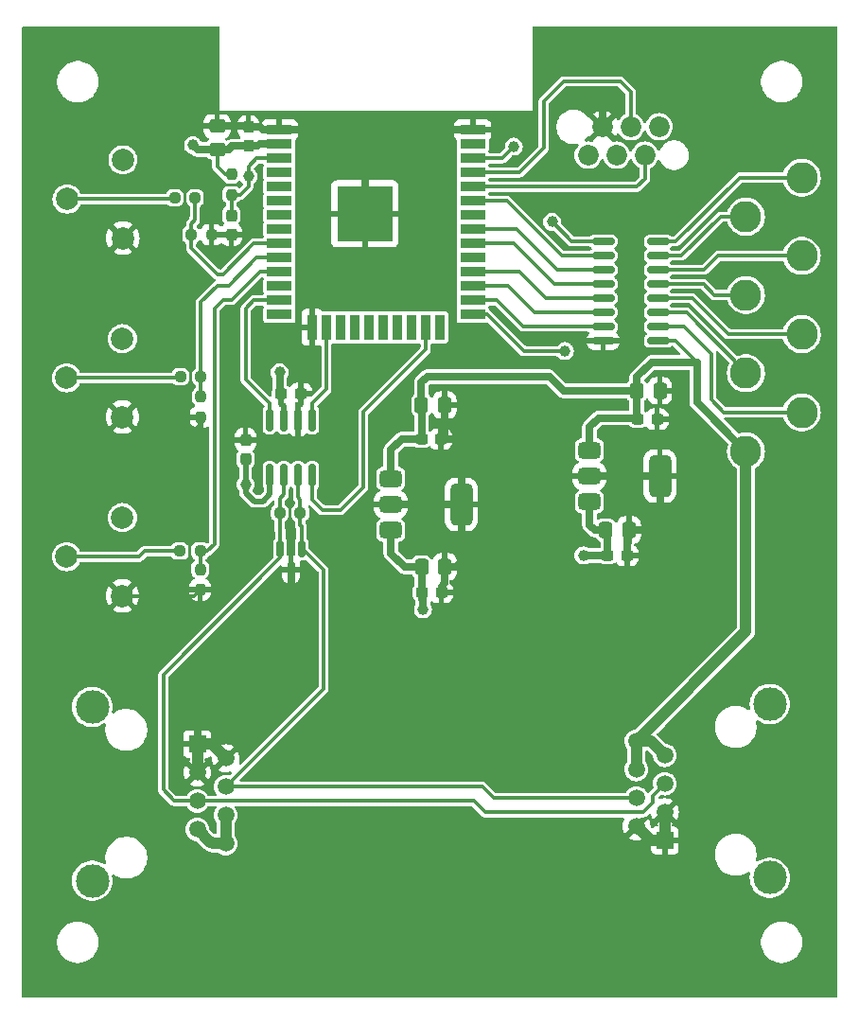
<source format=gbr>
%TF.GenerationSoftware,KiCad,Pcbnew,8.0.8*%
%TF.CreationDate,2025-02-09T20:42:27+01:00*%
%TF.ProjectId,railblock,7261696c-626c-46f6-936b-2e6b69636164,rev?*%
%TF.SameCoordinates,Original*%
%TF.FileFunction,Copper,L1,Top*%
%TF.FilePolarity,Positive*%
%FSLAX46Y46*%
G04 Gerber Fmt 4.6, Leading zero omitted, Abs format (unit mm)*
G04 Created by KiCad (PCBNEW 8.0.8) date 2025-02-09 20:42:27*
%MOMM*%
%LPD*%
G01*
G04 APERTURE LIST*
G04 Aperture macros list*
%AMRoundRect*
0 Rectangle with rounded corners*
0 $1 Rounding radius*
0 $2 $3 $4 $5 $6 $7 $8 $9 X,Y pos of 4 corners*
0 Add a 4 corners polygon primitive as box body*
4,1,4,$2,$3,$4,$5,$6,$7,$8,$9,$2,$3,0*
0 Add four circle primitives for the rounded corners*
1,1,$1+$1,$2,$3*
1,1,$1+$1,$4,$5*
1,1,$1+$1,$6,$7*
1,1,$1+$1,$8,$9*
0 Add four rect primitives between the rounded corners*
20,1,$1+$1,$2,$3,$4,$5,0*
20,1,$1+$1,$4,$5,$6,$7,0*
20,1,$1+$1,$6,$7,$8,$9,0*
20,1,$1+$1,$8,$9,$2,$3,0*%
G04 Aperture macros list end*
%TA.AperFunction,ComponentPad*%
%ADD10R,1.500000X1.500000*%
%TD*%
%TA.AperFunction,ComponentPad*%
%ADD11C,1.500000*%
%TD*%
%TA.AperFunction,ComponentPad*%
%ADD12C,3.000000*%
%TD*%
%TA.AperFunction,ComponentPad*%
%ADD13C,1.850000*%
%TD*%
%TA.AperFunction,SMDPad,CuDef*%
%ADD14RoundRect,0.375000X-0.625000X-0.375000X0.625000X-0.375000X0.625000X0.375000X-0.625000X0.375000X0*%
%TD*%
%TA.AperFunction,SMDPad,CuDef*%
%ADD15RoundRect,0.500000X-0.500000X-1.400000X0.500000X-1.400000X0.500000X1.400000X-0.500000X1.400000X0*%
%TD*%
%TA.AperFunction,SMDPad,CuDef*%
%ADD16RoundRect,0.150000X-0.825000X-0.150000X0.825000X-0.150000X0.825000X0.150000X-0.825000X0.150000X0*%
%TD*%
%TA.AperFunction,SMDPad,CuDef*%
%ADD17R,5.000000X5.000000*%
%TD*%
%TA.AperFunction,SMDPad,CuDef*%
%ADD18R,2.300000X0.900000*%
%TD*%
%TA.AperFunction,SMDPad,CuDef*%
%ADD19R,0.900000X2.300000*%
%TD*%
%TA.AperFunction,SMDPad,CuDef*%
%ADD20RoundRect,0.150000X-0.150000X0.825000X-0.150000X-0.825000X0.150000X-0.825000X0.150000X0.825000X0*%
%TD*%
%TA.AperFunction,SMDPad,CuDef*%
%ADD21RoundRect,0.150000X-0.150000X0.587500X-0.150000X-0.587500X0.150000X-0.587500X0.150000X0.587500X0*%
%TD*%
%TA.AperFunction,SMDPad,CuDef*%
%ADD22RoundRect,0.237500X0.250000X0.237500X-0.250000X0.237500X-0.250000X-0.237500X0.250000X-0.237500X0*%
%TD*%
%TA.AperFunction,SMDPad,CuDef*%
%ADD23RoundRect,0.237500X0.237500X-0.250000X0.237500X0.250000X-0.237500X0.250000X-0.237500X-0.250000X0*%
%TD*%
%TA.AperFunction,ComponentPad*%
%ADD24C,2.000000*%
%TD*%
%TA.AperFunction,ComponentPad*%
%ADD25C,2.800000*%
%TD*%
%TA.AperFunction,SMDPad,CuDef*%
%ADD26RoundRect,0.237500X-0.300000X-0.237500X0.300000X-0.237500X0.300000X0.237500X-0.300000X0.237500X0*%
%TD*%
%TA.AperFunction,SMDPad,CuDef*%
%ADD27RoundRect,0.250000X-0.337500X-0.475000X0.337500X-0.475000X0.337500X0.475000X-0.337500X0.475000X0*%
%TD*%
%TA.AperFunction,SMDPad,CuDef*%
%ADD28RoundRect,0.237500X0.237500X-0.300000X0.237500X0.300000X-0.237500X0.300000X-0.237500X-0.300000X0*%
%TD*%
%TA.AperFunction,SMDPad,CuDef*%
%ADD29RoundRect,0.250000X0.475000X-0.337500X0.475000X0.337500X-0.475000X0.337500X-0.475000X-0.337500X0*%
%TD*%
%TA.AperFunction,SMDPad,CuDef*%
%ADD30RoundRect,0.237500X-0.237500X0.300000X-0.237500X-0.300000X0.237500X-0.300000X0.237500X0.300000X0*%
%TD*%
%TA.AperFunction,ViaPad*%
%ADD31C,1.000000*%
%TD*%
%TA.AperFunction,Conductor*%
%ADD32C,0.700000*%
%TD*%
%TA.AperFunction,Conductor*%
%ADD33C,0.300000*%
%TD*%
%TA.AperFunction,Conductor*%
%ADD34C,0.500000*%
%TD*%
%TA.AperFunction,Conductor*%
%ADD35C,1.000000*%
%TD*%
G04 APERTURE END LIST*
D10*
%TO.P,J2,1*%
%TO.N,GND*%
X165540000Y-113890000D03*
D11*
%TO.P,J2,2*%
X163000000Y-112620000D03*
%TO.P,J2,3*%
X165540000Y-111350000D03*
%TO.P,J2,4*%
%TO.N,/CANH*%
X163000000Y-110080000D03*
%TO.P,J2,5*%
%TO.N,/CANL*%
X165540000Y-108810000D03*
%TO.P,J2,6*%
%TO.N,+12V*%
X163000000Y-107540000D03*
%TO.P,J2,7*%
X165540000Y-106270000D03*
%TO.P,J2,8*%
X163000000Y-105000000D03*
D12*
%TO.P,J2,SH*%
%TO.N,N/C*%
X174940000Y-117215000D03*
X174940000Y-101675000D03*
%TD*%
D10*
%TO.P,J1,1*%
%TO.N,GND*%
X123700000Y-105270000D03*
D11*
%TO.P,J1,2*%
X126240000Y-106540000D03*
%TO.P,J1,3*%
X123700000Y-107810000D03*
%TO.P,J1,4*%
%TO.N,/CANH*%
X126240000Y-109080000D03*
%TO.P,J1,5*%
%TO.N,/CANL*%
X123700000Y-110350000D03*
%TO.P,J1,6*%
%TO.N,+12V*%
X126240000Y-111620000D03*
%TO.P,J1,7*%
X123700000Y-112890000D03*
%TO.P,J1,8*%
X126240000Y-114160000D03*
D12*
%TO.P,J1,SH*%
%TO.N,N/C*%
X114300000Y-101945000D03*
X114300000Y-117485000D03*
%TD*%
D13*
%TO.P,U9,1,EN*%
%TO.N,/EN*%
X158690000Y-52578000D03*
%TO.P,U9,2,GND*%
%TO.N,GND*%
X159960000Y-50038000D03*
%TO.P,U9,3,3V3*%
%TO.N,+3V3*%
X161230000Y-52578000D03*
%TO.P,U9,4,TXD*%
%TO.N,/TXD*%
X162500000Y-50038000D03*
%TO.P,U9,5,RXD*%
%TO.N,/RXD*%
X163770000Y-52578000D03*
%TO.P,U9,6,BOOT0*%
%TO.N,/BOOT0*%
X165040000Y-50038000D03*
%TD*%
D14*
%TO.P,U6,1,VI*%
%TO.N,+12V*%
X141020000Y-81520000D03*
%TO.P,U6,2,GND*%
%TO.N,GND*%
X141020000Y-83820000D03*
D15*
X147320000Y-83820000D03*
D14*
%TO.P,U6,3,VO*%
%TO.N,+5V*%
X141020000Y-86120000D03*
%TD*%
%TO.P,U5,1,VI*%
%TO.N,+12V*%
X158800000Y-78980000D03*
%TO.P,U5,2,GND*%
%TO.N,GND*%
X158800000Y-81280000D03*
D15*
X165100000Y-81280000D03*
D14*
%TO.P,U5,3,VO*%
%TO.N,+3V3*%
X158800000Y-83580000D03*
%TD*%
D16*
%TO.P,U4,1,I1*%
%TO.N,Net-(U3-IO22)*%
X160020000Y-60295000D03*
%TO.P,U4,2,I2*%
%TO.N,Net-(U3-IO21)*%
X160020000Y-61565000D03*
%TO.P,U4,3,I3*%
%TO.N,Net-(U3-IO19)*%
X160020000Y-62835000D03*
%TO.P,U4,4,I4*%
%TO.N,Net-(U3-IO18)*%
X160020000Y-64105000D03*
%TO.P,U4,5,I5*%
%TO.N,Net-(U3-IO17)*%
X160020000Y-65375000D03*
%TO.P,U4,6,I6*%
%TO.N,Net-(U3-IO16)*%
X160020000Y-66645000D03*
%TO.P,U4,7,I7*%
%TO.N,Net-(U3-IO4)*%
X160020000Y-67915000D03*
%TO.P,U4,8,GND*%
%TO.N,GND*%
X160020000Y-69185000D03*
%TO.P,U4,9,COM*%
%TO.N,+12V*%
X164970000Y-69185000D03*
%TO.P,U4,10,O7*%
%TO.N,Net-(J3-Pin_7)*%
X164970000Y-67915000D03*
%TO.P,U4,11,O6*%
%TO.N,Net-(J3-Pin_6)*%
X164970000Y-66645000D03*
%TO.P,U4,12,O5*%
%TO.N,Net-(J3-Pin_5)*%
X164970000Y-65375000D03*
%TO.P,U4,13,O4*%
%TO.N,Net-(J3-Pin_4)*%
X164970000Y-64105000D03*
%TO.P,U4,14,O3*%
%TO.N,Net-(J3-Pin_3)*%
X164970000Y-62835000D03*
%TO.P,U4,15,O2*%
%TO.N,Net-(J3-Pin_2)*%
X164970000Y-61565000D03*
%TO.P,U4,16,O1*%
%TO.N,Net-(J3-Pin_1)*%
X164970000Y-60295000D03*
%TD*%
D17*
%TO.P,U3,39,GND*%
%TO.N,GND*%
X138700000Y-57820000D03*
D18*
%TO.P,U3,38,GND*%
X148350000Y-50320000D03*
%TO.P,U3,37,IO23*%
%TO.N,unconnected-(U3-IO23-Pad37)*%
X148350000Y-51590000D03*
%TO.P,U3,36,IO22*%
%TO.N,Net-(U3-IO22)*%
X148350000Y-52860000D03*
%TO.P,U3,35,TXD0/IO1*%
%TO.N,/TXD*%
X148350000Y-54130000D03*
%TO.P,U3,34,RXD0/IO3*%
%TO.N,/RXD*%
X148350000Y-55400000D03*
%TO.P,U3,33,IO21*%
%TO.N,Net-(U3-IO21)*%
X148350000Y-56670000D03*
%TO.P,U3,32,NC*%
%TO.N,unconnected-(U3-NC-Pad32)*%
X148350000Y-57940000D03*
%TO.P,U3,31,IO19*%
%TO.N,Net-(U3-IO19)*%
X148350000Y-59210000D03*
%TO.P,U3,30,IO18*%
%TO.N,Net-(U3-IO18)*%
X148350000Y-60480000D03*
%TO.P,U3,29,IO5*%
%TO.N,unconnected-(U3-IO5-Pad29)*%
X148350000Y-61750000D03*
%TO.P,U3,28,IO17*%
%TO.N,Net-(U3-IO17)*%
X148350000Y-63020000D03*
%TO.P,U3,27,IO16*%
%TO.N,Net-(U3-IO16)*%
X148350000Y-64290000D03*
%TO.P,U3,26,IO4*%
%TO.N,Net-(U3-IO4)*%
X148350000Y-65560000D03*
%TO.P,U3,25,IO0*%
%TO.N,/BOOT0*%
X148350000Y-66830000D03*
D19*
%TO.P,U3,24,IO2*%
%TO.N,unconnected-(U3-IO2-Pad24)*%
X145415000Y-67980000D03*
%TO.P,U3,23,IO15*%
%TO.N,/STDBY*%
X144145000Y-67980000D03*
%TO.P,U3,22,SDI/SD1*%
%TO.N,unconnected-(U3-SDI{slash}SD1-Pad22)*%
X142875000Y-67980000D03*
%TO.P,U3,21,SDO/SD0*%
%TO.N,unconnected-(U3-SDO{slash}SD0-Pad21)*%
X141605000Y-67980000D03*
%TO.P,U3,20,SCK/CLK*%
%TO.N,unconnected-(U3-SCK{slash}CLK-Pad20)*%
X140335000Y-67980000D03*
%TO.P,U3,19,SCS/CMD*%
%TO.N,unconnected-(U3-SCS{slash}CMD-Pad19)*%
X139065000Y-67980000D03*
%TO.P,U3,18,SWP/SD3*%
%TO.N,unconnected-(U3-SWP{slash}SD3-Pad18)*%
X137795000Y-67980000D03*
%TO.P,U3,17,SHD/SD2*%
%TO.N,unconnected-(U3-SHD{slash}SD2-Pad17)*%
X136525000Y-67980000D03*
%TO.P,U3,16,IO13*%
%TO.N,/CAN_TXD*%
X135255000Y-67980000D03*
%TO.P,U3,15,GND*%
%TO.N,GND*%
X133985000Y-67980000D03*
D18*
%TO.P,U3,14,IO12*%
%TO.N,unconnected-(U3-IO12-Pad14)*%
X131050000Y-66830000D03*
%TO.P,U3,13,IO14*%
%TO.N,/CAN_RXD*%
X131050000Y-65560000D03*
%TO.P,U3,12,IO27*%
%TO.N,unconnected-(U3-IO27-Pad12)*%
X131050000Y-64290000D03*
%TO.P,U3,11,IO26*%
%TO.N,Net-(U3-IO26)*%
X131050000Y-63020000D03*
%TO.P,U3,10,IO25*%
%TO.N,Net-(U3-IO25)*%
X131050000Y-61750000D03*
%TO.P,U3,9,IO33*%
%TO.N,Net-(U3-IO33)*%
X131050000Y-60480000D03*
%TO.P,U3,8,IO32*%
%TO.N,unconnected-(U3-IO32-Pad8)*%
X131050000Y-59210000D03*
%TO.P,U3,7,IO35*%
%TO.N,unconnected-(U3-IO35-Pad7)*%
X131050000Y-57940000D03*
%TO.P,U3,6,IO34*%
%TO.N,unconnected-(U3-IO34-Pad6)*%
X131050000Y-56670000D03*
%TO.P,U3,5,SENSOR_VN*%
%TO.N,unconnected-(U3-SENSOR_VN-Pad5)*%
X131050000Y-55400000D03*
%TO.P,U3,4,SENSOR_VP*%
%TO.N,unconnected-(U3-SENSOR_VP-Pad4)*%
X131050000Y-54130000D03*
%TO.P,U3,3,EN*%
%TO.N,/EN*%
X131050000Y-52860000D03*
%TO.P,U3,2,VDD*%
%TO.N,+3V3*%
X131050000Y-51590000D03*
%TO.P,U3,1,GND*%
%TO.N,GND*%
X131050000Y-50320000D03*
%TD*%
D20*
%TO.P,U2,1,TXD*%
%TO.N,/CAN_TXD*%
X133985000Y-76265000D03*
%TO.P,U2,2,VSS*%
%TO.N,GND*%
X132715000Y-76265000D03*
%TO.P,U2,3,VDD*%
%TO.N,+5V*%
X131445000Y-76265000D03*
%TO.P,U2,4,RXD*%
%TO.N,/CAN_RXD*%
X130175000Y-76265000D03*
%TO.P,U2,5,Vio*%
%TO.N,+3V3*%
X130175000Y-81215000D03*
%TO.P,U2,6,CANL*%
%TO.N,/CANL*%
X131445000Y-81215000D03*
%TO.P,U2,7,CANH*%
%TO.N,/CANH*%
X132715000Y-81215000D03*
%TO.P,U2,8,STBY*%
%TO.N,/STDBY*%
X133985000Y-81215000D03*
%TD*%
D21*
%TO.P,U1,1,CANH*%
%TO.N,/CANH*%
X133030000Y-87787000D03*
%TO.P,U1,2,CANL*%
%TO.N,/CANL*%
X131130000Y-87787000D03*
%TO.P,U1,3,GND*%
%TO.N,GND*%
X132080000Y-89662000D03*
%TD*%
D22*
%TO.P,R27,1*%
%TO.N,/CANH*%
X132912500Y-84582000D03*
%TO.P,R27,2*%
%TO.N,/CANL*%
X131087500Y-84582000D03*
%TD*%
%TO.P,R7,1*%
%TO.N,Net-(U3-IO26)*%
X123952000Y-88000000D03*
%TO.P,R7,2*%
%TO.N,Net-(J6-Pin_2)*%
X122127000Y-88000000D03*
%TD*%
D23*
%TO.P,R6,1*%
%TO.N,GND*%
X123952000Y-91452500D03*
%TO.P,R6,2*%
%TO.N,Net-(U3-IO26)*%
X123952000Y-89627500D03*
%TD*%
D22*
%TO.P,R5,1*%
%TO.N,Net-(U3-IO25)*%
X124000000Y-72397000D03*
%TO.P,R5,2*%
%TO.N,Net-(J5-Pin_2)*%
X122175000Y-72397000D03*
%TD*%
D23*
%TO.P,R4,1*%
%TO.N,/EN*%
X126746000Y-56134000D03*
%TO.P,R4,2*%
%TO.N,+3V3*%
X126746000Y-54309000D03*
%TD*%
%TO.P,R3,1*%
%TO.N,GND*%
X124000000Y-76000000D03*
%TO.P,R3,2*%
%TO.N,Net-(U3-IO25)*%
X124000000Y-74175000D03*
%TD*%
D22*
%TO.P,R2,1*%
%TO.N,GND*%
X124968000Y-59690000D03*
%TO.P,R2,2*%
%TO.N,Net-(U3-IO33)*%
X123143000Y-59690000D03*
%TD*%
%TO.P,R1,1*%
%TO.N,Net-(U3-IO33)*%
X123491000Y-56397000D03*
%TO.P,R1,2*%
%TO.N,Net-(J4-Pin_2)*%
X121666000Y-56397000D03*
%TD*%
D24*
%TO.P,J6,1,Pin_1*%
%TO.N,+12V*%
X117000000Y-85000000D03*
%TO.P,J6,2,Pin_2*%
%TO.N,Net-(J6-Pin_2)*%
X112000000Y-88500000D03*
%TO.P,J6,3,Pin_3*%
%TO.N,GND*%
X117000000Y-92000000D03*
%TD*%
%TO.P,J5,1,Pin_1*%
%TO.N,+12V*%
X117000000Y-69000000D03*
%TO.P,J5,2,Pin_2*%
%TO.N,Net-(J5-Pin_2)*%
X112000000Y-72500000D03*
%TO.P,J5,3,Pin_3*%
%TO.N,GND*%
X117000000Y-76000000D03*
%TD*%
%TO.P,J4,1,Pin_1*%
%TO.N,+12V*%
X117045750Y-53000000D03*
%TO.P,J4,2,Pin_2*%
%TO.N,Net-(J4-Pin_2)*%
X112045750Y-56500000D03*
%TO.P,J4,3,Pin_3*%
%TO.N,GND*%
X117045750Y-60000000D03*
%TD*%
D25*
%TO.P,J3,1,Pin_1*%
%TO.N,Net-(J3-Pin_1)*%
X177800000Y-54580000D03*
%TO.P,J3,2,Pin_2*%
%TO.N,Net-(J3-Pin_2)*%
X172800000Y-58080000D03*
%TO.P,J3,3,Pin_3*%
%TO.N,Net-(J3-Pin_3)*%
X177800000Y-61580000D03*
%TO.P,J3,4,Pin_4*%
%TO.N,Net-(J3-Pin_4)*%
X172800000Y-65080000D03*
%TO.P,J3,5,Pin_5*%
%TO.N,Net-(J3-Pin_5)*%
X177800000Y-68580000D03*
%TO.P,J3,6,Pin_6*%
%TO.N,Net-(J3-Pin_6)*%
X172800000Y-72080000D03*
%TO.P,J3,7,Pin_7*%
%TO.N,Net-(J3-Pin_7)*%
X177800000Y-75580000D03*
%TO.P,J3,8,Pin_8*%
%TO.N,+12V*%
X172800000Y-79080000D03*
%TD*%
D26*
%TO.P,C15,1*%
%TO.N,+5V*%
X143817000Y-91694000D03*
%TO.P,C15,2*%
%TO.N,GND*%
X145542000Y-91694000D03*
%TD*%
D27*
%TO.P,C14,1*%
%TO.N,+5V*%
X143764000Y-89408000D03*
%TO.P,C14,2*%
%TO.N,GND*%
X145839000Y-89408000D03*
%TD*%
%TO.P,C13,1*%
%TO.N,+12V*%
X163025000Y-73660000D03*
%TO.P,C13,2*%
%TO.N,GND*%
X165100000Y-73660000D03*
%TD*%
D26*
%TO.P,C12,1*%
%TO.N,+12V*%
X163121000Y-76200000D03*
%TO.P,C12,2*%
%TO.N,GND*%
X164846000Y-76200000D03*
%TD*%
%TO.P,C10,1*%
%TO.N,+3V3*%
X160427500Y-88392000D03*
%TO.P,C10,2*%
%TO.N,GND*%
X162152500Y-88392000D03*
%TD*%
%TO.P,C9,1*%
%TO.N,+5V*%
X131217500Y-73914000D03*
%TO.P,C9,2*%
%TO.N,GND*%
X132942500Y-73914000D03*
%TD*%
D28*
%TO.P,C8,1*%
%TO.N,+3V3*%
X128016000Y-79756000D03*
%TO.P,C8,2*%
%TO.N,GND*%
X128016000Y-78031000D03*
%TD*%
D27*
%TO.P,C7,1*%
%TO.N,+3V3*%
X160252500Y-86106000D03*
%TO.P,C7,2*%
%TO.N,GND*%
X162327500Y-86106000D03*
%TD*%
%TO.P,C6,1*%
%TO.N,+12V*%
X143742500Y-74930000D03*
%TO.P,C6,2*%
%TO.N,GND*%
X145817500Y-74930000D03*
%TD*%
D26*
%TO.P,C4,1*%
%TO.N,+12V*%
X143764000Y-77978000D03*
%TO.P,C4,2*%
%TO.N,GND*%
X145489000Y-77978000D03*
%TD*%
D29*
%TO.P,C3,1*%
%TO.N,+3V3*%
X125476000Y-52070000D03*
%TO.P,C3,2*%
%TO.N,GND*%
X125476000Y-49995000D03*
%TD*%
D30*
%TO.P,C2,1*%
%TO.N,/EN*%
X126746000Y-57965000D03*
%TO.P,C2,2*%
%TO.N,GND*%
X126746000Y-59690000D03*
%TD*%
D28*
%TO.P,C1,1*%
%TO.N,+3V3*%
X128270000Y-51763000D03*
%TO.P,C1,2*%
%TO.N,GND*%
X128270000Y-50038000D03*
%TD*%
D31*
%TO.N,GND*%
X158496000Y-47244000D03*
X162000000Y-101000000D03*
X168000000Y-104000000D03*
X129000000Y-102000000D03*
X134000000Y-107000000D03*
X115000000Y-82000000D03*
X122000000Y-82000000D03*
X177000000Y-84000000D03*
X168000000Y-79000000D03*
X158000000Y-57000000D03*
X166000000Y-57000000D03*
X136000000Y-81000000D03*
X137000000Y-74000000D03*
X151000000Y-84000000D03*
X153000000Y-77000000D03*
%TO.N,+3V3*%
X128016000Y-82042000D03*
X158242000Y-88392000D03*
%TO.N,+5V*%
X131064000Y-72009000D03*
X143891000Y-93218000D03*
%TO.N,+3V3*%
X123317000Y-51689000D03*
%TO.N,/EN*%
X128270000Y-54483000D03*
%TO.N,/BOOT0*%
X156591000Y-70104000D03*
%TO.N,Net-(U3-IO22)*%
X155448000Y-58547000D03*
X152019000Y-51816000D03*
%TD*%
D32*
%TO.N,GND*%
X158496000Y-47244000D02*
X159004000Y-47244000D01*
X159004000Y-47244000D02*
X159960000Y-48200000D01*
X159960000Y-48200000D02*
X159960000Y-50038000D01*
D33*
%TO.N,/TXD*%
X148350000Y-54130000D02*
X152499000Y-54130000D01*
X152499000Y-54130000D02*
X154686000Y-51943000D01*
X154686000Y-51943000D02*
X154686000Y-47752000D01*
X154686000Y-47752000D02*
X156464000Y-45974000D01*
X156464000Y-45974000D02*
X161544000Y-45974000D01*
X161544000Y-45974000D02*
X162500000Y-46930000D01*
X162500000Y-46930000D02*
X162500000Y-50038000D01*
D32*
%TO.N,+5V*%
X131064000Y-72009000D02*
X131064000Y-73760500D01*
X131064000Y-73760500D02*
X131217500Y-73914000D01*
%TO.N,GND*%
X148350000Y-50320000D02*
X141736000Y-50320000D01*
X141736000Y-50320000D02*
X138700000Y-53356000D01*
X131050000Y-50320000D02*
X135664000Y-50320000D01*
X135664000Y-50320000D02*
X138700000Y-53356000D01*
X138700000Y-53356000D02*
X138700000Y-57820000D01*
D34*
%TO.N,+3V3*%
X128016000Y-82042000D02*
X128016000Y-79756000D01*
D33*
%TO.N,/STDBY*%
X144145000Y-67980000D02*
X144145000Y-69977000D01*
X138557000Y-75565000D02*
X138557000Y-82296000D01*
X144145000Y-69977000D02*
X138557000Y-75565000D01*
X138557000Y-82296000D02*
X136525000Y-84328000D01*
X136525000Y-84328000D02*
X134874000Y-84328000D01*
X134874000Y-84328000D02*
X133985000Y-83439000D01*
X133985000Y-83439000D02*
X133985000Y-81215000D01*
D32*
%TO.N,+3V3*%
X158242000Y-88392000D02*
X160427500Y-88392000D01*
D33*
%TO.N,/BOOT0*%
X152908000Y-70104000D02*
X149634000Y-66830000D01*
X156591000Y-70104000D02*
X152908000Y-70104000D01*
X149634000Y-66830000D02*
X148350000Y-66830000D01*
D32*
%TO.N,+5V*%
X143891000Y-93218000D02*
X143891000Y-92329000D01*
X143891000Y-92329000D02*
X143817000Y-92255000D01*
X143817000Y-92255000D02*
X143817000Y-91694000D01*
%TO.N,+3V3*%
X123317000Y-51689000D02*
X123698000Y-52070000D01*
X123698000Y-52070000D02*
X125476000Y-52070000D01*
D35*
%TO.N,+12V*%
X163000000Y-105000000D02*
X172800000Y-95200000D01*
X172800000Y-95200000D02*
X172800000Y-79080000D01*
D33*
%TO.N,/EN*%
X128270000Y-54483000D02*
X128270000Y-53594000D01*
%TO.N,Net-(U3-IO22)*%
X150975000Y-52860000D02*
X152019000Y-51816000D01*
X148350000Y-52860000D02*
X150975000Y-52860000D01*
%TO.N,/RXD*%
X148350000Y-55400000D02*
X163040000Y-55400000D01*
X163040000Y-55400000D02*
X163770000Y-54670000D01*
X163770000Y-54670000D02*
X163770000Y-52578000D01*
%TO.N,Net-(U3-IO22)*%
X157196000Y-60295000D02*
X155448000Y-58547000D01*
X160020000Y-60295000D02*
X157196000Y-60295000D01*
%TO.N,Net-(U3-IO21)*%
X148350000Y-56670000D02*
X151412000Y-56670000D01*
X151412000Y-56670000D02*
X156307000Y-61565000D01*
X156307000Y-61565000D02*
X160020000Y-61565000D01*
%TO.N,Net-(U3-IO19)*%
X148350000Y-59210000D02*
X152301000Y-59210000D01*
X152301000Y-59210000D02*
X155926000Y-62835000D01*
X155926000Y-62835000D02*
X160020000Y-62835000D01*
%TO.N,Net-(U3-IO18)*%
X148350000Y-60480000D02*
X152047000Y-60480000D01*
X152047000Y-60480000D02*
X155672000Y-64105000D01*
X155672000Y-64105000D02*
X160020000Y-64105000D01*
%TO.N,Net-(U3-IO17)*%
X148350000Y-63020000D02*
X152555000Y-63020000D01*
X152555000Y-63020000D02*
X154910000Y-65375000D01*
X154910000Y-65375000D02*
X160020000Y-65375000D01*
%TO.N,Net-(U3-IO16)*%
X160020000Y-66645000D02*
X153894000Y-66645000D01*
X153894000Y-66645000D02*
X151539000Y-64290000D01*
X151539000Y-64290000D02*
X148350000Y-64290000D01*
%TO.N,Net-(U3-IO4)*%
X148350000Y-65560000D02*
X150523000Y-65560000D01*
X150523000Y-65560000D02*
X152878000Y-67915000D01*
X152878000Y-67915000D02*
X160020000Y-67915000D01*
%TO.N,/CANH*%
X126240000Y-109080000D02*
X135001000Y-100319000D01*
X135001000Y-100319000D02*
X135001000Y-89662000D01*
X135001000Y-89662000D02*
X133126000Y-87787000D01*
X133126000Y-87787000D02*
X133030000Y-87787000D01*
D32*
%TO.N,GND*%
X132080000Y-89662000D02*
X132080000Y-92964000D01*
X132080000Y-92964000D02*
X123700000Y-101344000D01*
X123700000Y-101344000D02*
X123700000Y-105270000D01*
D33*
%TO.N,/CANL*%
X123700000Y-110350000D02*
X121653000Y-110350000D01*
X121653000Y-110350000D02*
X120650000Y-109347000D01*
X120650000Y-99060000D02*
X131130000Y-88580000D01*
X120650000Y-109347000D02*
X120650000Y-99060000D01*
X131130000Y-88580000D02*
X131130000Y-87787000D01*
X123700000Y-110350000D02*
X148450000Y-110350000D01*
X148450000Y-110350000D02*
X149479000Y-111379000D01*
X149479000Y-111379000D02*
X163576000Y-111379000D01*
X163576000Y-111379000D02*
X164465000Y-110490000D01*
X164465000Y-110490000D02*
X164465000Y-109885000D01*
X164465000Y-109885000D02*
X165540000Y-108810000D01*
%TO.N,/CANH*%
X126240000Y-109080000D02*
X149212000Y-109080000D01*
X149212000Y-109080000D02*
X150212000Y-110080000D01*
X150212000Y-110080000D02*
X163000000Y-110080000D01*
D35*
%TO.N,GND*%
X165540000Y-113890000D02*
X164270000Y-113890000D01*
X164270000Y-113890000D02*
X163000000Y-112620000D01*
%TO.N,+12V*%
X163000000Y-105000000D02*
X164270000Y-105000000D01*
X164270000Y-105000000D02*
X165540000Y-106270000D01*
%TO.N,GND*%
X165540000Y-111350000D02*
X165540000Y-113890000D01*
%TO.N,+12V*%
X163000000Y-105000000D02*
X163000000Y-107540000D01*
%TO.N,GND*%
X123700000Y-105270000D02*
X124970000Y-105270000D01*
X124970000Y-105270000D02*
X126240000Y-106540000D01*
X123700000Y-105270000D02*
X123700000Y-107810000D01*
%TO.N,+12V*%
X126240000Y-114160000D02*
X126240000Y-111620000D01*
X124856000Y-114046000D02*
X124968000Y-114046000D01*
X123700000Y-112890000D02*
X124856000Y-114046000D01*
X124968000Y-114046000D02*
X125082000Y-114160000D01*
X125082000Y-114160000D02*
X126240000Y-114160000D01*
D33*
%TO.N,/CAN_RXD*%
X130175000Y-76265000D02*
X130175000Y-74803000D01*
X130175000Y-74803000D02*
X128016000Y-72644000D01*
X128016000Y-72644000D02*
X128016000Y-66294000D01*
X128016000Y-66294000D02*
X128750000Y-65560000D01*
X128750000Y-65560000D02*
X131050000Y-65560000D01*
%TO.N,/CAN_TXD*%
X133985000Y-76265000D02*
X133985000Y-74803000D01*
X133985000Y-74803000D02*
X135255000Y-73533000D01*
X135255000Y-73533000D02*
X135255000Y-67980000D01*
D34*
%TO.N,+5V*%
X131217500Y-73914000D02*
X131217500Y-74829500D01*
X131217500Y-74829500D02*
X131445000Y-75057000D01*
X131445000Y-75057000D02*
X131445000Y-76265000D01*
%TO.N,GND*%
X132715000Y-76265000D02*
X132715000Y-75057000D01*
X132715000Y-75057000D02*
X132942500Y-74829500D01*
X132942500Y-74829500D02*
X132942500Y-73914000D01*
%TO.N,+3V3*%
X130175000Y-81215000D02*
X130175000Y-82931000D01*
X128778000Y-83566000D02*
X128016000Y-82804000D01*
X130175000Y-82931000D02*
X129540000Y-83566000D01*
X129540000Y-83566000D02*
X128778000Y-83566000D01*
X128016000Y-82804000D02*
X128016000Y-82042000D01*
D33*
%TO.N,/CANH*%
X132715000Y-81215000D02*
X132715000Y-83185000D01*
X132715000Y-83185000D02*
X132912500Y-83382500D01*
X132912500Y-83382500D02*
X132912500Y-84582000D01*
%TO.N,/CANL*%
X131445000Y-82931000D02*
X131064000Y-83312000D01*
X131445000Y-81215000D02*
X131445000Y-82931000D01*
X131087500Y-83843500D02*
X131087500Y-84582000D01*
X131064000Y-83312000D02*
X131064000Y-83820000D01*
X131064000Y-83820000D02*
X131087500Y-83843500D01*
X131087500Y-84582000D02*
X131087500Y-86106000D01*
X131087500Y-86106000D02*
X131130000Y-86148500D01*
X131130000Y-86148500D02*
X131130000Y-87787000D01*
%TO.N,/CANH*%
X132912500Y-84582000D02*
X132912500Y-85668500D01*
X132912500Y-85668500D02*
X133030000Y-85786000D01*
X133030000Y-85786000D02*
X133030000Y-87787000D01*
D32*
%TO.N,GND*%
X145542000Y-91694000D02*
X145542000Y-91186000D01*
X145542000Y-91186000D02*
X145839000Y-90889000D01*
X145839000Y-90889000D02*
X145839000Y-89408000D01*
X147320000Y-83820000D02*
X147320000Y-88900000D01*
X147320000Y-88900000D02*
X146812000Y-89408000D01*
X146812000Y-89408000D02*
X145839000Y-89408000D01*
%TO.N,+5V*%
X143817000Y-91694000D02*
X143817000Y-89461000D01*
X143817000Y-89461000D02*
X143764000Y-89408000D01*
X143764000Y-89408000D02*
X142240000Y-89408000D01*
X142240000Y-89408000D02*
X141020000Y-88188000D01*
X141020000Y-88188000D02*
X141020000Y-86120000D01*
%TO.N,GND*%
X145489000Y-77978000D02*
X146558000Y-77978000D01*
X146558000Y-77978000D02*
X147320000Y-78740000D01*
X147320000Y-78740000D02*
X147320000Y-83820000D01*
X141020000Y-83820000D02*
X147320000Y-83820000D01*
X145817500Y-74930000D02*
X145817500Y-77649500D01*
X145817500Y-77649500D02*
X145489000Y-77978000D01*
%TO.N,+12V*%
X143742500Y-74930000D02*
X143742500Y-72919500D01*
X155194000Y-72390000D02*
X156464000Y-73660000D01*
X143742500Y-72919500D02*
X144272000Y-72390000D01*
X144272000Y-72390000D02*
X155194000Y-72390000D01*
X156464000Y-73660000D02*
X163025000Y-73660000D01*
X143764000Y-77978000D02*
X143764000Y-74951500D01*
X143764000Y-74951500D02*
X143742500Y-74930000D01*
X141020000Y-78944000D02*
X141986000Y-77978000D01*
X141020000Y-81520000D02*
X141020000Y-78944000D01*
X141986000Y-77978000D02*
X143764000Y-77978000D01*
X163025000Y-73660000D02*
X163025000Y-72433000D01*
X164338000Y-71120000D02*
X168402000Y-71120000D01*
X163025000Y-72433000D02*
X164338000Y-71120000D01*
X172800000Y-79080000D02*
X168402000Y-74682000D01*
X168402000Y-74682000D02*
X168402000Y-71120000D01*
D33*
X168402000Y-71120000D02*
X166467000Y-69185000D01*
X166467000Y-69185000D02*
X164970000Y-69185000D01*
D32*
%TO.N,GND*%
X158800000Y-81280000D02*
X165100000Y-81280000D01*
X163830000Y-86106000D02*
X165100000Y-84836000D01*
X162327500Y-86106000D02*
X163830000Y-86106000D01*
X165100000Y-84836000D02*
X165100000Y-81280000D01*
X162152500Y-88392000D02*
X162152500Y-86281000D01*
X162152500Y-86281000D02*
X162327500Y-86106000D01*
%TO.N,+3V3*%
X160427500Y-88392000D02*
X160427500Y-86281000D01*
X160427500Y-86281000D02*
X160252500Y-86106000D01*
X160252500Y-86106000D02*
X159258000Y-86106000D01*
X159258000Y-86106000D02*
X158800000Y-85648000D01*
X158800000Y-85648000D02*
X158800000Y-83580000D01*
%TO.N,+12V*%
X163025000Y-76104000D02*
X159608000Y-76104000D01*
X159608000Y-76104000D02*
X158800000Y-76912000D01*
X158800000Y-76912000D02*
X158800000Y-78980000D01*
X163025000Y-73660000D02*
X163025000Y-76104000D01*
X163025000Y-76104000D02*
X163121000Y-76200000D01*
D33*
%TO.N,Net-(J3-Pin_4)*%
X164970000Y-64105000D02*
X169007000Y-64105000D01*
X169007000Y-64105000D02*
X169982000Y-65080000D01*
X169982000Y-65080000D02*
X172800000Y-65080000D01*
%TO.N,Net-(J3-Pin_6)*%
X164970000Y-66645000D02*
X167483000Y-66645000D01*
X167483000Y-66645000D02*
X172800000Y-71962000D01*
X172800000Y-71962000D02*
X172800000Y-72080000D01*
%TO.N,Net-(J3-Pin_7)*%
X164970000Y-67915000D02*
X167229000Y-67915000D01*
X167229000Y-67915000D02*
X169672000Y-70358000D01*
X169672000Y-70358000D02*
X169672000Y-74422000D01*
X169672000Y-74422000D02*
X170830000Y-75580000D01*
X170830000Y-75580000D02*
X177800000Y-75580000D01*
%TO.N,Net-(J3-Pin_5)*%
X164970000Y-65375000D02*
X167991000Y-65375000D01*
X167991000Y-65375000D02*
X171196000Y-68580000D01*
X171196000Y-68580000D02*
X177800000Y-68580000D01*
%TO.N,Net-(J3-Pin_3)*%
X164970000Y-62835000D02*
X169067000Y-62835000D01*
X169067000Y-62835000D02*
X170322000Y-61580000D01*
X170322000Y-61580000D02*
X177800000Y-61580000D01*
%TO.N,Net-(J3-Pin_2)*%
X164970000Y-61565000D02*
X167035000Y-61565000D01*
X167035000Y-61565000D02*
X170520000Y-58080000D01*
X170520000Y-58080000D02*
X172800000Y-58080000D01*
%TO.N,Net-(J3-Pin_1)*%
X164970000Y-60295000D02*
X166527000Y-60295000D01*
X166527000Y-60295000D02*
X172242000Y-54580000D01*
X172242000Y-54580000D02*
X177800000Y-54580000D01*
%TO.N,Net-(J5-Pin_2)*%
X112000000Y-72500000D02*
X122072000Y-72500000D01*
X122072000Y-72500000D02*
X122175000Y-72397000D01*
%TO.N,Net-(J6-Pin_2)*%
X112000000Y-88500000D02*
X118510000Y-88500000D01*
X118510000Y-88500000D02*
X119010000Y-88000000D01*
X119010000Y-88000000D02*
X122127000Y-88000000D01*
%TO.N,Net-(U3-IO26)*%
X123952000Y-88000000D02*
X124598000Y-88000000D01*
X125984000Y-65532000D02*
X126746000Y-65532000D01*
X131022000Y-62992000D02*
X131050000Y-63020000D01*
X124598000Y-88000000D02*
X125222000Y-87376000D01*
X125222000Y-87376000D02*
X125222000Y-66294000D01*
X125222000Y-66294000D02*
X125984000Y-65532000D01*
X129286000Y-62992000D02*
X131022000Y-62992000D01*
X126746000Y-65532000D02*
X129286000Y-62992000D01*
%TO.N,GND*%
X117000000Y-76000000D02*
X118216000Y-77216000D01*
X118216000Y-77216000D02*
X123444000Y-77216000D01*
X124000000Y-76660000D02*
X124000000Y-76000000D01*
X123444000Y-77216000D02*
X124000000Y-76660000D01*
X117000000Y-92000000D02*
X123404500Y-92000000D01*
X123404500Y-92000000D02*
X123952000Y-91452500D01*
%TO.N,Net-(U3-IO26)*%
X123952000Y-88000000D02*
X123952000Y-89627500D01*
%TO.N,Net-(U3-IO25)*%
X124000000Y-72397000D02*
X124000000Y-65738000D01*
X124000000Y-65738000D02*
X125476000Y-64262000D01*
X125476000Y-64262000D02*
X126492000Y-64262000D01*
X126492000Y-64262000D02*
X129004000Y-61750000D01*
X129004000Y-61750000D02*
X131050000Y-61750000D01*
%TO.N,Net-(U3-IO33)*%
X123143000Y-59690000D02*
X123143000Y-60913000D01*
X123143000Y-60913000D02*
X125476000Y-63246000D01*
X125476000Y-63246000D02*
X125984000Y-63246000D01*
X125984000Y-63246000D02*
X128750000Y-60480000D01*
X128750000Y-60480000D02*
X131050000Y-60480000D01*
%TO.N,Net-(U3-IO25)*%
X124000000Y-74175000D02*
X124000000Y-72397000D01*
%TO.N,Net-(U3-IO33)*%
X123491000Y-56397000D02*
X123491000Y-57912000D01*
X123491000Y-57912000D02*
X123491000Y-58128000D01*
X123491000Y-57912000D02*
X123491000Y-58373000D01*
X123491000Y-58373000D02*
X123143000Y-58721000D01*
X123143000Y-58721000D02*
X123143000Y-59690000D01*
%TO.N,+3V3*%
X126746000Y-54309000D02*
X126191000Y-54309000D01*
X126191000Y-54309000D02*
X125476000Y-53594000D01*
X125476000Y-53594000D02*
X125476000Y-52070000D01*
D32*
%TO.N,GND*%
X125476000Y-49995000D02*
X128227000Y-49995000D01*
X128227000Y-49995000D02*
X128270000Y-50038000D01*
X128270000Y-50038000D02*
X129286000Y-50038000D01*
X129568000Y-50320000D02*
X131050000Y-50320000D01*
X129286000Y-50038000D02*
X129568000Y-50320000D01*
%TO.N,+3V3*%
X129085000Y-51763000D02*
X129286000Y-51562000D01*
X129314000Y-51590000D02*
X131050000Y-51590000D01*
X128270000Y-51763000D02*
X129085000Y-51763000D01*
X129286000Y-51562000D02*
X129314000Y-51590000D01*
X125476000Y-52070000D02*
X126492000Y-52070000D01*
X126492000Y-52070000D02*
X126799000Y-51763000D01*
X126799000Y-51763000D02*
X128270000Y-51763000D01*
D33*
%TO.N,/EN*%
X126746000Y-56134000D02*
X127508000Y-56134000D01*
X127508000Y-56134000D02*
X128270000Y-55372000D01*
X128270000Y-55372000D02*
X128270000Y-54483000D01*
X128270000Y-53594000D02*
X129004000Y-52860000D01*
X129004000Y-52860000D02*
X131050000Y-52860000D01*
X126746000Y-57965000D02*
X126746000Y-56134000D01*
%TO.N,Net-(U3-IO33)*%
X123491000Y-58128000D02*
X123444000Y-58175000D01*
%TO.N,Net-(J4-Pin_2)*%
X112045750Y-56500000D02*
X121563000Y-56500000D01*
X121563000Y-56500000D02*
X121666000Y-56397000D01*
%TD*%
%TA.AperFunction,Conductor*%
%TO.N,GND*%
G36*
X165120667Y-111523694D02*
G01*
X165179910Y-111626306D01*
X165263694Y-111710090D01*
X165366306Y-111769333D01*
X165451414Y-111792137D01*
X164850427Y-112393124D01*
X164880848Y-112414425D01*
X164924473Y-112469002D01*
X164931665Y-112538501D01*
X164900143Y-112600855D01*
X164839913Y-112636269D01*
X164809724Y-112640000D01*
X164742155Y-112640000D01*
X164682627Y-112646401D01*
X164682620Y-112646403D01*
X164547913Y-112696645D01*
X164547911Y-112696646D01*
X164449064Y-112770644D01*
X164383600Y-112795061D01*
X164315327Y-112780210D01*
X164265921Y-112730805D01*
X164251069Y-112662532D01*
X164251225Y-112660568D01*
X164254774Y-112619999D01*
X164235712Y-112402115D01*
X164235710Y-112402105D01*
X164179105Y-112190849D01*
X164179101Y-112190840D01*
X164086668Y-111992615D01*
X164043123Y-111930428D01*
X163442137Y-112531414D01*
X163419333Y-112446306D01*
X163360090Y-112343694D01*
X163276306Y-112259910D01*
X163173694Y-112200667D01*
X163088584Y-112177861D01*
X163400628Y-111865819D01*
X163461951Y-111832334D01*
X163488309Y-111829500D01*
X163635308Y-111829500D01*
X163635309Y-111829500D01*
X163725673Y-111805286D01*
X163749887Y-111798799D01*
X163852614Y-111739489D01*
X164093874Y-111498228D01*
X164155195Y-111464745D01*
X164224886Y-111469729D01*
X164280820Y-111511600D01*
X164303669Y-111564380D01*
X164304286Y-111567884D01*
X164360894Y-111779150D01*
X164360898Y-111779159D01*
X164453333Y-111977387D01*
X164496874Y-112039571D01*
X165097861Y-111438583D01*
X165120667Y-111523694D01*
G37*
%TD.AperFunction*%
%TA.AperFunction,Conductor*%
G36*
X132167082Y-82262036D02*
G01*
X132179763Y-82276670D01*
X132240270Y-82358654D01*
X132240271Y-82358655D01*
X132264241Y-82424284D01*
X132264500Y-82432288D01*
X132264500Y-83244308D01*
X132288712Y-83334672D01*
X132295200Y-83358885D01*
X132295200Y-83358886D01*
X132313599Y-83390753D01*
X132354511Y-83461614D01*
X132354513Y-83461616D01*
X132425681Y-83532784D01*
X132459166Y-83594107D01*
X132462000Y-83620465D01*
X132462000Y-83761685D01*
X132442315Y-83828724D01*
X132402957Y-83865825D01*
X132403100Y-83866013D01*
X132401354Y-83867336D01*
X132398771Y-83869772D01*
X132396342Y-83871137D01*
X132278499Y-83960499D01*
X132189139Y-84078339D01*
X132134882Y-84215924D01*
X132134882Y-84215925D01*
X132124500Y-84302381D01*
X132124500Y-84861618D01*
X132134882Y-84948074D01*
X132134882Y-84948075D01*
X132189139Y-85085660D01*
X132278499Y-85203500D01*
X132396342Y-85292862D01*
X132398771Y-85294228D01*
X132400556Y-85296057D01*
X132403100Y-85297987D01*
X132402810Y-85298368D01*
X132447560Y-85344241D01*
X132462000Y-85402315D01*
X132462000Y-85727809D01*
X132474144Y-85773129D01*
X132480774Y-85797873D01*
X132480774Y-85797874D01*
X132492699Y-85842385D01*
X132552014Y-85945119D01*
X132553873Y-85947541D01*
X132554806Y-85949954D01*
X132556075Y-85952152D01*
X132555732Y-85952349D01*
X132579070Y-86012709D01*
X132579500Y-86023030D01*
X132579500Y-86807211D01*
X132559815Y-86874250D01*
X132555271Y-86880844D01*
X132477207Y-86986618D01*
X132477206Y-86986619D01*
X132432353Y-87114798D01*
X132432353Y-87114800D01*
X132429500Y-87145230D01*
X132429500Y-88300878D01*
X132409815Y-88367917D01*
X132357011Y-88413672D01*
X132341722Y-88416371D01*
X132330000Y-88427203D01*
X132330000Y-89412000D01*
X132880000Y-89412000D01*
X132880000Y-89008865D01*
X132879999Y-89008850D01*
X132877100Y-88972008D01*
X132876967Y-88971280D01*
X132877010Y-88970868D01*
X132876603Y-88965692D01*
X132877563Y-88965616D01*
X132884286Y-88901795D01*
X132928009Y-88847297D01*
X132994255Y-88825089D01*
X132998949Y-88825000D01*
X133234270Y-88825000D01*
X133258612Y-88822716D01*
X133264699Y-88822146D01*
X133383277Y-88780653D01*
X133453053Y-88777091D01*
X133511911Y-88810014D01*
X134514181Y-89812284D01*
X134547666Y-89873607D01*
X134550500Y-89899965D01*
X134550500Y-100081034D01*
X134530815Y-100148073D01*
X134514181Y-100168715D01*
X127638489Y-107044406D01*
X127577166Y-107077891D01*
X127507474Y-107072907D01*
X127451541Y-107031035D01*
X127427124Y-106965571D01*
X127431033Y-106924631D01*
X127475711Y-106757890D01*
X127475712Y-106757884D01*
X127494775Y-106540000D01*
X127494775Y-106539999D01*
X127475712Y-106322115D01*
X127475710Y-106322105D01*
X127419105Y-106110849D01*
X127419101Y-106110840D01*
X127326668Y-105912615D01*
X127283123Y-105850428D01*
X126682138Y-106451415D01*
X126659333Y-106366306D01*
X126600090Y-106263694D01*
X126516306Y-106179910D01*
X126413694Y-106120667D01*
X126328584Y-106097861D01*
X126929571Y-105496874D01*
X126867387Y-105453333D01*
X126669159Y-105360898D01*
X126669150Y-105360894D01*
X126457894Y-105304289D01*
X126457884Y-105304287D01*
X126240001Y-105285225D01*
X126239999Y-105285225D01*
X126022115Y-105304287D01*
X126022105Y-105304289D01*
X125810849Y-105360894D01*
X125810840Y-105360898D01*
X125612614Y-105453332D01*
X125612612Y-105453333D01*
X125550428Y-105496875D01*
X125550427Y-105496875D01*
X126151415Y-106097861D01*
X126066306Y-106120667D01*
X125963694Y-106179910D01*
X125879910Y-106263694D01*
X125820667Y-106366306D01*
X125797861Y-106451414D01*
X125196875Y-105850427D01*
X125196875Y-105850428D01*
X125175575Y-105880848D01*
X125120999Y-105924473D01*
X125051500Y-105931667D01*
X124989145Y-105900145D01*
X124953731Y-105839915D01*
X124950000Y-105809725D01*
X124950000Y-105520000D01*
X124075278Y-105520000D01*
X124119333Y-105443694D01*
X124150000Y-105329244D01*
X124150000Y-105210756D01*
X124119333Y-105096306D01*
X124075278Y-105020000D01*
X124950000Y-105020000D01*
X124950000Y-104472172D01*
X124949999Y-104472155D01*
X124943598Y-104412627D01*
X124943596Y-104412620D01*
X124893354Y-104277913D01*
X124893350Y-104277906D01*
X124807190Y-104162812D01*
X124807187Y-104162809D01*
X124692093Y-104076649D01*
X124692086Y-104076645D01*
X124557379Y-104026403D01*
X124557372Y-104026401D01*
X124497844Y-104020000D01*
X123950000Y-104020000D01*
X123950000Y-104894722D01*
X123873694Y-104850667D01*
X123759244Y-104820000D01*
X123640756Y-104820000D01*
X123526306Y-104850667D01*
X123450000Y-104894722D01*
X123450000Y-104020000D01*
X122902155Y-104020000D01*
X122842627Y-104026401D01*
X122842620Y-104026403D01*
X122707913Y-104076645D01*
X122707906Y-104076649D01*
X122592812Y-104162809D01*
X122592809Y-104162812D01*
X122506649Y-104277906D01*
X122506645Y-104277913D01*
X122456403Y-104412620D01*
X122456401Y-104412627D01*
X122450000Y-104472155D01*
X122450000Y-105020000D01*
X123324722Y-105020000D01*
X123280667Y-105096306D01*
X123250000Y-105210756D01*
X123250000Y-105329244D01*
X123280667Y-105443694D01*
X123324722Y-105520000D01*
X122450000Y-105520000D01*
X122450000Y-106067844D01*
X122456401Y-106127372D01*
X122456403Y-106127379D01*
X122506645Y-106262086D01*
X122506649Y-106262093D01*
X122592809Y-106377187D01*
X122592812Y-106377190D01*
X122707906Y-106463350D01*
X122707913Y-106463354D01*
X122842620Y-106513596D01*
X122842627Y-106513598D01*
X122902155Y-106519999D01*
X122902172Y-106520000D01*
X122969725Y-106520000D01*
X123036764Y-106539685D01*
X123082519Y-106592489D01*
X123092463Y-106661647D01*
X123063438Y-106725203D01*
X123040848Y-106745575D01*
X123010428Y-106766875D01*
X123010427Y-106766875D01*
X123611415Y-107367861D01*
X123526306Y-107390667D01*
X123423694Y-107449910D01*
X123339910Y-107533694D01*
X123280667Y-107636306D01*
X123257861Y-107721414D01*
X122656875Y-107120427D01*
X122656875Y-107120428D01*
X122613333Y-107182612D01*
X122613332Y-107182614D01*
X122520898Y-107380840D01*
X122520894Y-107380849D01*
X122464289Y-107592105D01*
X122464287Y-107592115D01*
X122445225Y-107809999D01*
X122445225Y-107810000D01*
X122464287Y-108027884D01*
X122464289Y-108027894D01*
X122520894Y-108239150D01*
X122520898Y-108239159D01*
X122613333Y-108437387D01*
X122656874Y-108499571D01*
X123257861Y-107898584D01*
X123280667Y-107983694D01*
X123339910Y-108086306D01*
X123423694Y-108170090D01*
X123526306Y-108229333D01*
X123611414Y-108252137D01*
X123010427Y-108853124D01*
X123072612Y-108896666D01*
X123270840Y-108989101D01*
X123270849Y-108989105D01*
X123482105Y-109045710D01*
X123482116Y-109045712D01*
X123606325Y-109056579D01*
X123671394Y-109082031D01*
X123700504Y-109122232D01*
X123719179Y-109090109D01*
X123781377Y-109058278D01*
X123793674Y-109056579D01*
X123917883Y-109045712D01*
X123917894Y-109045710D01*
X124129150Y-108989105D01*
X124129164Y-108989100D01*
X124327383Y-108896669D01*
X124327385Y-108896668D01*
X124389571Y-108853124D01*
X123788585Y-108252137D01*
X123873694Y-108229333D01*
X123976306Y-108170090D01*
X124060090Y-108086306D01*
X124119333Y-107983694D01*
X124142138Y-107898584D01*
X124743124Y-108499570D01*
X124786668Y-108437385D01*
X124786669Y-108437383D01*
X124879100Y-108239164D01*
X124879105Y-108239150D01*
X124935710Y-108027894D01*
X124935712Y-108027884D01*
X124954775Y-107810000D01*
X124954775Y-107809999D01*
X124935712Y-107592115D01*
X124935710Y-107592105D01*
X124879105Y-107380849D01*
X124879101Y-107380840D01*
X124786668Y-107182615D01*
X124743123Y-107120428D01*
X124142137Y-107721414D01*
X124119333Y-107636306D01*
X124060090Y-107533694D01*
X123976306Y-107449910D01*
X123873694Y-107390667D01*
X123788584Y-107367861D01*
X124389571Y-106766874D01*
X124359152Y-106745575D01*
X124315528Y-106690998D01*
X124308335Y-106621499D01*
X124339857Y-106559145D01*
X124400087Y-106523731D01*
X124430276Y-106520000D01*
X124497828Y-106520000D01*
X124497844Y-106519999D01*
X124557372Y-106513598D01*
X124557379Y-106513596D01*
X124692086Y-106463354D01*
X124692089Y-106463352D01*
X124790934Y-106389356D01*
X124856398Y-106364938D01*
X124924671Y-106379789D01*
X124974077Y-106429193D01*
X124988930Y-106497466D01*
X124988774Y-106499428D01*
X124985225Y-106539996D01*
X124985225Y-106540000D01*
X125004287Y-106757884D01*
X125004289Y-106757894D01*
X125060894Y-106969150D01*
X125060898Y-106969159D01*
X125153333Y-107167387D01*
X125196874Y-107229571D01*
X125797861Y-106628584D01*
X125820667Y-106713694D01*
X125879910Y-106816306D01*
X125963694Y-106900090D01*
X126066306Y-106959333D01*
X126151415Y-106982138D01*
X125550427Y-107583124D01*
X125612612Y-107626666D01*
X125810840Y-107719101D01*
X125810849Y-107719105D01*
X126022105Y-107775710D01*
X126022116Y-107775712D01*
X126146325Y-107786579D01*
X126211394Y-107812031D01*
X126240504Y-107852232D01*
X126259179Y-107820109D01*
X126321377Y-107788278D01*
X126333674Y-107786579D01*
X126457883Y-107775712D01*
X126457890Y-107775711D01*
X126624631Y-107731033D01*
X126694481Y-107732696D01*
X126752344Y-107771858D01*
X126779848Y-107836087D01*
X126768262Y-107904989D01*
X126744406Y-107938489D01*
X126646002Y-108036893D01*
X126584679Y-108070378D01*
X126522327Y-108067873D01*
X126445933Y-108044699D01*
X126332326Y-108033510D01*
X126267539Y-108007349D01*
X126239566Y-107967818D01*
X126221797Y-107999168D01*
X126159951Y-108031676D01*
X126147673Y-108033510D01*
X126034067Y-108044699D01*
X125836043Y-108104769D01*
X125795478Y-108126452D01*
X125653550Y-108202315D01*
X125653548Y-108202316D01*
X125653547Y-108202317D01*
X125493589Y-108333589D01*
X125366990Y-108487853D01*
X125362315Y-108493550D01*
X125359097Y-108499571D01*
X125264769Y-108676043D01*
X125204699Y-108874067D01*
X125184417Y-109080000D01*
X125204699Y-109285932D01*
X125213426Y-109314700D01*
X125264768Y-109483954D01*
X125362312Y-109666444D01*
X125362317Y-109666453D01*
X125387251Y-109696835D01*
X125414564Y-109761145D01*
X125402773Y-109830013D01*
X125355621Y-109881573D01*
X125291398Y-109899500D01*
X124724675Y-109899500D01*
X124657636Y-109879815D01*
X124615317Y-109833953D01*
X124577688Y-109763555D01*
X124577684Y-109763549D01*
X124573009Y-109757853D01*
X124498000Y-109666453D01*
X124446410Y-109603589D01*
X124286452Y-109472317D01*
X124286453Y-109472317D01*
X124286450Y-109472315D01*
X124103954Y-109374768D01*
X123968207Y-109333590D01*
X123905932Y-109314699D01*
X123792326Y-109303510D01*
X123727539Y-109277349D01*
X123699566Y-109237818D01*
X123681797Y-109269168D01*
X123619951Y-109301676D01*
X123607673Y-109303510D01*
X123494067Y-109314699D01*
X123296043Y-109374769D01*
X123255478Y-109396452D01*
X123113550Y-109472315D01*
X123113548Y-109472316D01*
X123113547Y-109472317D01*
X122953589Y-109603589D01*
X122822315Y-109763549D01*
X122822311Y-109763555D01*
X122784683Y-109833953D01*
X122735721Y-109883797D01*
X122675325Y-109899500D01*
X121890965Y-109899500D01*
X121823926Y-109879815D01*
X121803284Y-109863181D01*
X121136819Y-109196716D01*
X121103334Y-109135393D01*
X121100500Y-109109035D01*
X121100500Y-99297965D01*
X121120185Y-99230926D01*
X121136819Y-99210284D01*
X130031954Y-90315149D01*
X131280000Y-90315149D01*
X131282899Y-90351989D01*
X131282900Y-90351995D01*
X131328716Y-90509693D01*
X131328717Y-90509696D01*
X131412314Y-90651052D01*
X131412321Y-90651061D01*
X131528438Y-90767178D01*
X131528447Y-90767185D01*
X131669801Y-90850781D01*
X131827514Y-90896600D01*
X131827511Y-90896600D01*
X131829998Y-90896795D01*
X131830000Y-90896795D01*
X132330000Y-90896795D01*
X132330001Y-90896795D01*
X132332486Y-90896600D01*
X132490198Y-90850781D01*
X132631552Y-90767185D01*
X132631561Y-90767178D01*
X132747678Y-90651061D01*
X132747685Y-90651052D01*
X132831282Y-90509696D01*
X132831283Y-90509693D01*
X132877099Y-90351995D01*
X132877100Y-90351989D01*
X132879999Y-90315149D01*
X132880000Y-90315134D01*
X132880000Y-89912000D01*
X132330000Y-89912000D01*
X132330000Y-90896795D01*
X131830000Y-90896795D01*
X131830000Y-89912000D01*
X131280000Y-89912000D01*
X131280000Y-90315149D01*
X130031954Y-90315149D01*
X131068319Y-89278784D01*
X131129642Y-89245299D01*
X131199334Y-89250283D01*
X131255267Y-89292155D01*
X131279684Y-89357619D01*
X131280000Y-89366465D01*
X131280000Y-89412000D01*
X131830000Y-89412000D01*
X131830000Y-88427203D01*
X131816144Y-88414400D01*
X131795890Y-88410153D01*
X131746116Y-88361119D01*
X131730500Y-88300878D01*
X131730500Y-87145230D01*
X131727646Y-87114800D01*
X131727646Y-87114798D01*
X131682793Y-86986619D01*
X131682793Y-86986618D01*
X131604729Y-86880844D01*
X131580759Y-86815215D01*
X131580500Y-86807211D01*
X131580500Y-86089193D01*
X131580500Y-86089191D01*
X131549799Y-85974614D01*
X131549799Y-85974613D01*
X131545574Y-85958845D01*
X131547980Y-85958200D01*
X131538000Y-85920951D01*
X131538000Y-85402315D01*
X131557685Y-85335276D01*
X131597042Y-85298174D01*
X131596900Y-85297987D01*
X131598645Y-85296663D01*
X131601229Y-85294228D01*
X131603654Y-85292863D01*
X131603658Y-85292862D01*
X131721500Y-85203500D01*
X131810862Y-85085658D01*
X131865117Y-84948077D01*
X131875500Y-84861618D01*
X131875500Y-84302382D01*
X131865117Y-84215923D01*
X131810862Y-84078342D01*
X131810857Y-84078335D01*
X131721500Y-83960499D01*
X131603662Y-83871141D01*
X131603661Y-83871140D01*
X131603658Y-83871138D01*
X131603653Y-83871136D01*
X131599182Y-83868622D01*
X131550394Y-83818607D01*
X131541772Y-83791593D01*
X131540103Y-83792041D01*
X131535070Y-83773258D01*
X131519625Y-83715614D01*
X131518725Y-83712255D01*
X131514500Y-83680162D01*
X131514500Y-83549965D01*
X131534185Y-83482926D01*
X131550819Y-83462284D01*
X131654218Y-83358885D01*
X131805489Y-83207614D01*
X131852787Y-83125691D01*
X131864799Y-83104886D01*
X131895500Y-82990309D01*
X131895500Y-82432288D01*
X131915185Y-82365249D01*
X131919729Y-82358655D01*
X131919730Y-82358654D01*
X131980231Y-82276677D01*
X132035876Y-82234428D01*
X132105533Y-82228969D01*
X132167082Y-82262036D01*
G37*
%TD.AperFunction*%
%TA.AperFunction,Conductor*%
G36*
X161373074Y-46444185D02*
G01*
X161393716Y-46460819D01*
X162013181Y-47080284D01*
X162046666Y-47141607D01*
X162049500Y-47167965D01*
X162049500Y-48816885D01*
X162029815Y-48883924D01*
X161977905Y-48929267D01*
X161884910Y-48972631D01*
X161884908Y-48972632D01*
X161709259Y-49095623D01*
X161709253Y-49095628D01*
X161557628Y-49247253D01*
X161557627Y-49247255D01*
X161445335Y-49407624D01*
X161390758Y-49451249D01*
X161321259Y-49458441D01*
X161258905Y-49426919D01*
X161230204Y-49386309D01*
X161217545Y-49357450D01*
X161129248Y-49222303D01*
X160618444Y-49733108D01*
X160602487Y-49694584D01*
X160523144Y-49575839D01*
X160422161Y-49474856D01*
X160303416Y-49395513D01*
X160264890Y-49379555D01*
X160776611Y-48867833D01*
X160776611Y-48867832D01*
X160742073Y-48840950D01*
X160742073Y-48840949D01*
X160534378Y-48728550D01*
X160534370Y-48728547D01*
X160311018Y-48651870D01*
X160078079Y-48613000D01*
X159841921Y-48613000D01*
X159608981Y-48651870D01*
X159385629Y-48728547D01*
X159385621Y-48728550D01*
X159177925Y-48840950D01*
X159177919Y-48840954D01*
X159143387Y-48867831D01*
X159143387Y-48867833D01*
X159655109Y-49379555D01*
X159616584Y-49395513D01*
X159497839Y-49474856D01*
X159396856Y-49575839D01*
X159317513Y-49694584D01*
X159301555Y-49733108D01*
X158790750Y-49222303D01*
X158733732Y-49228217D01*
X158665019Y-49215552D01*
X158620623Y-49177764D01*
X158604485Y-49155552D01*
X158523586Y-49044204D01*
X158353796Y-48874414D01*
X158159536Y-48733276D01*
X158150255Y-48728547D01*
X157945593Y-48624265D01*
X157717222Y-48550063D01*
X157480059Y-48512500D01*
X157239941Y-48512500D01*
X157121359Y-48531281D01*
X157002777Y-48550063D01*
X156774406Y-48624265D01*
X156560463Y-48733276D01*
X156366201Y-48874416D01*
X156196416Y-49044201D01*
X156055276Y-49238463D01*
X155946265Y-49452406D01*
X155872063Y-49680777D01*
X155872063Y-49680778D01*
X155834500Y-49917941D01*
X155834500Y-50158059D01*
X155849319Y-50251624D01*
X155872063Y-50395222D01*
X155946265Y-50623593D01*
X156035403Y-50798534D01*
X156055276Y-50837536D01*
X156196414Y-51031796D01*
X156366204Y-51201586D01*
X156560464Y-51342724D01*
X156649778Y-51388232D01*
X156774406Y-51451734D01*
X156774408Y-51451734D01*
X156774411Y-51451736D01*
X157002778Y-51525937D01*
X157239941Y-51563500D01*
X157239942Y-51563500D01*
X157480058Y-51563500D01*
X157480059Y-51563500D01*
X157686913Y-51530737D01*
X157756204Y-51539691D01*
X157809656Y-51584687D01*
X157830296Y-51651439D01*
X157811571Y-51718753D01*
X157793991Y-51740890D01*
X157747629Y-51787252D01*
X157747623Y-51787259D01*
X157624632Y-51962908D01*
X157624631Y-51962910D01*
X157534009Y-52157251D01*
X157534005Y-52157260D01*
X157478509Y-52364375D01*
X157478507Y-52364386D01*
X157459819Y-52577998D01*
X157459819Y-52578001D01*
X157478507Y-52791613D01*
X157478509Y-52791624D01*
X157534005Y-52998739D01*
X157534007Y-52998743D01*
X157534008Y-52998747D01*
X157556835Y-53047699D01*
X157624631Y-53193090D01*
X157711663Y-53317383D01*
X157747627Y-53368745D01*
X157899255Y-53520373D01*
X158074909Y-53643368D01*
X158269253Y-53733992D01*
X158476381Y-53789492D01*
X158628966Y-53802841D01*
X158689998Y-53808181D01*
X158690000Y-53808181D01*
X158690002Y-53808181D01*
X158743404Y-53803508D01*
X158903619Y-53789492D01*
X159110747Y-53733992D01*
X159305091Y-53643368D01*
X159480745Y-53520373D01*
X159632373Y-53368745D01*
X159755368Y-53193091D01*
X159845992Y-52998747D01*
X159845992Y-52998744D01*
X159847618Y-52995259D01*
X159893790Y-52942820D01*
X159960984Y-52923668D01*
X160027865Y-52943884D01*
X160072382Y-52995259D01*
X160074007Y-52998744D01*
X160074008Y-52998747D01*
X160164632Y-53193091D01*
X160287627Y-53368745D01*
X160439255Y-53520373D01*
X160614909Y-53643368D01*
X160809253Y-53733992D01*
X161016381Y-53789492D01*
X161168966Y-53802841D01*
X161229998Y-53808181D01*
X161230000Y-53808181D01*
X161230002Y-53808181D01*
X161283404Y-53803508D01*
X161443619Y-53789492D01*
X161650747Y-53733992D01*
X161845091Y-53643368D01*
X162020745Y-53520373D01*
X162172373Y-53368745D01*
X162295368Y-53193091D01*
X162385992Y-52998747D01*
X162385992Y-52998744D01*
X162387618Y-52995259D01*
X162433790Y-52942820D01*
X162500984Y-52923668D01*
X162567865Y-52943884D01*
X162612382Y-52995259D01*
X162614007Y-52998744D01*
X162614008Y-52998747D01*
X162704632Y-53193091D01*
X162827627Y-53368745D01*
X162979255Y-53520373D01*
X163154909Y-53643368D01*
X163247905Y-53686732D01*
X163300343Y-53732902D01*
X163319500Y-53799113D01*
X163319500Y-54432035D01*
X163299815Y-54499074D01*
X163283181Y-54519716D01*
X162889716Y-54913181D01*
X162828393Y-54946666D01*
X162802035Y-54949500D01*
X149909066Y-54949500D01*
X149842027Y-54929815D01*
X149796272Y-54877011D01*
X149795688Y-54875714D01*
X149768917Y-54815083D01*
X149759847Y-54745807D01*
X149768919Y-54714913D01*
X149770534Y-54711257D01*
X149778936Y-54692228D01*
X149795633Y-54654413D01*
X149840719Y-54601037D01*
X149907506Y-54580510D01*
X149909067Y-54580500D01*
X152558308Y-54580500D01*
X152558309Y-54580500D01*
X152648673Y-54556286D01*
X152672887Y-54549799D01*
X152775614Y-54490489D01*
X155046489Y-52219614D01*
X155105799Y-52116887D01*
X155118581Y-52069184D01*
X155136500Y-52002309D01*
X155136500Y-47989965D01*
X155156185Y-47922926D01*
X155172819Y-47902284D01*
X156614285Y-46460819D01*
X156675608Y-46427334D01*
X156701966Y-46424500D01*
X161306035Y-46424500D01*
X161373074Y-46444185D01*
G37*
%TD.AperFunction*%
%TA.AperFunction,Conductor*%
G36*
X159317513Y-50381416D02*
G01*
X159396856Y-50500161D01*
X159497839Y-50601144D01*
X159616584Y-50680487D01*
X159655108Y-50696444D01*
X159143386Y-51208165D01*
X159146755Y-51262438D01*
X159131261Y-51330569D01*
X159081393Y-51379507D01*
X159012983Y-51393715D01*
X158990902Y-51389895D01*
X158952132Y-51379507D01*
X158903621Y-51366508D01*
X158903613Y-51366507D01*
X158690002Y-51347819D01*
X158689998Y-51347819D01*
X158500698Y-51364380D01*
X158432198Y-51350613D01*
X158382015Y-51301998D01*
X158366082Y-51233969D01*
X158389458Y-51168126D01*
X158402198Y-51153183D01*
X158523586Y-51031796D01*
X158601312Y-50924815D01*
X158620624Y-50898235D01*
X158675954Y-50855569D01*
X158733734Y-50847782D01*
X158790750Y-50853695D01*
X159301555Y-50342890D01*
X159317513Y-50381416D01*
G37*
%TD.AperFunction*%
%TA.AperFunction,Conductor*%
G36*
X125643039Y-41045185D02*
G01*
X125688794Y-41097989D01*
X125700000Y-41149500D01*
X125700000Y-48605000D01*
X153700000Y-48605000D01*
X153700000Y-41149500D01*
X153719685Y-41082461D01*
X153772489Y-41036706D01*
X153824000Y-41025500D01*
X180850500Y-41025500D01*
X180917539Y-41045185D01*
X180963294Y-41097989D01*
X180974500Y-41149500D01*
X180974500Y-127850500D01*
X180954815Y-127917539D01*
X180902011Y-127963294D01*
X180850500Y-127974500D01*
X108149500Y-127974500D01*
X108082461Y-127954815D01*
X108036706Y-127902011D01*
X108025500Y-127850500D01*
X108025500Y-122878711D01*
X111149500Y-122878711D01*
X111149500Y-123121288D01*
X111181161Y-123361785D01*
X111243947Y-123596104D01*
X111336773Y-123820205D01*
X111336776Y-123820212D01*
X111458064Y-124030289D01*
X111458066Y-124030292D01*
X111458067Y-124030293D01*
X111605733Y-124222736D01*
X111605739Y-124222743D01*
X111777256Y-124394260D01*
X111777262Y-124394265D01*
X111969711Y-124541936D01*
X112179788Y-124663224D01*
X112403900Y-124756054D01*
X112638211Y-124818838D01*
X112818586Y-124842584D01*
X112878711Y-124850500D01*
X112878712Y-124850500D01*
X113121289Y-124850500D01*
X113169388Y-124844167D01*
X113361789Y-124818838D01*
X113596100Y-124756054D01*
X113820212Y-124663224D01*
X114030289Y-124541936D01*
X114222738Y-124394265D01*
X114394265Y-124222738D01*
X114541936Y-124030289D01*
X114663224Y-123820212D01*
X114756054Y-123596100D01*
X114818838Y-123361789D01*
X114850500Y-123121288D01*
X114850500Y-122878712D01*
X114850500Y-122878711D01*
X174149500Y-122878711D01*
X174149500Y-123121288D01*
X174181161Y-123361785D01*
X174243947Y-123596104D01*
X174336773Y-123820205D01*
X174336776Y-123820212D01*
X174458064Y-124030289D01*
X174458066Y-124030292D01*
X174458067Y-124030293D01*
X174605733Y-124222736D01*
X174605739Y-124222743D01*
X174777256Y-124394260D01*
X174777262Y-124394265D01*
X174969711Y-124541936D01*
X175179788Y-124663224D01*
X175403900Y-124756054D01*
X175638211Y-124818838D01*
X175818586Y-124842584D01*
X175878711Y-124850500D01*
X175878712Y-124850500D01*
X176121289Y-124850500D01*
X176169388Y-124844167D01*
X176361789Y-124818838D01*
X176596100Y-124756054D01*
X176820212Y-124663224D01*
X177030289Y-124541936D01*
X177222738Y-124394265D01*
X177394265Y-124222738D01*
X177541936Y-124030289D01*
X177663224Y-123820212D01*
X177756054Y-123596100D01*
X177818838Y-123361789D01*
X177850500Y-123121288D01*
X177850500Y-122878712D01*
X177818838Y-122638211D01*
X177756054Y-122403900D01*
X177663224Y-122179788D01*
X177541936Y-121969711D01*
X177394265Y-121777262D01*
X177394260Y-121777256D01*
X177222743Y-121605739D01*
X177222736Y-121605733D01*
X177030293Y-121458067D01*
X177030292Y-121458066D01*
X177030289Y-121458064D01*
X176820212Y-121336776D01*
X176820205Y-121336773D01*
X176596104Y-121243947D01*
X176361785Y-121181161D01*
X176121289Y-121149500D01*
X176121288Y-121149500D01*
X175878712Y-121149500D01*
X175878711Y-121149500D01*
X175638214Y-121181161D01*
X175403895Y-121243947D01*
X175179794Y-121336773D01*
X175179785Y-121336777D01*
X174969706Y-121458067D01*
X174777263Y-121605733D01*
X174777256Y-121605739D01*
X174605739Y-121777256D01*
X174605733Y-121777263D01*
X174458067Y-121969706D01*
X174336777Y-122179785D01*
X174336773Y-122179794D01*
X174243947Y-122403895D01*
X174181161Y-122638214D01*
X174149500Y-122878711D01*
X114850500Y-122878711D01*
X114818838Y-122638211D01*
X114756054Y-122403900D01*
X114663224Y-122179788D01*
X114541936Y-121969711D01*
X114394265Y-121777262D01*
X114394260Y-121777256D01*
X114222743Y-121605739D01*
X114222736Y-121605733D01*
X114030293Y-121458067D01*
X114030292Y-121458066D01*
X114030289Y-121458064D01*
X113820212Y-121336776D01*
X113820205Y-121336773D01*
X113596104Y-121243947D01*
X113361785Y-121181161D01*
X113121289Y-121149500D01*
X113121288Y-121149500D01*
X112878712Y-121149500D01*
X112878711Y-121149500D01*
X112638214Y-121181161D01*
X112403895Y-121243947D01*
X112179794Y-121336773D01*
X112179785Y-121336777D01*
X111969706Y-121458067D01*
X111777263Y-121605733D01*
X111777256Y-121605739D01*
X111605739Y-121777256D01*
X111605733Y-121777263D01*
X111458067Y-121969706D01*
X111336777Y-122179785D01*
X111336773Y-122179794D01*
X111243947Y-122403895D01*
X111181161Y-122638214D01*
X111149500Y-122878711D01*
X108025500Y-122878711D01*
X108025500Y-117484995D01*
X112494451Y-117484995D01*
X112494451Y-117485004D01*
X112514616Y-117754101D01*
X112570376Y-117998400D01*
X112574666Y-118017195D01*
X112673257Y-118268398D01*
X112808185Y-118502102D01*
X112907497Y-118626635D01*
X112976442Y-118713089D01*
X113163183Y-118886358D01*
X113174259Y-118896635D01*
X113397226Y-119048651D01*
X113640359Y-119165738D01*
X113898228Y-119245280D01*
X113898229Y-119245280D01*
X113898232Y-119245281D01*
X114165063Y-119285499D01*
X114165068Y-119285499D01*
X114165071Y-119285500D01*
X114165072Y-119285500D01*
X114434928Y-119285500D01*
X114434929Y-119285500D01*
X114434936Y-119285499D01*
X114701767Y-119245281D01*
X114701768Y-119245280D01*
X114701772Y-119245280D01*
X114959641Y-119165738D01*
X115202775Y-119048651D01*
X115425741Y-118896635D01*
X115623561Y-118713085D01*
X115791815Y-118502102D01*
X115926743Y-118268398D01*
X116025334Y-118017195D01*
X116085383Y-117754103D01*
X116105549Y-117485000D01*
X116085383Y-117215897D01*
X116062513Y-117115696D01*
X116053396Y-117075751D01*
X116057669Y-117006012D01*
X116098968Y-116949654D01*
X116164180Y-116924571D01*
X116232601Y-116938725D01*
X116249767Y-116949778D01*
X116305792Y-116992767D01*
X116518708Y-117115694D01*
X116745847Y-117209778D01*
X116983323Y-117273409D01*
X117227073Y-117305500D01*
X117227080Y-117305500D01*
X117472920Y-117305500D01*
X117472927Y-117305500D01*
X117716677Y-117273409D01*
X117954153Y-117209778D01*
X118181292Y-117115694D01*
X118394208Y-116992767D01*
X118589256Y-116843101D01*
X118763101Y-116669256D01*
X118912767Y-116474208D01*
X119035694Y-116261292D01*
X119129778Y-116034153D01*
X119193409Y-115796677D01*
X119225500Y-115552927D01*
X119225500Y-115307073D01*
X119193409Y-115063323D01*
X119129778Y-114825847D01*
X119035694Y-114598708D01*
X118912767Y-114385792D01*
X118763101Y-114190744D01*
X118763096Y-114190738D01*
X118589261Y-114016903D01*
X118589254Y-114016897D01*
X118394212Y-113867236D01*
X118394211Y-113867235D01*
X118394208Y-113867233D01*
X118181292Y-113744306D01*
X118181285Y-113744303D01*
X117954162Y-113650225D01*
X117954155Y-113650223D01*
X117954153Y-113650222D01*
X117716677Y-113586591D01*
X117675939Y-113581227D01*
X117472934Y-113554500D01*
X117472927Y-113554500D01*
X117227073Y-113554500D01*
X117227065Y-113554500D01*
X116995059Y-113585045D01*
X116983323Y-113586591D01*
X116783996Y-113640000D01*
X116745847Y-113650222D01*
X116745837Y-113650225D01*
X116518714Y-113744303D01*
X116518705Y-113744307D01*
X116305787Y-113867236D01*
X116110745Y-114016897D01*
X116110738Y-114016903D01*
X115936903Y-114190738D01*
X115936897Y-114190745D01*
X115787236Y-114385787D01*
X115664307Y-114598705D01*
X115664303Y-114598714D01*
X115570225Y-114825837D01*
X115570222Y-114825847D01*
X115513462Y-115037682D01*
X115506592Y-115063320D01*
X115506590Y-115063331D01*
X115474500Y-115307065D01*
X115474500Y-115552934D01*
X115491822Y-115684500D01*
X115506591Y-115796677D01*
X115508624Y-115804263D01*
X115528877Y-115879850D01*
X115527214Y-115949700D01*
X115488051Y-116007562D01*
X115423822Y-116035066D01*
X115354920Y-116023479D01*
X115339256Y-116014400D01*
X115202775Y-115921349D01*
X115202769Y-115921346D01*
X115202768Y-115921345D01*
X115202767Y-115921344D01*
X114959643Y-115804263D01*
X114959645Y-115804263D01*
X114701773Y-115724720D01*
X114701767Y-115724718D01*
X114434936Y-115684500D01*
X114434929Y-115684500D01*
X114165071Y-115684500D01*
X114165063Y-115684500D01*
X113898232Y-115724718D01*
X113898226Y-115724720D01*
X113640358Y-115804262D01*
X113397230Y-115921346D01*
X113174258Y-116073365D01*
X112976442Y-116256910D01*
X112808185Y-116467898D01*
X112673258Y-116701599D01*
X112673256Y-116701603D01*
X112574666Y-116952804D01*
X112574664Y-116952811D01*
X112514616Y-117215898D01*
X112494451Y-117484995D01*
X108025500Y-117484995D01*
X108025500Y-101944995D01*
X112494451Y-101944995D01*
X112494451Y-101945004D01*
X112514616Y-102214101D01*
X112570376Y-102458400D01*
X112574666Y-102477195D01*
X112673257Y-102728398D01*
X112808185Y-102962102D01*
X112907497Y-103086635D01*
X112976442Y-103173089D01*
X113163183Y-103346358D01*
X113174259Y-103356635D01*
X113397226Y-103508651D01*
X113640359Y-103625738D01*
X113898228Y-103705280D01*
X113898229Y-103705280D01*
X113898232Y-103705281D01*
X114165063Y-103745499D01*
X114165068Y-103745499D01*
X114165071Y-103745500D01*
X114165072Y-103745500D01*
X114434928Y-103745500D01*
X114434929Y-103745500D01*
X114434936Y-103745499D01*
X114701767Y-103705281D01*
X114701768Y-103705280D01*
X114701772Y-103705280D01*
X114959641Y-103625738D01*
X115202775Y-103508651D01*
X115339251Y-103415602D01*
X115405729Y-103394102D01*
X115473279Y-103411956D01*
X115520453Y-103463495D01*
X115532274Y-103532358D01*
X115528877Y-103550148D01*
X115506591Y-103633323D01*
X115506590Y-103633331D01*
X115474500Y-103877065D01*
X115474500Y-104122934D01*
X115491702Y-104253589D01*
X115506591Y-104366677D01*
X115534854Y-104472155D01*
X115570222Y-104604152D01*
X115570225Y-104604162D01*
X115648886Y-104794066D01*
X115664306Y-104831292D01*
X115787233Y-105044208D01*
X115787235Y-105044211D01*
X115787236Y-105044212D01*
X115936897Y-105239254D01*
X115936903Y-105239261D01*
X116110738Y-105413096D01*
X116110745Y-105413102D01*
X116114123Y-105415694D01*
X116305792Y-105562767D01*
X116518708Y-105685694D01*
X116745847Y-105779778D01*
X116983323Y-105843409D01*
X117227073Y-105875500D01*
X117227080Y-105875500D01*
X117472920Y-105875500D01*
X117472927Y-105875500D01*
X117716677Y-105843409D01*
X117954153Y-105779778D01*
X118181292Y-105685694D01*
X118394208Y-105562767D01*
X118589256Y-105413101D01*
X118763101Y-105239256D01*
X118912767Y-105044208D01*
X119035694Y-104831292D01*
X119129778Y-104604153D01*
X119193409Y-104366677D01*
X119225500Y-104122927D01*
X119225500Y-103877073D01*
X119193409Y-103633323D01*
X119129778Y-103395847D01*
X119113163Y-103355736D01*
X119064667Y-103238655D01*
X119035694Y-103168708D01*
X118912767Y-102955792D01*
X118763101Y-102760744D01*
X118763096Y-102760738D01*
X118589261Y-102586903D01*
X118589254Y-102586897D01*
X118394212Y-102437236D01*
X118394211Y-102437235D01*
X118394208Y-102437233D01*
X118181292Y-102314306D01*
X118181285Y-102314303D01*
X117954162Y-102220225D01*
X117954155Y-102220223D01*
X117954153Y-102220222D01*
X117716677Y-102156591D01*
X117675939Y-102151227D01*
X117472934Y-102124500D01*
X117472927Y-102124500D01*
X117227073Y-102124500D01*
X117227065Y-102124500D01*
X117003094Y-102153988D01*
X116983323Y-102156591D01*
X116782709Y-102210345D01*
X116745847Y-102220222D01*
X116745837Y-102220225D01*
X116518714Y-102314303D01*
X116518705Y-102314307D01*
X116305787Y-102437236D01*
X116249773Y-102480217D01*
X116184603Y-102505411D01*
X116116159Y-102491372D01*
X116066169Y-102442558D01*
X116050506Y-102374466D01*
X116053396Y-102354248D01*
X116062513Y-102314303D01*
X116085383Y-102214103D01*
X116098107Y-102044306D01*
X116105549Y-101945004D01*
X116105549Y-101944995D01*
X116085383Y-101675898D01*
X116025335Y-101412811D01*
X116025334Y-101412805D01*
X115926743Y-101161602D01*
X115791815Y-100927898D01*
X115623561Y-100716915D01*
X115623560Y-100716914D01*
X115623557Y-100716910D01*
X115425741Y-100533365D01*
X115298942Y-100446915D01*
X115202775Y-100381349D01*
X115202769Y-100381346D01*
X115202768Y-100381345D01*
X115202767Y-100381344D01*
X114959643Y-100264263D01*
X114959645Y-100264263D01*
X114701773Y-100184720D01*
X114701767Y-100184718D01*
X114434936Y-100144500D01*
X114434929Y-100144500D01*
X114165071Y-100144500D01*
X114165063Y-100144500D01*
X113898232Y-100184718D01*
X113898226Y-100184720D01*
X113640358Y-100264262D01*
X113397230Y-100381346D01*
X113174258Y-100533365D01*
X112976442Y-100716910D01*
X112808185Y-100927898D01*
X112673258Y-101161599D01*
X112673256Y-101161603D01*
X112574666Y-101412804D01*
X112574664Y-101412811D01*
X112514616Y-101675898D01*
X112494451Y-101944995D01*
X108025500Y-101944995D01*
X108025500Y-99000691D01*
X120199500Y-99000691D01*
X120199500Y-109406308D01*
X120220304Y-109483953D01*
X120220305Y-109483953D01*
X120220305Y-109483954D01*
X120230201Y-109520887D01*
X120289511Y-109623614D01*
X121376386Y-110710489D01*
X121479113Y-110769799D01*
X121503321Y-110776284D01*
X121503324Y-110776286D01*
X121503325Y-110776286D01*
X121533447Y-110784357D01*
X121593691Y-110800500D01*
X122675325Y-110800500D01*
X122742364Y-110820185D01*
X122784683Y-110866047D01*
X122822311Y-110936444D01*
X122822315Y-110936450D01*
X122953589Y-111096410D01*
X123050209Y-111175702D01*
X123113550Y-111227685D01*
X123296046Y-111325232D01*
X123494066Y-111385300D01*
X123494065Y-111385300D01*
X123512529Y-111387118D01*
X123700000Y-111405583D01*
X123905934Y-111385300D01*
X124103954Y-111325232D01*
X124286450Y-111227685D01*
X124446410Y-111096410D01*
X124577685Y-110936450D01*
X124597168Y-110900000D01*
X124615317Y-110866047D01*
X124664279Y-110816203D01*
X124724675Y-110800500D01*
X125291398Y-110800500D01*
X125358437Y-110820185D01*
X125404192Y-110872989D01*
X125414136Y-110942147D01*
X125387251Y-111003165D01*
X125362317Y-111033546D01*
X125264769Y-111216043D01*
X125204699Y-111414067D01*
X125184417Y-111620000D01*
X125204699Y-111825932D01*
X125213426Y-111854700D01*
X125264768Y-112023954D01*
X125353971Y-112190840D01*
X125362317Y-112206453D01*
X125411353Y-112266203D01*
X125438666Y-112330513D01*
X125439500Y-112344868D01*
X125439500Y-113189267D01*
X125419815Y-113256306D01*
X125367011Y-113302061D01*
X125297853Y-113312005D01*
X125268050Y-113303829D01*
X125253040Y-113297612D01*
X125212809Y-113270731D01*
X124778598Y-112836520D01*
X124745113Y-112775197D01*
X124742876Y-112760992D01*
X124735300Y-112684068D01*
X124735300Y-112684067D01*
X124735300Y-112684066D01*
X124675232Y-112486046D01*
X124577685Y-112303550D01*
X124493252Y-112200667D01*
X124446410Y-112143589D01*
X124319662Y-112039571D01*
X124286450Y-112012315D01*
X124103954Y-111914768D01*
X123905934Y-111854700D01*
X123905932Y-111854699D01*
X123905934Y-111854699D01*
X123700000Y-111834417D01*
X123494067Y-111854699D01*
X123296043Y-111914769D01*
X123266748Y-111930428D01*
X123113550Y-112012315D01*
X123113548Y-112012316D01*
X123113547Y-112012317D01*
X122953589Y-112143589D01*
X122824818Y-112300500D01*
X122822315Y-112303550D01*
X122800230Y-112344868D01*
X122724769Y-112486043D01*
X122664699Y-112684067D01*
X122644417Y-112890000D01*
X122664699Y-113095932D01*
X122664700Y-113095934D01*
X122724768Y-113293954D01*
X122822315Y-113476450D01*
X122852963Y-113513795D01*
X122953589Y-113636410D01*
X122986141Y-113663124D01*
X123113550Y-113767685D01*
X123296046Y-113865232D01*
X123494066Y-113925300D01*
X123570992Y-113932876D01*
X123635780Y-113959036D01*
X123646520Y-113968598D01*
X124345707Y-114667786D01*
X124345711Y-114667789D01*
X124476814Y-114755390D01*
X124476827Y-114755397D01*
X124611259Y-114811080D01*
X124632693Y-114822536D01*
X124702821Y-114869394D01*
X124805833Y-114912062D01*
X124848502Y-114929737D01*
X125003152Y-114960499D01*
X125003155Y-114960500D01*
X125003157Y-114960500D01*
X125003158Y-114960500D01*
X125515131Y-114960500D01*
X125582170Y-114980185D01*
X125593795Y-114988646D01*
X125604206Y-114997190D01*
X125653550Y-115037685D01*
X125836046Y-115135232D01*
X126034066Y-115195300D01*
X126034065Y-115195300D01*
X126052529Y-115197118D01*
X126240000Y-115215583D01*
X126445934Y-115195300D01*
X126643954Y-115135232D01*
X126826450Y-115037685D01*
X126986410Y-114906410D01*
X127117685Y-114746450D01*
X127215232Y-114563954D01*
X127275300Y-114365934D01*
X127295583Y-114160000D01*
X127275300Y-113954066D01*
X127215232Y-113756046D01*
X127117685Y-113573550D01*
X127068646Y-113513795D01*
X127041334Y-113449485D01*
X127040500Y-113435131D01*
X127040500Y-112344868D01*
X127060185Y-112277829D01*
X127068647Y-112266203D01*
X127077667Y-112255211D01*
X127117685Y-112206450D01*
X127215232Y-112023954D01*
X127275300Y-111825934D01*
X127295583Y-111620000D01*
X127275300Y-111414066D01*
X127215232Y-111216046D01*
X127117685Y-111033550D01*
X127092749Y-111003165D01*
X127065436Y-110938855D01*
X127077227Y-110869987D01*
X127124379Y-110818427D01*
X127188602Y-110800500D01*
X148212035Y-110800500D01*
X148279074Y-110820185D01*
X148299715Y-110836818D01*
X149202386Y-111739490D01*
X149305113Y-111798799D01*
X149329321Y-111805284D01*
X149329324Y-111805286D01*
X149329325Y-111805286D01*
X149359447Y-111813357D01*
X149419691Y-111829500D01*
X149419693Y-111829500D01*
X161794753Y-111829500D01*
X161861792Y-111849185D01*
X161907547Y-111901989D01*
X161917491Y-111971147D01*
X161907135Y-112005905D01*
X161820898Y-112190840D01*
X161820894Y-112190849D01*
X161764289Y-112402105D01*
X161764287Y-112402115D01*
X161745225Y-112619999D01*
X161745225Y-112620000D01*
X161764287Y-112837884D01*
X161764289Y-112837894D01*
X161820894Y-113049150D01*
X161820898Y-113049159D01*
X161913333Y-113247387D01*
X161956874Y-113309571D01*
X162557861Y-112708584D01*
X162580667Y-112793694D01*
X162639910Y-112896306D01*
X162723694Y-112980090D01*
X162826306Y-113039333D01*
X162911414Y-113062137D01*
X162310427Y-113663124D01*
X162372612Y-113706666D01*
X162570840Y-113799101D01*
X162570849Y-113799105D01*
X162782105Y-113855710D01*
X162782115Y-113855712D01*
X162999999Y-113874775D01*
X163000001Y-113874775D01*
X163217884Y-113855712D01*
X163217894Y-113855710D01*
X163429150Y-113799105D01*
X163429164Y-113799100D01*
X163627383Y-113706669D01*
X163627385Y-113706668D01*
X163689571Y-113663124D01*
X163088585Y-113062137D01*
X163173694Y-113039333D01*
X163276306Y-112980090D01*
X163360090Y-112896306D01*
X163419333Y-112793694D01*
X163442138Y-112708584D01*
X164043124Y-113309570D01*
X164064426Y-113279150D01*
X164119003Y-113235526D01*
X164188502Y-113228334D01*
X164250856Y-113259857D01*
X164286269Y-113320087D01*
X164290000Y-113350275D01*
X164290000Y-113640000D01*
X165164722Y-113640000D01*
X165120667Y-113716306D01*
X165090000Y-113830756D01*
X165090000Y-113949244D01*
X165120667Y-114063694D01*
X165164722Y-114140000D01*
X164290000Y-114140000D01*
X164290000Y-114687844D01*
X164296401Y-114747372D01*
X164296403Y-114747379D01*
X164346645Y-114882086D01*
X164346649Y-114882093D01*
X164432809Y-114997187D01*
X164432812Y-114997190D01*
X164547906Y-115083350D01*
X164547913Y-115083354D01*
X164682620Y-115133596D01*
X164682627Y-115133598D01*
X164742155Y-115139999D01*
X164742172Y-115140000D01*
X165290000Y-115140000D01*
X165290000Y-114265277D01*
X165366306Y-114309333D01*
X165480756Y-114340000D01*
X165599244Y-114340000D01*
X165713694Y-114309333D01*
X165790000Y-114265277D01*
X165790000Y-115140000D01*
X166337828Y-115140000D01*
X166337844Y-115139999D01*
X166397372Y-115133598D01*
X166397379Y-115133596D01*
X166532086Y-115083354D01*
X166532093Y-115083350D01*
X166593921Y-115037065D01*
X170014500Y-115037065D01*
X170014500Y-115282934D01*
X170031822Y-115414500D01*
X170046591Y-115526677D01*
X170110222Y-115764152D01*
X170110225Y-115764162D01*
X170187078Y-115949700D01*
X170204306Y-115991292D01*
X170327233Y-116204208D01*
X170327235Y-116204211D01*
X170327236Y-116204212D01*
X170476897Y-116399254D01*
X170476903Y-116399261D01*
X170650738Y-116573096D01*
X170650744Y-116573101D01*
X170845792Y-116722767D01*
X171058708Y-116845694D01*
X171285847Y-116939778D01*
X171523323Y-117003409D01*
X171767073Y-117035500D01*
X171767080Y-117035500D01*
X172012920Y-117035500D01*
X172012927Y-117035500D01*
X172256677Y-117003409D01*
X172494153Y-116939778D01*
X172721292Y-116845694D01*
X172934208Y-116722767D01*
X172990227Y-116679781D01*
X173055393Y-116654588D01*
X173123838Y-116668626D01*
X173173829Y-116717439D01*
X173189493Y-116785530D01*
X173186603Y-116805750D01*
X173154616Y-116945896D01*
X173154616Y-116945898D01*
X173134451Y-117214995D01*
X173134451Y-117215004D01*
X173154616Y-117484101D01*
X173214664Y-117747188D01*
X173214666Y-117747195D01*
X173313257Y-117998398D01*
X173448185Y-118232102D01*
X173477132Y-118268400D01*
X173616442Y-118443089D01*
X173803183Y-118616358D01*
X173814259Y-118626635D01*
X174037226Y-118778651D01*
X174280359Y-118895738D01*
X174538228Y-118975280D01*
X174538229Y-118975280D01*
X174538232Y-118975281D01*
X174805063Y-119015499D01*
X174805068Y-119015499D01*
X174805071Y-119015500D01*
X174805072Y-119015500D01*
X175074928Y-119015500D01*
X175074929Y-119015500D01*
X175074936Y-119015499D01*
X175341767Y-118975281D01*
X175341768Y-118975280D01*
X175341772Y-118975280D01*
X175599641Y-118895738D01*
X175842775Y-118778651D01*
X176065741Y-118626635D01*
X176263561Y-118443085D01*
X176431815Y-118232102D01*
X176566743Y-117998398D01*
X176665334Y-117747195D01*
X176725383Y-117484103D01*
X176745549Y-117215000D01*
X176745157Y-117209774D01*
X176725674Y-116949782D01*
X176725383Y-116945897D01*
X176665334Y-116682805D01*
X176566743Y-116431602D01*
X176431815Y-116197898D01*
X176263561Y-115986915D01*
X176263560Y-115986914D01*
X176263557Y-115986910D01*
X176065741Y-115803365D01*
X176055934Y-115796679D01*
X175842775Y-115651349D01*
X175842771Y-115651347D01*
X175842768Y-115651345D01*
X175842767Y-115651344D01*
X175599643Y-115534263D01*
X175599645Y-115534263D01*
X175341773Y-115454720D01*
X175341767Y-115454718D01*
X175074936Y-115414500D01*
X175074929Y-115414500D01*
X174805071Y-115414500D01*
X174805063Y-115414500D01*
X174538232Y-115454718D01*
X174538226Y-115454720D01*
X174280358Y-115534262D01*
X174037229Y-115651347D01*
X174037225Y-115651349D01*
X173900748Y-115744397D01*
X173834269Y-115765897D01*
X173766719Y-115748043D01*
X173719545Y-115696502D01*
X173707725Y-115627640D01*
X173711118Y-115609865D01*
X173733409Y-115526677D01*
X173765500Y-115282927D01*
X173765500Y-115037073D01*
X173733409Y-114793323D01*
X173669778Y-114555847D01*
X173575694Y-114328708D01*
X173452767Y-114115792D01*
X173324970Y-113949244D01*
X173303102Y-113920745D01*
X173303096Y-113920738D01*
X173129261Y-113746903D01*
X173129254Y-113746897D01*
X172934212Y-113597236D01*
X172934211Y-113597235D01*
X172934208Y-113597233D01*
X172721292Y-113474306D01*
X172661369Y-113449485D01*
X172494162Y-113380225D01*
X172494155Y-113380223D01*
X172494153Y-113380222D01*
X172256677Y-113316591D01*
X172203356Y-113309571D01*
X172012934Y-113284500D01*
X172012927Y-113284500D01*
X171767073Y-113284500D01*
X171767065Y-113284500D01*
X171558156Y-113312005D01*
X171523323Y-113316591D01*
X171397612Y-113350275D01*
X171285847Y-113380222D01*
X171285837Y-113380225D01*
X171058714Y-113474303D01*
X171058705Y-113474307D01*
X170845787Y-113597236D01*
X170650745Y-113746897D01*
X170650738Y-113746903D01*
X170476903Y-113920738D01*
X170476897Y-113920745D01*
X170327236Y-114115787D01*
X170204307Y-114328705D01*
X170204303Y-114328714D01*
X170110225Y-114555837D01*
X170110222Y-114555847D01*
X170058904Y-114747372D01*
X170046592Y-114793320D01*
X170046590Y-114793331D01*
X170014500Y-115037065D01*
X166593921Y-115037065D01*
X166647187Y-114997190D01*
X166647190Y-114997187D01*
X166733350Y-114882093D01*
X166733354Y-114882086D01*
X166783596Y-114747379D01*
X166783598Y-114747372D01*
X166789999Y-114687844D01*
X166790000Y-114687827D01*
X166790000Y-114140000D01*
X165915278Y-114140000D01*
X165959333Y-114063694D01*
X165990000Y-113949244D01*
X165990000Y-113830756D01*
X165959333Y-113716306D01*
X165915278Y-113640000D01*
X166790000Y-113640000D01*
X166790000Y-113092172D01*
X166789999Y-113092155D01*
X166783598Y-113032627D01*
X166783596Y-113032620D01*
X166733354Y-112897913D01*
X166733350Y-112897906D01*
X166647190Y-112782812D01*
X166647187Y-112782809D01*
X166532093Y-112696649D01*
X166532086Y-112696645D01*
X166397379Y-112646403D01*
X166397372Y-112646401D01*
X166337844Y-112640000D01*
X166270275Y-112640000D01*
X166203236Y-112620315D01*
X166157481Y-112567511D01*
X166147537Y-112498353D01*
X166176562Y-112434797D01*
X166199150Y-112414426D01*
X166229571Y-112393124D01*
X165628585Y-111792137D01*
X165713694Y-111769333D01*
X165816306Y-111710090D01*
X165900090Y-111626306D01*
X165959333Y-111523694D01*
X165982138Y-111438584D01*
X166583124Y-112039570D01*
X166626668Y-111977385D01*
X166626669Y-111977383D01*
X166719100Y-111779164D01*
X166719105Y-111779150D01*
X166775710Y-111567894D01*
X166775712Y-111567884D01*
X166794775Y-111350000D01*
X166794775Y-111349999D01*
X166775712Y-111132115D01*
X166775710Y-111132105D01*
X166719105Y-110920849D01*
X166719101Y-110920840D01*
X166626668Y-110722615D01*
X166583123Y-110660428D01*
X165982137Y-111261414D01*
X165959333Y-111176306D01*
X165900090Y-111073694D01*
X165816306Y-110989910D01*
X165713694Y-110930667D01*
X165628583Y-110907861D01*
X166229571Y-110306874D01*
X166167387Y-110263333D01*
X165969159Y-110170898D01*
X165969150Y-110170894D01*
X165757894Y-110114289D01*
X165757884Y-110114287D01*
X165633673Y-110103420D01*
X165568604Y-110077967D01*
X165539494Y-110037766D01*
X165520821Y-110069889D01*
X165458623Y-110101720D01*
X165446326Y-110103420D01*
X165322115Y-110114287D01*
X165322105Y-110114289D01*
X165155366Y-110158966D01*
X165085516Y-110157303D01*
X165027654Y-110118140D01*
X165000150Y-110053911D01*
X165011737Y-109985009D01*
X165035589Y-109951513D01*
X165133998Y-109853104D01*
X165195319Y-109819621D01*
X165257671Y-109822125D01*
X165334066Y-109845300D01*
X165334065Y-109845300D01*
X165358255Y-109847682D01*
X165447673Y-109856489D01*
X165512459Y-109882650D01*
X165540431Y-109922180D01*
X165558202Y-109890830D01*
X165620049Y-109858323D01*
X165632317Y-109856490D01*
X165745934Y-109845300D01*
X165943954Y-109785232D01*
X166126450Y-109687685D01*
X166286410Y-109556410D01*
X166417685Y-109396450D01*
X166515232Y-109213954D01*
X166575300Y-109015934D01*
X166595583Y-108810000D01*
X166575300Y-108604066D01*
X166515232Y-108406046D01*
X166417685Y-108223550D01*
X166320204Y-108104768D01*
X166286410Y-108063589D01*
X166168677Y-107966969D01*
X166126450Y-107932315D01*
X165943954Y-107834768D01*
X165745934Y-107774700D01*
X165745932Y-107774699D01*
X165745934Y-107774699D01*
X165540000Y-107754417D01*
X165334067Y-107774699D01*
X165136043Y-107834769D01*
X165025898Y-107893643D01*
X164953550Y-107932315D01*
X164953548Y-107932316D01*
X164953547Y-107932317D01*
X164793589Y-108063589D01*
X164662317Y-108223547D01*
X164564769Y-108406043D01*
X164504699Y-108604067D01*
X164484417Y-108809999D01*
X164504699Y-109015932D01*
X164527873Y-109092327D01*
X164528496Y-109162194D01*
X164496893Y-109216002D01*
X164114919Y-109597977D01*
X164053596Y-109631462D01*
X163983905Y-109626478D01*
X163927971Y-109584607D01*
X163917883Y-109568755D01*
X163877685Y-109493550D01*
X163780204Y-109374768D01*
X163746410Y-109333589D01*
X163628677Y-109236969D01*
X163586450Y-109202315D01*
X163403954Y-109104768D01*
X163205934Y-109044700D01*
X163205932Y-109044699D01*
X163205934Y-109044699D01*
X163000000Y-109024417D01*
X162794067Y-109044699D01*
X162596043Y-109104769D01*
X162563373Y-109122232D01*
X162413550Y-109202315D01*
X162413548Y-109202316D01*
X162413547Y-109202317D01*
X162253589Y-109333589D01*
X162122315Y-109493549D01*
X162122311Y-109493555D01*
X162084683Y-109563953D01*
X162035721Y-109613797D01*
X161975325Y-109629500D01*
X150449965Y-109629500D01*
X150382926Y-109609815D01*
X150362284Y-109593181D01*
X149488616Y-108719513D01*
X149488614Y-108719511D01*
X149437250Y-108689856D01*
X149385888Y-108660201D01*
X149373780Y-108656957D01*
X149361673Y-108653713D01*
X149361670Y-108653712D01*
X149323478Y-108643478D01*
X149271309Y-108629500D01*
X149271308Y-108629500D01*
X127626965Y-108629500D01*
X127559926Y-108609815D01*
X127514171Y-108557011D01*
X127504227Y-108487853D01*
X127533252Y-108424297D01*
X127539284Y-108417819D01*
X131395818Y-104561285D01*
X135361489Y-100595614D01*
X135420799Y-100492887D01*
X135433117Y-100446915D01*
X135451500Y-100378309D01*
X135451500Y-89602691D01*
X135420799Y-89488114D01*
X135368154Y-89396931D01*
X135361489Y-89385386D01*
X135361487Y-89385384D01*
X135361486Y-89385382D01*
X133666819Y-87690715D01*
X133633334Y-87629392D01*
X133630500Y-87603034D01*
X133630500Y-87145230D01*
X133627646Y-87114800D01*
X133627646Y-87114798D01*
X133582793Y-86986619D01*
X133582793Y-86986618D01*
X133504729Y-86880844D01*
X133480759Y-86815215D01*
X133480500Y-86807211D01*
X133480500Y-85726693D01*
X133480500Y-85726691D01*
X133452540Y-85622343D01*
X133449799Y-85612113D01*
X133390489Y-85509386D01*
X133390487Y-85509384D01*
X133388622Y-85506953D01*
X133387686Y-85504532D01*
X133386425Y-85502348D01*
X133386765Y-85502151D01*
X133363430Y-85441783D01*
X133363000Y-85431469D01*
X133363000Y-85402315D01*
X133382685Y-85335276D01*
X133422042Y-85298174D01*
X133421900Y-85297987D01*
X133423645Y-85296663D01*
X133426229Y-85294228D01*
X133428654Y-85292863D01*
X133428658Y-85292862D01*
X133546500Y-85203500D01*
X133635862Y-85085658D01*
X133690117Y-84948077D01*
X133700500Y-84861618D01*
X133700500Y-84302382D01*
X133690117Y-84215923D01*
X133635862Y-84078342D01*
X133635860Y-84078339D01*
X133635858Y-84078335D01*
X133628691Y-84068884D01*
X133603868Y-84003573D01*
X133618296Y-83935209D01*
X133667395Y-83885498D01*
X133735574Y-83870223D01*
X133801189Y-83894234D01*
X133815174Y-83906277D01*
X134597386Y-84688490D01*
X134700113Y-84747799D01*
X134724321Y-84754284D01*
X134724324Y-84754286D01*
X134724325Y-84754286D01*
X134754447Y-84762357D01*
X134814691Y-84778500D01*
X134814693Y-84778500D01*
X136584308Y-84778500D01*
X136584309Y-84778500D01*
X136674673Y-84754286D01*
X136698887Y-84747799D01*
X136801614Y-84688489D01*
X137219007Y-84271096D01*
X139520000Y-84271096D01*
X139522897Y-84313824D01*
X139568831Y-84498523D01*
X139653390Y-84669022D01*
X139653392Y-84669025D01*
X139772632Y-84817366D01*
X139772633Y-84817367D01*
X139920972Y-84936605D01*
X139996336Y-84973982D01*
X140047649Y-85021403D01*
X140065179Y-85089038D01*
X140043359Y-85155414D01*
X140005393Y-85191187D01*
X139975351Y-85209348D01*
X139975347Y-85209351D01*
X139859351Y-85325347D01*
X139859348Y-85325351D01*
X139774488Y-85465727D01*
X139774485Y-85465736D01*
X139725687Y-85622335D01*
X139725685Y-85622343D01*
X139719500Y-85690406D01*
X139719500Y-86549594D01*
X139725685Y-86617657D01*
X139725686Y-86617662D01*
X139725687Y-86617664D01*
X139774485Y-86774263D01*
X139774488Y-86774272D01*
X139859348Y-86914648D01*
X139859351Y-86914652D01*
X139975347Y-87030648D01*
X139975351Y-87030651D01*
X140115727Y-87115511D01*
X140115736Y-87115514D01*
X140278606Y-87166267D01*
X140278019Y-87168147D01*
X140331587Y-87196157D01*
X140366171Y-87256866D01*
X140369500Y-87285404D01*
X140369500Y-88252071D01*
X140391066Y-88360486D01*
X140394498Y-88377738D01*
X140394500Y-88377747D01*
X140443532Y-88496123D01*
X140443535Y-88496127D01*
X140493732Y-88571254D01*
X140514726Y-88602673D01*
X141825325Y-89913272D01*
X141825331Y-89913277D01*
X141931874Y-89984466D01*
X142001221Y-90013189D01*
X142050256Y-90033501D01*
X142050259Y-90033501D01*
X142050260Y-90033502D01*
X142175928Y-90058500D01*
X142175931Y-90058500D01*
X142304069Y-90058500D01*
X142819555Y-90058500D01*
X142886594Y-90078185D01*
X142932349Y-90130989D01*
X142934910Y-90137010D01*
X142942139Y-90155343D01*
X143033577Y-90275922D01*
X143060499Y-90296337D01*
X143117425Y-90339505D01*
X143158948Y-90395697D01*
X143166500Y-90438309D01*
X143166500Y-90987637D01*
X143146815Y-91054676D01*
X143137984Y-91065635D01*
X143138125Y-91065742D01*
X143043639Y-91190339D01*
X142989382Y-91327924D01*
X142989382Y-91327925D01*
X142979000Y-91414381D01*
X142979000Y-91973618D01*
X142989382Y-92060074D01*
X142989382Y-92060075D01*
X143043639Y-92197660D01*
X143109831Y-92284947D01*
X143133000Y-92315500D01*
X143134106Y-92316339D01*
X143134863Y-92317363D01*
X143138997Y-92321497D01*
X143138376Y-92322117D01*
X143175629Y-92372529D01*
X143180798Y-92390950D01*
X143191497Y-92444738D01*
X143191499Y-92444744D01*
X143231061Y-92540254D01*
X143240500Y-92587707D01*
X143240500Y-92712931D01*
X143221494Y-92778903D01*
X143165211Y-92868477D01*
X143165209Y-92868481D01*
X143105633Y-93038737D01*
X143105630Y-93038750D01*
X143085435Y-93217996D01*
X143085435Y-93218003D01*
X143105630Y-93397249D01*
X143105631Y-93397254D01*
X143165211Y-93567523D01*
X143261184Y-93720262D01*
X143388738Y-93847816D01*
X143541478Y-93943789D01*
X143711745Y-94003368D01*
X143711750Y-94003369D01*
X143890996Y-94023565D01*
X143891000Y-94023565D01*
X143891004Y-94023565D01*
X144070249Y-94003369D01*
X144070252Y-94003368D01*
X144070255Y-94003368D01*
X144240522Y-93943789D01*
X144393262Y-93847816D01*
X144520816Y-93720262D01*
X144616789Y-93567522D01*
X144676368Y-93397255D01*
X144678496Y-93378369D01*
X144696565Y-93218003D01*
X144696565Y-93217996D01*
X144676369Y-93038750D01*
X144676366Y-93038737D01*
X144616790Y-92868481D01*
X144616789Y-92868478D01*
X144595008Y-92833814D01*
X144560506Y-92778903D01*
X144541500Y-92712931D01*
X144541500Y-92573345D01*
X144561185Y-92506306D01*
X144613989Y-92460551D01*
X144683147Y-92450607D01*
X144746703Y-92479632D01*
X144753181Y-92485664D01*
X144781461Y-92513944D01*
X144781465Y-92513947D01*
X144928188Y-92604448D01*
X144928199Y-92604453D01*
X145091847Y-92658680D01*
X145192851Y-92668999D01*
X145792000Y-92668999D01*
X145891140Y-92668999D01*
X145891154Y-92668998D01*
X145992152Y-92658680D01*
X146155800Y-92604453D01*
X146155811Y-92604448D01*
X146302534Y-92513947D01*
X146302538Y-92513944D01*
X146424444Y-92392038D01*
X146424447Y-92392034D01*
X146514948Y-92245311D01*
X146514953Y-92245300D01*
X146569180Y-92081652D01*
X146579499Y-91980654D01*
X146579500Y-91980641D01*
X146579500Y-91944000D01*
X145792000Y-91944000D01*
X145792000Y-92668999D01*
X145192851Y-92668999D01*
X145292000Y-92668998D01*
X145292000Y-91818000D01*
X145311685Y-91750961D01*
X145364489Y-91705206D01*
X145416000Y-91694000D01*
X145542000Y-91694000D01*
X145542000Y-91568000D01*
X145561685Y-91500961D01*
X145614489Y-91455206D01*
X145666000Y-91444000D01*
X146579499Y-91444000D01*
X146579499Y-91407360D01*
X146579498Y-91407345D01*
X146569180Y-91306347D01*
X146514953Y-91142699D01*
X146514948Y-91142688D01*
X146424447Y-90995965D01*
X146424444Y-90995961D01*
X146302539Y-90874056D01*
X146267359Y-90852357D01*
X146220635Y-90800409D01*
X146209412Y-90731446D01*
X146237256Y-90667364D01*
X146295324Y-90628508D01*
X146319857Y-90623460D01*
X146329196Y-90622506D01*
X146495619Y-90567358D01*
X146495624Y-90567356D01*
X146644845Y-90475315D01*
X146768815Y-90351345D01*
X146860856Y-90202124D01*
X146860858Y-90202119D01*
X146916005Y-90035697D01*
X146916006Y-90035690D01*
X146926499Y-89932986D01*
X146926500Y-89932973D01*
X146926500Y-89658000D01*
X145963000Y-89658000D01*
X145895961Y-89638315D01*
X145850206Y-89585511D01*
X145839000Y-89534000D01*
X145839000Y-89408000D01*
X145713000Y-89408000D01*
X145645961Y-89388315D01*
X145600206Y-89335511D01*
X145589000Y-89284000D01*
X145589000Y-89158000D01*
X146089000Y-89158000D01*
X146926499Y-89158000D01*
X146926499Y-88883028D01*
X146926498Y-88883013D01*
X146916005Y-88780302D01*
X146860858Y-88613880D01*
X146860856Y-88613875D01*
X146768815Y-88464654D01*
X146644845Y-88340684D01*
X146495624Y-88248643D01*
X146495619Y-88248641D01*
X146329197Y-88193494D01*
X146329190Y-88193493D01*
X146226486Y-88183000D01*
X146089000Y-88183000D01*
X146089000Y-89158000D01*
X145589000Y-89158000D01*
X145589000Y-88183000D01*
X145451527Y-88183000D01*
X145451512Y-88183001D01*
X145348802Y-88193494D01*
X145182380Y-88248641D01*
X145182375Y-88248643D01*
X145033154Y-88340684D01*
X144909184Y-88464654D01*
X144817143Y-88613875D01*
X144817140Y-88613884D01*
X144809891Y-88635759D01*
X144770118Y-88693203D01*
X144705602Y-88720025D01*
X144636826Y-88707709D01*
X144592334Y-88666393D01*
X144590986Y-88667416D01*
X144494422Y-88540077D01*
X144373843Y-88448639D01*
X144233061Y-88393122D01*
X144187426Y-88387642D01*
X144144602Y-88382500D01*
X143383398Y-88382500D01*
X143344353Y-88387188D01*
X143294938Y-88393122D01*
X143154156Y-88448639D01*
X143033577Y-88540077D01*
X142942139Y-88660656D01*
X142939877Y-88666393D01*
X142935048Y-88678641D01*
X142934910Y-88678990D01*
X142892004Y-88734134D01*
X142826096Y-88757327D01*
X142819555Y-88757500D01*
X142560808Y-88757500D01*
X142493769Y-88737815D01*
X142473127Y-88721181D01*
X141706819Y-87954873D01*
X141673334Y-87893550D01*
X141670500Y-87867192D01*
X141670500Y-87285404D01*
X141690185Y-87218365D01*
X141742989Y-87172610D01*
X141761507Y-87166630D01*
X141761394Y-87166267D01*
X141915201Y-87118338D01*
X141924270Y-87115512D01*
X142064653Y-87030648D01*
X142180648Y-86914653D01*
X142228794Y-86835010D01*
X142265511Y-86774272D01*
X142265514Y-86774263D01*
X142278839Y-86731501D01*
X142314315Y-86617657D01*
X142320500Y-86549594D01*
X142320500Y-85690406D01*
X142314315Y-85622343D01*
X142265512Y-85465730D01*
X142265511Y-85465727D01*
X142180651Y-85325351D01*
X142180648Y-85325347D01*
X142133301Y-85278000D01*
X145820000Y-85278000D01*
X145830608Y-85397325D01*
X145830609Y-85397328D01*
X145886557Y-85592861D01*
X145980721Y-85773129D01*
X146109246Y-85930753D01*
X146266870Y-86059278D01*
X146447138Y-86153442D01*
X146642671Y-86209390D01*
X146642674Y-86209391D01*
X146761999Y-86219999D01*
X146762002Y-86220000D01*
X147070000Y-86220000D01*
X147570000Y-86220000D01*
X147877998Y-86220000D01*
X147878000Y-86219999D01*
X147997325Y-86209391D01*
X147997328Y-86209390D01*
X148192861Y-86153442D01*
X148373129Y-86059278D01*
X148530753Y-85930753D01*
X148659278Y-85773129D01*
X148753442Y-85592861D01*
X148809390Y-85397328D01*
X148809391Y-85397325D01*
X148819999Y-85278000D01*
X148820000Y-85277998D01*
X148820000Y-84070000D01*
X147570000Y-84070000D01*
X147570000Y-86220000D01*
X147070000Y-86220000D01*
X147070000Y-84070000D01*
X145820000Y-84070000D01*
X145820000Y-85278000D01*
X142133301Y-85278000D01*
X142064652Y-85209351D01*
X142064650Y-85209350D01*
X142034607Y-85191188D01*
X141987419Y-85139660D01*
X141975581Y-85070800D01*
X142002850Y-85006472D01*
X142043664Y-84973982D01*
X142119025Y-84936607D01*
X142267366Y-84817367D01*
X142267367Y-84817366D01*
X142386607Y-84669025D01*
X142386609Y-84669022D01*
X142471168Y-84498523D01*
X142517102Y-84313824D01*
X142520000Y-84271096D01*
X142520000Y-84070000D01*
X139520000Y-84070000D01*
X139520000Y-84271096D01*
X137219007Y-84271096D01*
X138121200Y-83368903D01*
X139520000Y-83368903D01*
X139520000Y-83570000D01*
X142520000Y-83570000D01*
X142520000Y-83368903D01*
X142517102Y-83326175D01*
X142471168Y-83141476D01*
X142386609Y-82970977D01*
X142386607Y-82970974D01*
X142267367Y-82822633D01*
X142267366Y-82822632D01*
X142119025Y-82703392D01*
X142119022Y-82703390D01*
X142043663Y-82666016D01*
X141992350Y-82618595D01*
X141974821Y-82550960D01*
X141996640Y-82484585D01*
X142034609Y-82448810D01*
X142064653Y-82430648D01*
X142133302Y-82361999D01*
X145820000Y-82361999D01*
X145820000Y-83570000D01*
X147070000Y-83570000D01*
X147570000Y-83570000D01*
X148820000Y-83570000D01*
X148820000Y-82362002D01*
X148819999Y-82361999D01*
X148809391Y-82242674D01*
X148809390Y-82242671D01*
X148753442Y-82047138D01*
X148659278Y-81866870D01*
X148548569Y-81731096D01*
X157300000Y-81731096D01*
X157302897Y-81773824D01*
X157348831Y-81958523D01*
X157433390Y-82129022D01*
X157433392Y-82129025D01*
X157552632Y-82277366D01*
X157552633Y-82277367D01*
X157700972Y-82396605D01*
X157776336Y-82433982D01*
X157827649Y-82481403D01*
X157845179Y-82549038D01*
X157823359Y-82615414D01*
X157785393Y-82651187D01*
X157755351Y-82669348D01*
X157755347Y-82669351D01*
X157639351Y-82785347D01*
X157639348Y-82785351D01*
X157554488Y-82925727D01*
X157554485Y-82925736D01*
X157505687Y-83082335D01*
X157505685Y-83082343D01*
X157500263Y-83142016D01*
X157499500Y-83150408D01*
X157499500Y-84009591D01*
X157505685Y-84077654D01*
X157505686Y-84077662D01*
X157554485Y-84234263D01*
X157554488Y-84234272D01*
X157639348Y-84374648D01*
X157639351Y-84374652D01*
X157755347Y-84490648D01*
X157755351Y-84490651D01*
X157895727Y-84575511D01*
X157895736Y-84575514D01*
X158058606Y-84626267D01*
X158058019Y-84628147D01*
X158111587Y-84656157D01*
X158146171Y-84716866D01*
X158149500Y-84745404D01*
X158149500Y-85712069D01*
X158149500Y-85712071D01*
X158149499Y-85712071D01*
X158174497Y-85837738D01*
X158174499Y-85837744D01*
X158219978Y-85947541D01*
X158223535Y-85956127D01*
X158294723Y-86062669D01*
X158294726Y-86062673D01*
X158843326Y-86611273D01*
X158843329Y-86611275D01*
X158843331Y-86611277D01*
X158949873Y-86682465D01*
X159068256Y-86731501D01*
X159068260Y-86731501D01*
X159068261Y-86731502D01*
X159193928Y-86756500D01*
X159193931Y-86756500D01*
X159308055Y-86756500D01*
X159375094Y-86776185D01*
X159420849Y-86828989D01*
X159423410Y-86835010D01*
X159430639Y-86853343D01*
X159522077Y-86973922D01*
X159642655Y-87065359D01*
X159642658Y-87065361D01*
X159698490Y-87087378D01*
X159753633Y-87130282D01*
X159776827Y-87196190D01*
X159777000Y-87202732D01*
X159777000Y-87617500D01*
X159757315Y-87684539D01*
X159704511Y-87730294D01*
X159653000Y-87741500D01*
X158747068Y-87741500D01*
X158681096Y-87722494D01*
X158591522Y-87666210D01*
X158591518Y-87666209D01*
X158421262Y-87606633D01*
X158421249Y-87606630D01*
X158242004Y-87586435D01*
X158241996Y-87586435D01*
X158062750Y-87606630D01*
X158062745Y-87606631D01*
X157892476Y-87666211D01*
X157739737Y-87762184D01*
X157612184Y-87889737D01*
X157516211Y-88042476D01*
X157456631Y-88212745D01*
X157456630Y-88212750D01*
X157436435Y-88391996D01*
X157436435Y-88392003D01*
X157456630Y-88571249D01*
X157456631Y-88571254D01*
X157516211Y-88741523D01*
X157605116Y-88883013D01*
X157612184Y-88894262D01*
X157739738Y-89021816D01*
X157802904Y-89061506D01*
X157882217Y-89111342D01*
X157892478Y-89117789D01*
X158034544Y-89167500D01*
X158062745Y-89177368D01*
X158062750Y-89177369D01*
X158241996Y-89197565D01*
X158242000Y-89197565D01*
X158242004Y-89197565D01*
X158421249Y-89177369D01*
X158421251Y-89177368D01*
X158421255Y-89177368D01*
X158421258Y-89177366D01*
X158421262Y-89177366D01*
X158511377Y-89145832D01*
X158591522Y-89117789D01*
X158681096Y-89061505D01*
X158747068Y-89042500D01*
X159740043Y-89042500D01*
X159807082Y-89062185D01*
X159814968Y-89067696D01*
X159844429Y-89090037D01*
X159861342Y-89102862D01*
X159998923Y-89157117D01*
X160056562Y-89164039D01*
X160085381Y-89167500D01*
X160085382Y-89167500D01*
X160769619Y-89167500D01*
X160791232Y-89164904D01*
X160856077Y-89157117D01*
X160993658Y-89102862D01*
X161078574Y-89038468D01*
X161143883Y-89013645D01*
X161212247Y-89028072D01*
X161259036Y-89072174D01*
X161270054Y-89090037D01*
X161391961Y-89211944D01*
X161391965Y-89211947D01*
X161538688Y-89302448D01*
X161538699Y-89302453D01*
X161702347Y-89356680D01*
X161803351Y-89366999D01*
X162402500Y-89366999D01*
X162501640Y-89366999D01*
X162501654Y-89366998D01*
X162602652Y-89356680D01*
X162766300Y-89302453D01*
X162766311Y-89302448D01*
X162913034Y-89211947D01*
X162913038Y-89211944D01*
X163034944Y-89090038D01*
X163034947Y-89090034D01*
X163125448Y-88943311D01*
X163125453Y-88943300D01*
X163179680Y-88779652D01*
X163189999Y-88678654D01*
X163190000Y-88678641D01*
X163190000Y-88642000D01*
X162402500Y-88642000D01*
X162402500Y-89366999D01*
X161803351Y-89366999D01*
X161902500Y-89366998D01*
X161902500Y-87461000D01*
X162402500Y-87461000D01*
X162402500Y-88142000D01*
X163189999Y-88142000D01*
X163189999Y-88105360D01*
X163189998Y-88105345D01*
X163179680Y-88004347D01*
X163125453Y-87840699D01*
X163125448Y-87840688D01*
X163034947Y-87693965D01*
X163034944Y-87693961D01*
X162913039Y-87572056D01*
X162840747Y-87527466D01*
X162794023Y-87475518D01*
X162782800Y-87406555D01*
X162810644Y-87342473D01*
X162866840Y-87304221D01*
X162984119Y-87265358D01*
X162984124Y-87265356D01*
X163133345Y-87173315D01*
X163257315Y-87049345D01*
X163349356Y-86900124D01*
X163349358Y-86900119D01*
X163404505Y-86733697D01*
X163404506Y-86733690D01*
X163414999Y-86630986D01*
X163415000Y-86630973D01*
X163415000Y-86356000D01*
X162577500Y-86356000D01*
X162577500Y-87337000D01*
X162557815Y-87404039D01*
X162505011Y-87449794D01*
X162453500Y-87461000D01*
X162402500Y-87461000D01*
X161902500Y-87461000D01*
X161902500Y-87411000D01*
X161922185Y-87343961D01*
X161974989Y-87298206D01*
X162026500Y-87287000D01*
X162077500Y-87287000D01*
X162077500Y-85856000D01*
X162577500Y-85856000D01*
X163414999Y-85856000D01*
X163414999Y-85581028D01*
X163414998Y-85581013D01*
X163404505Y-85478302D01*
X163349358Y-85311880D01*
X163349356Y-85311875D01*
X163257315Y-85162654D01*
X163133345Y-85038684D01*
X162984124Y-84946643D01*
X162984119Y-84946641D01*
X162817697Y-84891494D01*
X162817690Y-84891493D01*
X162714986Y-84881000D01*
X162577500Y-84881000D01*
X162577500Y-85856000D01*
X162077500Y-85856000D01*
X162077500Y-84881000D01*
X161940027Y-84881000D01*
X161940012Y-84881001D01*
X161837302Y-84891494D01*
X161670880Y-84946641D01*
X161670875Y-84946643D01*
X161521654Y-85038684D01*
X161397684Y-85162654D01*
X161305643Y-85311875D01*
X161305640Y-85311884D01*
X161298391Y-85333759D01*
X161258618Y-85391203D01*
X161194102Y-85418025D01*
X161125326Y-85405709D01*
X161080834Y-85364393D01*
X161079486Y-85365416D01*
X160982922Y-85238077D01*
X160862343Y-85146639D01*
X160721561Y-85091122D01*
X160675926Y-85085642D01*
X160633102Y-85080500D01*
X159871898Y-85080500D01*
X159832853Y-85085188D01*
X159783438Y-85091122D01*
X159642652Y-85146641D01*
X159635270Y-85150792D01*
X159567186Y-85166488D01*
X159501424Y-85142884D01*
X159458864Y-85087473D01*
X159450500Y-85042704D01*
X159450500Y-84745404D01*
X159470185Y-84678365D01*
X159522989Y-84632610D01*
X159541507Y-84626630D01*
X159541394Y-84626267D01*
X159649064Y-84592714D01*
X159704270Y-84575512D01*
X159740665Y-84553511D01*
X159844648Y-84490651D01*
X159844647Y-84490651D01*
X159844653Y-84490648D01*
X159960648Y-84374653D01*
X160045512Y-84234270D01*
X160057480Y-84195862D01*
X160094314Y-84077662D01*
X160094314Y-84077660D01*
X160094315Y-84077657D01*
X160100500Y-84009594D01*
X160100500Y-83150406D01*
X160094315Y-83082343D01*
X160045512Y-82925730D01*
X160045511Y-82925727D01*
X159960651Y-82785351D01*
X159960648Y-82785347D01*
X159913301Y-82738000D01*
X163600000Y-82738000D01*
X163610608Y-82857325D01*
X163610609Y-82857328D01*
X163666557Y-83052861D01*
X163760721Y-83233129D01*
X163889246Y-83390753D01*
X164046870Y-83519278D01*
X164227138Y-83613442D01*
X164422671Y-83669390D01*
X164422674Y-83669391D01*
X164541999Y-83679999D01*
X164542002Y-83680000D01*
X164850000Y-83680000D01*
X165350000Y-83680000D01*
X165657998Y-83680000D01*
X165658000Y-83679999D01*
X165777325Y-83669391D01*
X165777328Y-83669390D01*
X165972861Y-83613442D01*
X166153129Y-83519278D01*
X166310753Y-83390753D01*
X166439278Y-83233129D01*
X166533442Y-83052861D01*
X166589390Y-82857328D01*
X166589391Y-82857325D01*
X166599999Y-82738000D01*
X166600000Y-82737998D01*
X166600000Y-81530000D01*
X165350000Y-81530000D01*
X165350000Y-83680000D01*
X164850000Y-83680000D01*
X164850000Y-81530000D01*
X163600000Y-81530000D01*
X163600000Y-82738000D01*
X159913301Y-82738000D01*
X159844652Y-82669351D01*
X159844650Y-82669350D01*
X159814607Y-82651188D01*
X159767419Y-82599660D01*
X159755581Y-82530800D01*
X159782850Y-82466472D01*
X159823664Y-82433982D01*
X159899025Y-82396607D01*
X160047366Y-82277367D01*
X160047367Y-82277366D01*
X160166607Y-82129025D01*
X160166609Y-82129022D01*
X160251168Y-81958523D01*
X160297102Y-81773824D01*
X160300000Y-81731096D01*
X160300000Y-81530000D01*
X157300000Y-81530000D01*
X157300000Y-81731096D01*
X148548569Y-81731096D01*
X148530753Y-81709246D01*
X148373129Y-81580721D01*
X148192861Y-81486557D01*
X147997328Y-81430609D01*
X147997325Y-81430608D01*
X147878000Y-81420000D01*
X147570000Y-81420000D01*
X147570000Y-83570000D01*
X147070000Y-83570000D01*
X147070000Y-81420000D01*
X146761999Y-81420000D01*
X146642674Y-81430608D01*
X146642671Y-81430609D01*
X146447138Y-81486557D01*
X146266870Y-81580721D01*
X146109246Y-81709246D01*
X145980721Y-81866870D01*
X145886557Y-82047138D01*
X145830609Y-82242671D01*
X145830608Y-82242674D01*
X145820000Y-82361999D01*
X142133302Y-82361999D01*
X142180648Y-82314653D01*
X142226050Y-82239548D01*
X142265511Y-82174272D01*
X142265514Y-82174263D01*
X142285727Y-82109397D01*
X142314315Y-82017657D01*
X142320500Y-81949594D01*
X142320500Y-81090406D01*
X142314315Y-81022343D01*
X142265512Y-80865730D01*
X142265511Y-80865727D01*
X142180651Y-80725351D01*
X142180648Y-80725347D01*
X142064652Y-80609351D01*
X142064648Y-80609348D01*
X141924272Y-80524488D01*
X141924263Y-80524485D01*
X141761394Y-80473733D01*
X141761978Y-80471856D01*
X141708391Y-80443820D01*
X141673821Y-80383102D01*
X141670500Y-80354595D01*
X141670500Y-79264808D01*
X141690185Y-79197769D01*
X141706819Y-79177127D01*
X142219127Y-78664819D01*
X142280450Y-78631334D01*
X142306808Y-78628500D01*
X143076543Y-78628500D01*
X143143582Y-78648185D01*
X143151468Y-78653696D01*
X143180929Y-78676037D01*
X143197842Y-78688862D01*
X143335423Y-78743117D01*
X143393062Y-78750039D01*
X143421881Y-78753500D01*
X143421882Y-78753500D01*
X144106119Y-78753500D01*
X144127732Y-78750904D01*
X144192577Y-78743117D01*
X144330158Y-78688862D01*
X144415074Y-78624468D01*
X144480383Y-78599645D01*
X144548747Y-78614072D01*
X144595536Y-78658174D01*
X144606554Y-78676037D01*
X144728461Y-78797944D01*
X144728465Y-78797947D01*
X144875188Y-78888448D01*
X144875199Y-78888453D01*
X145038847Y-78942680D01*
X145139851Y-78952999D01*
X145739000Y-78952999D01*
X145838140Y-78952999D01*
X145838154Y-78952998D01*
X145939152Y-78942680D01*
X146102800Y-78888453D01*
X146102811Y-78888448D01*
X146249534Y-78797947D01*
X146249538Y-78797944D01*
X146371444Y-78676038D01*
X146371447Y-78676034D01*
X146461948Y-78529311D01*
X146461953Y-78529300D01*
X146516180Y-78365652D01*
X146526499Y-78264654D01*
X146526500Y-78264641D01*
X146526500Y-78228000D01*
X145739000Y-78228000D01*
X145739000Y-78952999D01*
X145139851Y-78952999D01*
X145239000Y-78952998D01*
X145239000Y-77728000D01*
X145739000Y-77728000D01*
X146526499Y-77728000D01*
X146526499Y-77691360D01*
X146526498Y-77691345D01*
X146516180Y-77590347D01*
X146461953Y-77426699D01*
X146461948Y-77426688D01*
X146371447Y-77279965D01*
X146371444Y-77279961D01*
X146249538Y-77158055D01*
X146249534Y-77158052D01*
X146102811Y-77067551D01*
X146102800Y-77067546D01*
X145939152Y-77013319D01*
X145838154Y-77003000D01*
X145739000Y-77003000D01*
X145739000Y-77728000D01*
X145239000Y-77728000D01*
X145239000Y-77002999D01*
X145139860Y-77003000D01*
X145139844Y-77003001D01*
X145038847Y-77013319D01*
X144875199Y-77067546D01*
X144875188Y-77067551D01*
X144728465Y-77158052D01*
X144728461Y-77158055D01*
X144626181Y-77260336D01*
X144564858Y-77293821D01*
X144495166Y-77288837D01*
X144439233Y-77246965D01*
X144414816Y-77181501D01*
X144414500Y-77172655D01*
X144414500Y-75903813D01*
X144434185Y-75836774D01*
X144463575Y-75805009D01*
X144472922Y-75797922D01*
X144564361Y-75677342D01*
X144564360Y-75677342D01*
X144569486Y-75670584D01*
X144571317Y-75671972D01*
X144612607Y-75631689D01*
X144681058Y-75617682D01*
X144746216Y-75642905D01*
X144787394Y-75699351D01*
X144788391Y-75702241D01*
X144795640Y-75724115D01*
X144795643Y-75724124D01*
X144887684Y-75873345D01*
X145011654Y-75997315D01*
X145160875Y-76089356D01*
X145160880Y-76089358D01*
X145327302Y-76144505D01*
X145327309Y-76144506D01*
X145430019Y-76154999D01*
X145567499Y-76154999D01*
X146067500Y-76154999D01*
X146204972Y-76154999D01*
X146204986Y-76154998D01*
X146307697Y-76144505D01*
X146474119Y-76089358D01*
X146474124Y-76089356D01*
X146623345Y-75997315D01*
X146747315Y-75873345D01*
X146839356Y-75724124D01*
X146839358Y-75724119D01*
X146894505Y-75557697D01*
X146894506Y-75557690D01*
X146904999Y-75454986D01*
X146905000Y-75454973D01*
X146905000Y-75180000D01*
X146067500Y-75180000D01*
X146067500Y-76154999D01*
X145567499Y-76154999D01*
X145567500Y-76154998D01*
X145567500Y-74680000D01*
X146067500Y-74680000D01*
X146904999Y-74680000D01*
X146904999Y-74405028D01*
X146904998Y-74405013D01*
X146894505Y-74302302D01*
X146839358Y-74135880D01*
X146839356Y-74135875D01*
X146747315Y-73986654D01*
X146623345Y-73862684D01*
X146474124Y-73770643D01*
X146474119Y-73770641D01*
X146307697Y-73715494D01*
X146307690Y-73715493D01*
X146204986Y-73705000D01*
X146067500Y-73705000D01*
X146067500Y-74680000D01*
X145567500Y-74680000D01*
X145567500Y-73705000D01*
X145430027Y-73705000D01*
X145430012Y-73705001D01*
X145327302Y-73715494D01*
X145160880Y-73770641D01*
X145160875Y-73770643D01*
X145011654Y-73862684D01*
X144887684Y-73986654D01*
X144795643Y-74135875D01*
X144795640Y-74135884D01*
X144788391Y-74157759D01*
X144748618Y-74215203D01*
X144684102Y-74242025D01*
X144615326Y-74229709D01*
X144570834Y-74188393D01*
X144569486Y-74189416D01*
X144472921Y-74062076D01*
X144442074Y-74038684D01*
X144400551Y-73982491D01*
X144393000Y-73939881D01*
X144393000Y-73240308D01*
X144412685Y-73173269D01*
X144429319Y-73152627D01*
X144505127Y-73076819D01*
X144566450Y-73043334D01*
X144592808Y-73040500D01*
X154873192Y-73040500D01*
X154940231Y-73060185D01*
X154960873Y-73076819D01*
X155958724Y-74074669D01*
X156011736Y-74127681D01*
X156049332Y-74165277D01*
X156155866Y-74236461D01*
X156155872Y-74236464D01*
X156155873Y-74236465D01*
X156274256Y-74285501D01*
X156274260Y-74285501D01*
X156274261Y-74285502D01*
X156399928Y-74310500D01*
X156399931Y-74310500D01*
X162080555Y-74310500D01*
X162147594Y-74330185D01*
X162193349Y-74382989D01*
X162195910Y-74389010D01*
X162203139Y-74407343D01*
X162273404Y-74500000D01*
X162294578Y-74527922D01*
X162325425Y-74551314D01*
X162366948Y-74607504D01*
X162374500Y-74650117D01*
X162374500Y-75329500D01*
X162354815Y-75396539D01*
X162302011Y-75442294D01*
X162250500Y-75453500D01*
X159543929Y-75453500D01*
X159418261Y-75478497D01*
X159418255Y-75478499D01*
X159372360Y-75497510D01*
X159372359Y-75497510D01*
X159299881Y-75527530D01*
X159299863Y-75527540D01*
X159193332Y-75598721D01*
X159193325Y-75598727D01*
X158294724Y-76497328D01*
X158248788Y-76566078D01*
X158223535Y-76603871D01*
X158174499Y-76722255D01*
X158174497Y-76722261D01*
X158149500Y-76847928D01*
X158149500Y-77814595D01*
X158129815Y-77881634D01*
X158077011Y-77927389D01*
X158058492Y-77933370D01*
X158058606Y-77933733D01*
X157895736Y-77984485D01*
X157895727Y-77984488D01*
X157755351Y-78069348D01*
X157755347Y-78069351D01*
X157639351Y-78185347D01*
X157639348Y-78185351D01*
X157554488Y-78325727D01*
X157554485Y-78325736D01*
X157522382Y-78428760D01*
X157505685Y-78482343D01*
X157499500Y-78550406D01*
X157499500Y-79409594D01*
X157505685Y-79477657D01*
X157505686Y-79477662D01*
X157505687Y-79477664D01*
X157554485Y-79634263D01*
X157554488Y-79634272D01*
X157639348Y-79774648D01*
X157639351Y-79774652D01*
X157755347Y-79890648D01*
X157755352Y-79890652D01*
X157785391Y-79908811D01*
X157832579Y-79960338D01*
X157844418Y-80029198D01*
X157817150Y-80093526D01*
X157776337Y-80126016D01*
X157700974Y-80163392D01*
X157552633Y-80282632D01*
X157552632Y-80282633D01*
X157433392Y-80430974D01*
X157433390Y-80430977D01*
X157348831Y-80601476D01*
X157302897Y-80786175D01*
X157300000Y-80828903D01*
X157300000Y-81030000D01*
X160300000Y-81030000D01*
X160300000Y-80828903D01*
X160297102Y-80786175D01*
X160251168Y-80601476D01*
X160166609Y-80430977D01*
X160166607Y-80430974D01*
X160047367Y-80282633D01*
X160047366Y-80282632D01*
X159899025Y-80163392D01*
X159899022Y-80163390D01*
X159823663Y-80126016D01*
X159772350Y-80078595D01*
X159754821Y-80010960D01*
X159776640Y-79944585D01*
X159814609Y-79908810D01*
X159844653Y-79890648D01*
X159913302Y-79821999D01*
X163600000Y-79821999D01*
X163600000Y-81030000D01*
X164850000Y-81030000D01*
X165350000Y-81030000D01*
X166600000Y-81030000D01*
X166600000Y-79822002D01*
X166599999Y-79821999D01*
X166589391Y-79702674D01*
X166589390Y-79702671D01*
X166533442Y-79507138D01*
X166439278Y-79326870D01*
X166310753Y-79169246D01*
X166153129Y-79040721D01*
X165972861Y-78946557D01*
X165777328Y-78890609D01*
X165777325Y-78890608D01*
X165658000Y-78880000D01*
X165350000Y-78880000D01*
X165350000Y-81030000D01*
X164850000Y-81030000D01*
X164850000Y-78880000D01*
X164541999Y-78880000D01*
X164422674Y-78890608D01*
X164422671Y-78890609D01*
X164227138Y-78946557D01*
X164046870Y-79040721D01*
X163889246Y-79169246D01*
X163760721Y-79326870D01*
X163666557Y-79507138D01*
X163610609Y-79702671D01*
X163610608Y-79702674D01*
X163600000Y-79821999D01*
X159913302Y-79821999D01*
X159960648Y-79774653D01*
X160045512Y-79634270D01*
X160094315Y-79477657D01*
X160100500Y-79409594D01*
X160100500Y-78550406D01*
X160094315Y-78482343D01*
X160045512Y-78325730D01*
X160045511Y-78325727D01*
X159960651Y-78185351D01*
X159960648Y-78185347D01*
X159844652Y-78069351D01*
X159844648Y-78069348D01*
X159704272Y-77984488D01*
X159704263Y-77984485D01*
X159541394Y-77933733D01*
X159541978Y-77931856D01*
X159488391Y-77903820D01*
X159453821Y-77843102D01*
X159450500Y-77814595D01*
X159450500Y-77232808D01*
X159470185Y-77165769D01*
X159486819Y-77145127D01*
X159841127Y-76790819D01*
X159902450Y-76757334D01*
X159928808Y-76754500D01*
X162324603Y-76754500D01*
X162391642Y-76774185D01*
X162423406Y-76803574D01*
X162437000Y-76821500D01*
X162437004Y-76821503D01*
X162545489Y-76903770D01*
X162554842Y-76910862D01*
X162692423Y-76965117D01*
X162750062Y-76972039D01*
X162778881Y-76975500D01*
X162778882Y-76975500D01*
X163463119Y-76975500D01*
X163484732Y-76972904D01*
X163549577Y-76965117D01*
X163687158Y-76910862D01*
X163772074Y-76846468D01*
X163837383Y-76821645D01*
X163905747Y-76836072D01*
X163952536Y-76880174D01*
X163963554Y-76898037D01*
X164085461Y-77019944D01*
X164085465Y-77019947D01*
X164232188Y-77110448D01*
X164232199Y-77110453D01*
X164395847Y-77164680D01*
X164496851Y-77174999D01*
X165096000Y-77174999D01*
X165195140Y-77174999D01*
X165195154Y-77174998D01*
X165296152Y-77164680D01*
X165459800Y-77110453D01*
X165459811Y-77110448D01*
X165606534Y-77019947D01*
X165606538Y-77019944D01*
X165728444Y-76898038D01*
X165728447Y-76898034D01*
X165818948Y-76751311D01*
X165818953Y-76751300D01*
X165873180Y-76587652D01*
X165883499Y-76486654D01*
X165883500Y-76486641D01*
X165883500Y-76450000D01*
X165096000Y-76450000D01*
X165096000Y-77174999D01*
X164496851Y-77174999D01*
X164596000Y-77174998D01*
X164596000Y-75950000D01*
X165096000Y-75950000D01*
X165883499Y-75950000D01*
X165883499Y-75913360D01*
X165883498Y-75913345D01*
X165873180Y-75812347D01*
X165818953Y-75648699D01*
X165818948Y-75648688D01*
X165728447Y-75501965D01*
X165728444Y-75501961D01*
X165606538Y-75380055D01*
X165606534Y-75380052D01*
X165459811Y-75289551D01*
X165459800Y-75289546D01*
X165296152Y-75235319D01*
X165195154Y-75225000D01*
X165096000Y-75225000D01*
X165096000Y-75950000D01*
X164596000Y-75950000D01*
X164596000Y-75224999D01*
X164496860Y-75225000D01*
X164496844Y-75225001D01*
X164395847Y-75235319D01*
X164232199Y-75289546D01*
X164232188Y-75289551D01*
X164085465Y-75380052D01*
X164085461Y-75380055D01*
X163963555Y-75501961D01*
X163963550Y-75501967D01*
X163952534Y-75519827D01*
X163900585Y-75566550D01*
X163831622Y-75577770D01*
X163772073Y-75553530D01*
X163727628Y-75519827D01*
X163724573Y-75517510D01*
X163683051Y-75461317D01*
X163675500Y-75418707D01*
X163675500Y-74650117D01*
X163695185Y-74583078D01*
X163724573Y-74551315D01*
X163755422Y-74527922D01*
X163846861Y-74407342D01*
X163846860Y-74407342D01*
X163851986Y-74400584D01*
X163853817Y-74401972D01*
X163895107Y-74361689D01*
X163963558Y-74347682D01*
X164028716Y-74372905D01*
X164069894Y-74429351D01*
X164070891Y-74432241D01*
X164078140Y-74454115D01*
X164078143Y-74454124D01*
X164170184Y-74603345D01*
X164294154Y-74727315D01*
X164443375Y-74819356D01*
X164443380Y-74819358D01*
X164609802Y-74874505D01*
X164609809Y-74874506D01*
X164712519Y-74884999D01*
X164849999Y-74884999D01*
X165350000Y-74884999D01*
X165487472Y-74884999D01*
X165487486Y-74884998D01*
X165590197Y-74874505D01*
X165756619Y-74819358D01*
X165756624Y-74819356D01*
X165905845Y-74727315D01*
X166029815Y-74603345D01*
X166121856Y-74454124D01*
X166121858Y-74454119D01*
X166177005Y-74287697D01*
X166177006Y-74287690D01*
X166187499Y-74184986D01*
X166187500Y-74184973D01*
X166187500Y-73910000D01*
X165350000Y-73910000D01*
X165350000Y-74884999D01*
X164849999Y-74884999D01*
X164850000Y-74884998D01*
X164850000Y-73410000D01*
X165350000Y-73410000D01*
X166187499Y-73410000D01*
X166187499Y-73135028D01*
X166187498Y-73135013D01*
X166177005Y-73032302D01*
X166121858Y-72865880D01*
X166121856Y-72865875D01*
X166029815Y-72716654D01*
X165905845Y-72592684D01*
X165756624Y-72500643D01*
X165756619Y-72500641D01*
X165590197Y-72445494D01*
X165590190Y-72445493D01*
X165487486Y-72435000D01*
X165350000Y-72435000D01*
X165350000Y-73410000D01*
X164850000Y-73410000D01*
X164850000Y-72435000D01*
X164712527Y-72435000D01*
X164712512Y-72435001D01*
X164609802Y-72445494D01*
X164443380Y-72500641D01*
X164443375Y-72500643D01*
X164294154Y-72592684D01*
X164170184Y-72716654D01*
X164078143Y-72865875D01*
X164078140Y-72865884D01*
X164070891Y-72887759D01*
X164031118Y-72945203D01*
X163966602Y-72972025D01*
X163897826Y-72959709D01*
X163853334Y-72918393D01*
X163851986Y-72919416D01*
X163750297Y-72785319D01*
X163752243Y-72783842D01*
X163724841Y-72733658D01*
X163729825Y-72663966D01*
X163758324Y-72619621D01*
X164571127Y-71806819D01*
X164632450Y-71773334D01*
X164658808Y-71770500D01*
X167627500Y-71770500D01*
X167694539Y-71790185D01*
X167740294Y-71842989D01*
X167751500Y-71894500D01*
X167751500Y-74746071D01*
X167771082Y-74844512D01*
X167771082Y-74844513D01*
X167776497Y-74871737D01*
X167776498Y-74871741D01*
X167776499Y-74871744D01*
X167786132Y-74895000D01*
X167823214Y-74984525D01*
X167825535Y-74990127D01*
X167896723Y-75096669D01*
X167896726Y-75096673D01*
X167896727Y-75096674D01*
X171171406Y-78371352D01*
X171204891Y-78432675D01*
X171199907Y-78502367D01*
X171199185Y-78504252D01*
X171170492Y-78577363D01*
X171170490Y-78577369D01*
X171170489Y-78577374D01*
X171113777Y-78825845D01*
X171094732Y-79079995D01*
X171094732Y-79080004D01*
X171113777Y-79334154D01*
X171153259Y-79507138D01*
X171170492Y-79582637D01*
X171245853Y-79774653D01*
X171263608Y-79819890D01*
X171290536Y-79866531D01*
X171391041Y-80040612D01*
X171549950Y-80239877D01*
X171736783Y-80413232D01*
X171945353Y-80555432D01*
X171989653Y-80609459D01*
X171999500Y-80657884D01*
X171999500Y-94817059D01*
X171979815Y-94884098D01*
X171963181Y-94904740D01*
X162946520Y-103921400D01*
X162885197Y-103954885D01*
X162870995Y-103957122D01*
X162794067Y-103964699D01*
X162596043Y-104024769D01*
X162498992Y-104076645D01*
X162413550Y-104122315D01*
X162413548Y-104122316D01*
X162413547Y-104122317D01*
X162253589Y-104253589D01*
X162140528Y-104391357D01*
X162122315Y-104413550D01*
X162090990Y-104472155D01*
X162024769Y-104596043D01*
X161964699Y-104794067D01*
X161944417Y-105000000D01*
X161964699Y-105205932D01*
X161988752Y-105285225D01*
X162021237Y-105392315D01*
X162024769Y-105403956D01*
X162029657Y-105413101D01*
X162115344Y-105573409D01*
X162122317Y-105586453D01*
X162171353Y-105646203D01*
X162198666Y-105710513D01*
X162199500Y-105724868D01*
X162199500Y-106815131D01*
X162179815Y-106882170D01*
X162171354Y-106893795D01*
X162122317Y-106953547D01*
X162024769Y-107136043D01*
X161964699Y-107334067D01*
X161944417Y-107540000D01*
X161964699Y-107745932D01*
X161973733Y-107775712D01*
X162024768Y-107943954D01*
X162122315Y-108126450D01*
X162156969Y-108168677D01*
X162253589Y-108286410D01*
X162311078Y-108333589D01*
X162413550Y-108417685D01*
X162596046Y-108515232D01*
X162794066Y-108575300D01*
X162794065Y-108575300D01*
X162812529Y-108577118D01*
X163000000Y-108595583D01*
X163205934Y-108575300D01*
X163403954Y-108515232D01*
X163586450Y-108417685D01*
X163746410Y-108286410D01*
X163877685Y-108126450D01*
X163975232Y-107943954D01*
X164035300Y-107745934D01*
X164055583Y-107540000D01*
X164035300Y-107334066D01*
X163975232Y-107136046D01*
X163877685Y-106953550D01*
X163828646Y-106893795D01*
X163801334Y-106829485D01*
X163800500Y-106815131D01*
X163800500Y-105961940D01*
X163820185Y-105894901D01*
X163872989Y-105849146D01*
X163942147Y-105839202D01*
X164005703Y-105868227D01*
X164012181Y-105874259D01*
X164461400Y-106323478D01*
X164494885Y-106384801D01*
X164497122Y-106399003D01*
X164504699Y-106475932D01*
X164516125Y-106513598D01*
X164564768Y-106673954D01*
X164662315Y-106856450D01*
X164683423Y-106882170D01*
X164793589Y-107016410D01*
X164827703Y-107044406D01*
X164953550Y-107147685D01*
X165136046Y-107245232D01*
X165334066Y-107305300D01*
X165334065Y-107305300D01*
X165352529Y-107307118D01*
X165540000Y-107325583D01*
X165745934Y-107305300D01*
X165943954Y-107245232D01*
X166126450Y-107147685D01*
X166286410Y-107016410D01*
X166417685Y-106856450D01*
X166515232Y-106673954D01*
X166575300Y-106475934D01*
X166595583Y-106270000D01*
X166575300Y-106064066D01*
X166515232Y-105866046D01*
X166417685Y-105683550D01*
X166365702Y-105620209D01*
X166286410Y-105523589D01*
X166154940Y-105415696D01*
X166126450Y-105392315D01*
X165943954Y-105294768D01*
X165844944Y-105264734D01*
X165745932Y-105234699D01*
X165669003Y-105227122D01*
X165604216Y-105200960D01*
X165593478Y-105191400D01*
X164854758Y-104452680D01*
X164821273Y-104391357D01*
X164826257Y-104321665D01*
X164854756Y-104277320D01*
X165525011Y-103607065D01*
X170014500Y-103607065D01*
X170014500Y-103852934D01*
X170036496Y-104020000D01*
X170046591Y-104096677D01*
X170095151Y-104277906D01*
X170110222Y-104334152D01*
X170110225Y-104334162D01*
X170143108Y-104413547D01*
X170204306Y-104561292D01*
X170327233Y-104774208D01*
X170327235Y-104774211D01*
X170327236Y-104774212D01*
X170476897Y-104969254D01*
X170476903Y-104969261D01*
X170650738Y-105143096D01*
X170650744Y-105143101D01*
X170845792Y-105292767D01*
X171058708Y-105415694D01*
X171285847Y-105509778D01*
X171523323Y-105573409D01*
X171767073Y-105605500D01*
X171767080Y-105605500D01*
X172012920Y-105605500D01*
X172012927Y-105605500D01*
X172256677Y-105573409D01*
X172494153Y-105509778D01*
X172721292Y-105415694D01*
X172934208Y-105292767D01*
X173129256Y-105143101D01*
X173303101Y-104969256D01*
X173452767Y-104774208D01*
X173575694Y-104561292D01*
X173669778Y-104334153D01*
X173733409Y-104096677D01*
X173765500Y-103852927D01*
X173765500Y-103607073D01*
X173733409Y-103363323D01*
X173711122Y-103280146D01*
X173712785Y-103210300D01*
X173751947Y-103152437D01*
X173816176Y-103124933D01*
X173885078Y-103136519D01*
X173900747Y-103145601D01*
X174037226Y-103238651D01*
X174280359Y-103355738D01*
X174538228Y-103435280D01*
X174538229Y-103435280D01*
X174538232Y-103435281D01*
X174805063Y-103475499D01*
X174805068Y-103475499D01*
X174805071Y-103475500D01*
X174805072Y-103475500D01*
X175074928Y-103475500D01*
X175074929Y-103475500D01*
X175074936Y-103475499D01*
X175341767Y-103435281D01*
X175341768Y-103435280D01*
X175341772Y-103435280D01*
X175599641Y-103355738D01*
X175842775Y-103238651D01*
X176065741Y-103086635D01*
X176263561Y-102903085D01*
X176431815Y-102692102D01*
X176566743Y-102458398D01*
X176665334Y-102207195D01*
X176725383Y-101944103D01*
X176745549Y-101675000D01*
X176725383Y-101405897D01*
X176665334Y-101142805D01*
X176566743Y-100891602D01*
X176431815Y-100657898D01*
X176263561Y-100446915D01*
X176263560Y-100446914D01*
X176263557Y-100446910D01*
X176065741Y-100263365D01*
X175926915Y-100168715D01*
X175842775Y-100111349D01*
X175842769Y-100111346D01*
X175842768Y-100111345D01*
X175842767Y-100111344D01*
X175599643Y-99994263D01*
X175599645Y-99994263D01*
X175341773Y-99914720D01*
X175341767Y-99914718D01*
X175074936Y-99874500D01*
X175074929Y-99874500D01*
X174805071Y-99874500D01*
X174805063Y-99874500D01*
X174538232Y-99914718D01*
X174538226Y-99914720D01*
X174280358Y-99994262D01*
X174037230Y-100111346D01*
X173814258Y-100263365D01*
X173616442Y-100446910D01*
X173448185Y-100657898D01*
X173313258Y-100891599D01*
X173313256Y-100891603D01*
X173214666Y-101142804D01*
X173214664Y-101142811D01*
X173154616Y-101405898D01*
X173134451Y-101674995D01*
X173134451Y-101675004D01*
X173154616Y-101944101D01*
X173154616Y-101944103D01*
X173186603Y-102084249D01*
X173182330Y-102153988D01*
X173141031Y-102210345D01*
X173075819Y-102235428D01*
X173007398Y-102221273D01*
X172990229Y-102210219D01*
X172934208Y-102167233D01*
X172915777Y-102156592D01*
X172721294Y-102044307D01*
X172721285Y-102044303D01*
X172494162Y-101950225D01*
X172494155Y-101950223D01*
X172494153Y-101950222D01*
X172256677Y-101886591D01*
X172215939Y-101881227D01*
X172012934Y-101854500D01*
X172012927Y-101854500D01*
X171767073Y-101854500D01*
X171767065Y-101854500D01*
X171535059Y-101885045D01*
X171523323Y-101886591D01*
X171308691Y-101944101D01*
X171285847Y-101950222D01*
X171285837Y-101950225D01*
X171058714Y-102044303D01*
X171058705Y-102044307D01*
X170845787Y-102167236D01*
X170650745Y-102316897D01*
X170650738Y-102316903D01*
X170476903Y-102490738D01*
X170476897Y-102490745D01*
X170327236Y-102685787D01*
X170204307Y-102898705D01*
X170204303Y-102898714D01*
X170110225Y-103125837D01*
X170110222Y-103125847D01*
X170048624Y-103355738D01*
X170046592Y-103363320D01*
X170046590Y-103363331D01*
X170014500Y-103607065D01*
X165525011Y-103607065D01*
X173421789Y-95710289D01*
X173509394Y-95579179D01*
X173569737Y-95433497D01*
X173600500Y-95278842D01*
X173600500Y-95121158D01*
X173600500Y-80657884D01*
X173620185Y-80590845D01*
X173654645Y-80555433D01*
X173863217Y-80413232D01*
X174050050Y-80239877D01*
X174208959Y-80040612D01*
X174336393Y-79819888D01*
X174429508Y-79582637D01*
X174486222Y-79334157D01*
X174505268Y-79080000D01*
X174504668Y-79072000D01*
X174486222Y-78825845D01*
X174479854Y-78797947D01*
X174429508Y-78577363D01*
X174336393Y-78340112D01*
X174208959Y-78119388D01*
X174050050Y-77920123D01*
X173863217Y-77746768D01*
X173652634Y-77603195D01*
X173652630Y-77603193D01*
X173652627Y-77603191D01*
X173652626Y-77603190D01*
X173423006Y-77492612D01*
X173423008Y-77492612D01*
X173179466Y-77417489D01*
X173179462Y-77417488D01*
X173179458Y-77417487D01*
X173058231Y-77399214D01*
X172927440Y-77379500D01*
X172927435Y-77379500D01*
X172672565Y-77379500D01*
X172672559Y-77379500D01*
X172515609Y-77403157D01*
X172420542Y-77417487D01*
X172420539Y-77417488D01*
X172420529Y-77417490D01*
X172214429Y-77481063D01*
X172144566Y-77482013D01*
X172090199Y-77450253D01*
X170882127Y-76242181D01*
X170848642Y-76180858D01*
X170853626Y-76111166D01*
X170895498Y-76055233D01*
X170960962Y-76030816D01*
X170969808Y-76030500D01*
X176065488Y-76030500D01*
X176132527Y-76050185D01*
X176178282Y-76102989D01*
X176180916Y-76109197D01*
X176263607Y-76319888D01*
X176391041Y-76540612D01*
X176549950Y-76739877D01*
X176736783Y-76913232D01*
X176947366Y-77056805D01*
X176947371Y-77056807D01*
X176947372Y-77056808D01*
X176947373Y-77056809D01*
X177058757Y-77110448D01*
X177176992Y-77167387D01*
X177176993Y-77167387D01*
X177176996Y-77167389D01*
X177420542Y-77242513D01*
X177672565Y-77280500D01*
X177927435Y-77280500D01*
X178179458Y-77242513D01*
X178423004Y-77167389D01*
X178652634Y-77056805D01*
X178863217Y-76913232D01*
X179050050Y-76739877D01*
X179208959Y-76540612D01*
X179336393Y-76319888D01*
X179429508Y-76082637D01*
X179486222Y-75834157D01*
X179500554Y-75642905D01*
X179505268Y-75580004D01*
X179505268Y-75579995D01*
X179490710Y-75385730D01*
X179486222Y-75325843D01*
X179429508Y-75077363D01*
X179336393Y-74840112D01*
X179208959Y-74619388D01*
X179050050Y-74420123D01*
X178863217Y-74246768D01*
X178652634Y-74103195D01*
X178652630Y-74103193D01*
X178652627Y-74103191D01*
X178652626Y-74103190D01*
X178423006Y-73992612D01*
X178423008Y-73992612D01*
X178179466Y-73917489D01*
X178179462Y-73917488D01*
X178179458Y-73917487D01*
X178058231Y-73899214D01*
X177927440Y-73879500D01*
X177927435Y-73879500D01*
X177672565Y-73879500D01*
X177672559Y-73879500D01*
X177515609Y-73903157D01*
X177420542Y-73917487D01*
X177420539Y-73917488D01*
X177420533Y-73917489D01*
X177176992Y-73992612D01*
X176947373Y-74103190D01*
X176947372Y-74103191D01*
X176736782Y-74246768D01*
X176549952Y-74420121D01*
X176549950Y-74420123D01*
X176391041Y-74619388D01*
X176263608Y-74840109D01*
X176180916Y-75050803D01*
X176138100Y-75106016D01*
X176072230Y-75129317D01*
X176065488Y-75129500D01*
X171067965Y-75129500D01*
X171000926Y-75109815D01*
X170980284Y-75093181D01*
X170158819Y-74271716D01*
X170125334Y-74210393D01*
X170122500Y-74184035D01*
X170122500Y-70298693D01*
X170122500Y-70298691D01*
X170104250Y-70230581D01*
X170105913Y-70160734D01*
X170145075Y-70102871D01*
X170209304Y-70075367D01*
X170278206Y-70086953D01*
X170311706Y-70110809D01*
X171297862Y-71096965D01*
X171331347Y-71158288D01*
X171326363Y-71227980D01*
X171317569Y-71246644D01*
X171263609Y-71340108D01*
X171263606Y-71340114D01*
X171170492Y-71577362D01*
X171170490Y-71577369D01*
X171113777Y-71825845D01*
X171094732Y-72079995D01*
X171094732Y-72080004D01*
X171113777Y-72334154D01*
X171152732Y-72504828D01*
X171170492Y-72582637D01*
X171263607Y-72819888D01*
X171391041Y-73040612D01*
X171549950Y-73239877D01*
X171736783Y-73413232D01*
X171947366Y-73556805D01*
X171947371Y-73556807D01*
X171947372Y-73556808D01*
X171947373Y-73556809D01*
X172069328Y-73615538D01*
X172176992Y-73667387D01*
X172176993Y-73667387D01*
X172176996Y-73667389D01*
X172420542Y-73742513D01*
X172672565Y-73780500D01*
X172927435Y-73780500D01*
X173179458Y-73742513D01*
X173423004Y-73667389D01*
X173652634Y-73556805D01*
X173863217Y-73413232D01*
X174050050Y-73239877D01*
X174208959Y-73040612D01*
X174336393Y-72819888D01*
X174429508Y-72582637D01*
X174486222Y-72334157D01*
X174497156Y-72188249D01*
X174505268Y-72080004D01*
X174505268Y-72079995D01*
X174490634Y-71884723D01*
X174486222Y-71825843D01*
X174429508Y-71577363D01*
X174336393Y-71340112D01*
X174208959Y-71119388D01*
X174050050Y-70920123D01*
X173863217Y-70746768D01*
X173652634Y-70603195D01*
X173652630Y-70603193D01*
X173652627Y-70603191D01*
X173652626Y-70603190D01*
X173423006Y-70492612D01*
X173423008Y-70492612D01*
X173179466Y-70417489D01*
X173179462Y-70417488D01*
X173179458Y-70417487D01*
X173058231Y-70399214D01*
X172927440Y-70379500D01*
X172927435Y-70379500D01*
X172672565Y-70379500D01*
X172672559Y-70379500D01*
X172515609Y-70403157D01*
X172420542Y-70417487D01*
X172420539Y-70417488D01*
X172420533Y-70417489D01*
X172176995Y-70492611D01*
X172115007Y-70522463D01*
X172046066Y-70533814D01*
X171981932Y-70506091D01*
X171973526Y-70498423D01*
X167759616Y-66284513D01*
X167759614Y-66284511D01*
X167691325Y-66245084D01*
X167656888Y-66225201D01*
X167644780Y-66221957D01*
X167632673Y-66218713D01*
X167632670Y-66218712D01*
X167589837Y-66207235D01*
X167542309Y-66194500D01*
X167542308Y-66194500D01*
X166187288Y-66194500D01*
X166120249Y-66174815D01*
X166113663Y-66170276D01*
X166031677Y-66109768D01*
X165989428Y-66054124D01*
X165983969Y-65984467D01*
X166017036Y-65922918D01*
X166031670Y-65910236D01*
X166113656Y-65849728D01*
X166179284Y-65825759D01*
X166187288Y-65825500D01*
X167753035Y-65825500D01*
X167820074Y-65845185D01*
X167840716Y-65861819D01*
X170919386Y-68940489D01*
X170919387Y-68940490D01*
X170919389Y-68940491D01*
X170978693Y-68974729D01*
X170978696Y-68974732D01*
X171012937Y-68994500D01*
X171022114Y-68999799D01*
X171136691Y-69030500D01*
X176065488Y-69030500D01*
X176132527Y-69050185D01*
X176178282Y-69102989D01*
X176180916Y-69109197D01*
X176263607Y-69319888D01*
X176391041Y-69540612D01*
X176549950Y-69739877D01*
X176736783Y-69913232D01*
X176947366Y-70056805D01*
X176947371Y-70056807D01*
X176947372Y-70056808D01*
X176947373Y-70056809D01*
X177059506Y-70110809D01*
X177176992Y-70167387D01*
X177176993Y-70167387D01*
X177176996Y-70167389D01*
X177420542Y-70242513D01*
X177672565Y-70280500D01*
X177927435Y-70280500D01*
X178179458Y-70242513D01*
X178423004Y-70167389D01*
X178652634Y-70056805D01*
X178863217Y-69913232D01*
X179050050Y-69739877D01*
X179208959Y-69540612D01*
X179336393Y-69319888D01*
X179429508Y-69082637D01*
X179486222Y-68834157D01*
X179495165Y-68714815D01*
X179505268Y-68580004D01*
X179505268Y-68579995D01*
X179486222Y-68325845D01*
X179475274Y-68277880D01*
X179429508Y-68077363D01*
X179336393Y-67840112D01*
X179208959Y-67619388D01*
X179050050Y-67420123D01*
X178863217Y-67246768D01*
X178652634Y-67103195D01*
X178652630Y-67103193D01*
X178652627Y-67103191D01*
X178652626Y-67103190D01*
X178423006Y-66992612D01*
X178423008Y-66992612D01*
X178179466Y-66917489D01*
X178179462Y-66917488D01*
X178179458Y-66917487D01*
X178058231Y-66899214D01*
X177927440Y-66879500D01*
X177927435Y-66879500D01*
X177672565Y-66879500D01*
X177672559Y-66879500D01*
X177515609Y-66903157D01*
X177420542Y-66917487D01*
X177420539Y-66917488D01*
X177420533Y-66917489D01*
X177176992Y-66992612D01*
X176947373Y-67103190D01*
X176947372Y-67103191D01*
X176736782Y-67246768D01*
X176549952Y-67420121D01*
X176549950Y-67420123D01*
X176391041Y-67619388D01*
X176263608Y-67840109D01*
X176180916Y-68050803D01*
X176138100Y-68106016D01*
X176072230Y-68129317D01*
X176065488Y-68129500D01*
X171433965Y-68129500D01*
X171366926Y-68109815D01*
X171346284Y-68093181D01*
X168267616Y-65014513D01*
X168267614Y-65014511D01*
X168199325Y-64975084D01*
X168164888Y-64955201D01*
X168152780Y-64951957D01*
X168140673Y-64948713D01*
X168140670Y-64948712D01*
X168097837Y-64937235D01*
X168050309Y-64924500D01*
X168050308Y-64924500D01*
X166187288Y-64924500D01*
X166120249Y-64904815D01*
X166113663Y-64900276D01*
X166031677Y-64839768D01*
X165989428Y-64784124D01*
X165983969Y-64714467D01*
X166017036Y-64652918D01*
X166031670Y-64640236D01*
X166113656Y-64579728D01*
X166179284Y-64555759D01*
X166187288Y-64555500D01*
X168769035Y-64555500D01*
X168836074Y-64575185D01*
X168856716Y-64591819D01*
X169705386Y-65440489D01*
X169808113Y-65499799D01*
X169832321Y-65506284D01*
X169832324Y-65506286D01*
X169832325Y-65506286D01*
X169862447Y-65514357D01*
X169922691Y-65530500D01*
X171065488Y-65530500D01*
X171132527Y-65550185D01*
X171178282Y-65602989D01*
X171180916Y-65609197D01*
X171263608Y-65819890D01*
X171278212Y-65845185D01*
X171391041Y-66040612D01*
X171549950Y-66239877D01*
X171736783Y-66413232D01*
X171947366Y-66556805D01*
X171947371Y-66556807D01*
X171947372Y-66556808D01*
X171947373Y-66556809D01*
X172011962Y-66587913D01*
X172176992Y-66667387D01*
X172176993Y-66667387D01*
X172176996Y-66667389D01*
X172420542Y-66742513D01*
X172672565Y-66780500D01*
X172927435Y-66780500D01*
X173179458Y-66742513D01*
X173423004Y-66667389D01*
X173652634Y-66556805D01*
X173863217Y-66413232D01*
X174050050Y-66239877D01*
X174208959Y-66040612D01*
X174336393Y-65819888D01*
X174429508Y-65582637D01*
X174486222Y-65334157D01*
X174498410Y-65171511D01*
X174505268Y-65080004D01*
X174505268Y-65079995D01*
X174486222Y-64825845D01*
X174482603Y-64809991D01*
X174429508Y-64577363D01*
X174336393Y-64340112D01*
X174208959Y-64119388D01*
X174050050Y-63920123D01*
X173863217Y-63746768D01*
X173652634Y-63603195D01*
X173652630Y-63603193D01*
X173652627Y-63603191D01*
X173652626Y-63603190D01*
X173423006Y-63492612D01*
X173423008Y-63492612D01*
X173179466Y-63417489D01*
X173179462Y-63417488D01*
X173179458Y-63417487D01*
X173058231Y-63399214D01*
X172927440Y-63379500D01*
X172927435Y-63379500D01*
X172672565Y-63379500D01*
X172672559Y-63379500D01*
X172515609Y-63403157D01*
X172420542Y-63417487D01*
X172420539Y-63417488D01*
X172420533Y-63417489D01*
X172176992Y-63492612D01*
X171947373Y-63603190D01*
X171947372Y-63603191D01*
X171736782Y-63746768D01*
X171549952Y-63920121D01*
X171549950Y-63920123D01*
X171391041Y-64119388D01*
X171263608Y-64340109D01*
X171180916Y-64550803D01*
X171138100Y-64606016D01*
X171072230Y-64629317D01*
X171065488Y-64629500D01*
X170219965Y-64629500D01*
X170152926Y-64609815D01*
X170132284Y-64593181D01*
X169283616Y-63744513D01*
X169283614Y-63744511D01*
X169215325Y-63705084D01*
X169180888Y-63685201D01*
X169168780Y-63681957D01*
X169156673Y-63678713D01*
X169156670Y-63678712D01*
X169108477Y-63665799D01*
X169066309Y-63654500D01*
X169066308Y-63654500D01*
X166187288Y-63654500D01*
X166120249Y-63634815D01*
X166113663Y-63630276D01*
X166031677Y-63569768D01*
X165989428Y-63514124D01*
X165983969Y-63444467D01*
X166017036Y-63382918D01*
X166031670Y-63370236D01*
X166113656Y-63309728D01*
X166179284Y-63285759D01*
X166187288Y-63285500D01*
X169126308Y-63285500D01*
X169126309Y-63285500D01*
X169216673Y-63261286D01*
X169240887Y-63254799D01*
X169343614Y-63195489D01*
X170472284Y-62066819D01*
X170533607Y-62033334D01*
X170559965Y-62030500D01*
X176065488Y-62030500D01*
X176132527Y-62050185D01*
X176178282Y-62102989D01*
X176180916Y-62109197D01*
X176203014Y-62165500D01*
X176263607Y-62319888D01*
X176391041Y-62540612D01*
X176549950Y-62739877D01*
X176736783Y-62913232D01*
X176947366Y-63056805D01*
X176947371Y-63056807D01*
X176947372Y-63056808D01*
X176947373Y-63056809D01*
X177069328Y-63115538D01*
X177176992Y-63167387D01*
X177176993Y-63167387D01*
X177176996Y-63167389D01*
X177420542Y-63242513D01*
X177672565Y-63280500D01*
X177927435Y-63280500D01*
X178179458Y-63242513D01*
X178423004Y-63167389D01*
X178652634Y-63056805D01*
X178863217Y-62913232D01*
X179050050Y-62739877D01*
X179208959Y-62540612D01*
X179336393Y-62319888D01*
X179429508Y-62082637D01*
X179486222Y-61834157D01*
X179505268Y-61580000D01*
X179486222Y-61325843D01*
X179429508Y-61077363D01*
X179336393Y-60840112D01*
X179208959Y-60619388D01*
X179050050Y-60420123D01*
X178863217Y-60246768D01*
X178652634Y-60103195D01*
X178652630Y-60103193D01*
X178652627Y-60103191D01*
X178652626Y-60103190D01*
X178423006Y-59992612D01*
X178423008Y-59992612D01*
X178179466Y-59917489D01*
X178179462Y-59917488D01*
X178179458Y-59917487D01*
X178058231Y-59899214D01*
X177927440Y-59879500D01*
X177927435Y-59879500D01*
X177672565Y-59879500D01*
X177672559Y-59879500D01*
X177525837Y-59901616D01*
X177420542Y-59917487D01*
X177420539Y-59917488D01*
X177420533Y-59917489D01*
X177176992Y-59992612D01*
X176947373Y-60103190D01*
X176947372Y-60103191D01*
X176736782Y-60246768D01*
X176549952Y-60420121D01*
X176549950Y-60420123D01*
X176391041Y-60619388D01*
X176263608Y-60840109D01*
X176180916Y-61050803D01*
X176138100Y-61106016D01*
X176072230Y-61129317D01*
X176065488Y-61129500D01*
X170262691Y-61129500D01*
X170172325Y-61153713D01*
X170172324Y-61153712D01*
X170148116Y-61160199D01*
X170148113Y-61160200D01*
X170045386Y-61219511D01*
X170045383Y-61219513D01*
X168916716Y-62348181D01*
X168855393Y-62381666D01*
X168829035Y-62384500D01*
X166187288Y-62384500D01*
X166120249Y-62364815D01*
X166113663Y-62360276D01*
X166031677Y-62299768D01*
X165989428Y-62244124D01*
X165983969Y-62174467D01*
X166017036Y-62112918D01*
X166031670Y-62100236D01*
X166113656Y-62039728D01*
X166179284Y-62015759D01*
X166187288Y-62015500D01*
X167094308Y-62015500D01*
X167094309Y-62015500D01*
X167184673Y-61991286D01*
X167208887Y-61984799D01*
X167311614Y-61925489D01*
X170670284Y-58566819D01*
X170731607Y-58533334D01*
X170757965Y-58530500D01*
X171065488Y-58530500D01*
X171132527Y-58550185D01*
X171178282Y-58602989D01*
X171180916Y-58609197D01*
X171263607Y-58819888D01*
X171391041Y-59040612D01*
X171549950Y-59239877D01*
X171736783Y-59413232D01*
X171947366Y-59556805D01*
X171947371Y-59556807D01*
X171947372Y-59556808D01*
X171947373Y-59556809D01*
X172069328Y-59615538D01*
X172176992Y-59667387D01*
X172176993Y-59667387D01*
X172176996Y-59667389D01*
X172420542Y-59742513D01*
X172672565Y-59780500D01*
X172927435Y-59780500D01*
X173179458Y-59742513D01*
X173423004Y-59667389D01*
X173652634Y-59556805D01*
X173863217Y-59413232D01*
X174050050Y-59239877D01*
X174208959Y-59040612D01*
X174336393Y-58819888D01*
X174429508Y-58582637D01*
X174486222Y-58334157D01*
X174497622Y-58182034D01*
X174505268Y-58080004D01*
X174505268Y-58079995D01*
X174486222Y-57825845D01*
X174485164Y-57821211D01*
X174429508Y-57577363D01*
X174336393Y-57340112D01*
X174208959Y-57119388D01*
X174050050Y-56920123D01*
X173863217Y-56746768D01*
X173652634Y-56603195D01*
X173652630Y-56603193D01*
X173652627Y-56603191D01*
X173652626Y-56603190D01*
X173423006Y-56492612D01*
X173423008Y-56492612D01*
X173179466Y-56417489D01*
X173179462Y-56417488D01*
X173179458Y-56417487D01*
X173058231Y-56399214D01*
X172927440Y-56379500D01*
X172927435Y-56379500D01*
X172672565Y-56379500D01*
X172672559Y-56379500D01*
X172515609Y-56403157D01*
X172420542Y-56417487D01*
X172420539Y-56417488D01*
X172420533Y-56417489D01*
X172176992Y-56492612D01*
X171947373Y-56603190D01*
X171947372Y-56603191D01*
X171736782Y-56746768D01*
X171549952Y-56920121D01*
X171549950Y-56920123D01*
X171391041Y-57119388D01*
X171263608Y-57340109D01*
X171180916Y-57550803D01*
X171138100Y-57606016D01*
X171072230Y-57629317D01*
X171065488Y-57629500D01*
X170460691Y-57629500D01*
X170370325Y-57653713D01*
X170370324Y-57653712D01*
X170346116Y-57660199D01*
X170346113Y-57660200D01*
X170243386Y-57719511D01*
X170243383Y-57719513D01*
X166884716Y-61078181D01*
X166823393Y-61111666D01*
X166797035Y-61114500D01*
X166187288Y-61114500D01*
X166120249Y-61094815D01*
X166113663Y-61090276D01*
X166031677Y-61029768D01*
X165989428Y-60974124D01*
X165983969Y-60904467D01*
X166017036Y-60842918D01*
X166031670Y-60830236D01*
X166113656Y-60769728D01*
X166179284Y-60745759D01*
X166187288Y-60745500D01*
X166586308Y-60745500D01*
X166586309Y-60745500D01*
X166676673Y-60721286D01*
X166700887Y-60714799D01*
X166803614Y-60655489D01*
X172392284Y-55066819D01*
X172453607Y-55033334D01*
X172479965Y-55030500D01*
X176065488Y-55030500D01*
X176132527Y-55050185D01*
X176178282Y-55102989D01*
X176180916Y-55109197D01*
X176263607Y-55319888D01*
X176391041Y-55540612D01*
X176549950Y-55739877D01*
X176736783Y-55913232D01*
X176947366Y-56056805D01*
X176947371Y-56056807D01*
X176947372Y-56056808D01*
X176947373Y-56056809D01*
X177069328Y-56115538D01*
X177176992Y-56167387D01*
X177176993Y-56167387D01*
X177176996Y-56167389D01*
X177420542Y-56242513D01*
X177672565Y-56280500D01*
X177927435Y-56280500D01*
X178179458Y-56242513D01*
X178423004Y-56167389D01*
X178652634Y-56056805D01*
X178863217Y-55913232D01*
X179050050Y-55739877D01*
X179208959Y-55540612D01*
X179336393Y-55319888D01*
X179429508Y-55082637D01*
X179486222Y-54834157D01*
X179499104Y-54662254D01*
X179505268Y-54580004D01*
X179505268Y-54579995D01*
X179486222Y-54325845D01*
X179481571Y-54305468D01*
X179429508Y-54077363D01*
X179336393Y-53840112D01*
X179208959Y-53619388D01*
X179050050Y-53420123D01*
X178863217Y-53246768D01*
X178652634Y-53103195D01*
X178652630Y-53103193D01*
X178652627Y-53103191D01*
X178652626Y-53103190D01*
X178423006Y-52992612D01*
X178423008Y-52992612D01*
X178179466Y-52917489D01*
X178179462Y-52917488D01*
X178179458Y-52917487D01*
X178058231Y-52899214D01*
X177927440Y-52879500D01*
X177927435Y-52879500D01*
X177672565Y-52879500D01*
X177672559Y-52879500D01*
X177515609Y-52903157D01*
X177420542Y-52917487D01*
X177420539Y-52917488D01*
X177420533Y-52917489D01*
X177176992Y-52992612D01*
X176947373Y-53103190D01*
X176947372Y-53103191D01*
X176736782Y-53246768D01*
X176549952Y-53420121D01*
X176549950Y-53420123D01*
X176391041Y-53619388D01*
X176263608Y-53840109D01*
X176180916Y-54050803D01*
X176138100Y-54106016D01*
X176072230Y-54129317D01*
X176065488Y-54129500D01*
X172182691Y-54129500D01*
X172113944Y-54147920D01*
X172068112Y-54160201D01*
X172068107Y-54160204D01*
X171965393Y-54219505D01*
X171965385Y-54219511D01*
X166376716Y-59808181D01*
X166315393Y-59841666D01*
X166289035Y-59844500D01*
X166187288Y-59844500D01*
X166120249Y-59824815D01*
X166113655Y-59820270D01*
X166007886Y-59742209D01*
X166007880Y-59742206D01*
X165879700Y-59697353D01*
X165849270Y-59694500D01*
X165849266Y-59694500D01*
X164090734Y-59694500D01*
X164090730Y-59694500D01*
X164060300Y-59697353D01*
X164060298Y-59697353D01*
X163932119Y-59742206D01*
X163932117Y-59742207D01*
X163822850Y-59822850D01*
X163742207Y-59932117D01*
X163742206Y-59932119D01*
X163697353Y-60060298D01*
X163697353Y-60060300D01*
X163694500Y-60090730D01*
X163694500Y-60499269D01*
X163697353Y-60529699D01*
X163697353Y-60529701D01*
X163741370Y-60655490D01*
X163742207Y-60657882D01*
X163822850Y-60767150D01*
X163908321Y-60830230D01*
X163950571Y-60885877D01*
X163956030Y-60955534D01*
X163922962Y-61017083D01*
X163908321Y-61029769D01*
X163879822Y-61050803D01*
X163822850Y-61092850D01*
X163742207Y-61202117D01*
X163742206Y-61202119D01*
X163697353Y-61330298D01*
X163697353Y-61330300D01*
X163694500Y-61360730D01*
X163694500Y-61769269D01*
X163697353Y-61799699D01*
X163697353Y-61799701D01*
X163741370Y-61925490D01*
X163742207Y-61927882D01*
X163822850Y-62037150D01*
X163908321Y-62100230D01*
X163950571Y-62155877D01*
X163956030Y-62225534D01*
X163922962Y-62287083D01*
X163908321Y-62299769D01*
X163881062Y-62319888D01*
X163822850Y-62362850D01*
X163742207Y-62472117D01*
X163742206Y-62472119D01*
X163697353Y-62600298D01*
X163697353Y-62600300D01*
X163694500Y-62630730D01*
X163694500Y-63039269D01*
X163697353Y-63069699D01*
X163697353Y-63069701D01*
X163741370Y-63195490D01*
X163742207Y-63197882D01*
X163822850Y-63307150D01*
X163908321Y-63370230D01*
X163950571Y-63425877D01*
X163956030Y-63495534D01*
X163922962Y-63557083D01*
X163908321Y-63569769D01*
X163863038Y-63603190D01*
X163822850Y-63632850D01*
X163742207Y-63742117D01*
X163742206Y-63742119D01*
X163697353Y-63870298D01*
X163697353Y-63870300D01*
X163694500Y-63900730D01*
X163694500Y-64309269D01*
X163697353Y-64339699D01*
X163697353Y-64339701D01*
X163741370Y-64465490D01*
X163742207Y-64467882D01*
X163822850Y-64577150D01*
X163908321Y-64640230D01*
X163950571Y-64695877D01*
X163956030Y-64765534D01*
X163922962Y-64827083D01*
X163908321Y-64839769D01*
X163869795Y-64868203D01*
X163822850Y-64902850D01*
X163742207Y-65012117D01*
X163742206Y-65012119D01*
X163697353Y-65140298D01*
X163697353Y-65140300D01*
X163694500Y-65170730D01*
X163694500Y-65579269D01*
X163697353Y-65609699D01*
X163697353Y-65609701D01*
X163741370Y-65735490D01*
X163742207Y-65737882D01*
X163822850Y-65847150D01*
X163908321Y-65910230D01*
X163950571Y-65965877D01*
X163956030Y-66035534D01*
X163922962Y-66097083D01*
X163908321Y-66109769D01*
X163894305Y-66120114D01*
X163822850Y-66172850D01*
X163742207Y-66282117D01*
X163742206Y-66282119D01*
X163697353Y-66410298D01*
X163697353Y-66410300D01*
X163694500Y-66440730D01*
X163694500Y-66849269D01*
X163697353Y-66879699D01*
X163697353Y-66879701D01*
X163741370Y-67005490D01*
X163742207Y-67007882D01*
X163822850Y-67117150D01*
X163908321Y-67180230D01*
X163950571Y-67235877D01*
X163956030Y-67305534D01*
X163922962Y-67367083D01*
X163908321Y-67379769D01*
X163872363Y-67406308D01*
X163822850Y-67442850D01*
X163742207Y-67552117D01*
X163742206Y-67552119D01*
X163697353Y-67680298D01*
X163697353Y-67680300D01*
X163694500Y-67710730D01*
X163694500Y-68119269D01*
X163697353Y-68149699D01*
X163697353Y-68149701D01*
X163741370Y-68275490D01*
X163742207Y-68277882D01*
X163822850Y-68387150D01*
X163908321Y-68450230D01*
X163950571Y-68505877D01*
X163956030Y-68575534D01*
X163922962Y-68637083D01*
X163908321Y-68649769D01*
X163826344Y-68710271D01*
X163822850Y-68712850D01*
X163742207Y-68822117D01*
X163742206Y-68822119D01*
X163697353Y-68950298D01*
X163697353Y-68950300D01*
X163694500Y-68980730D01*
X163694500Y-69389269D01*
X163697353Y-69419699D01*
X163697353Y-69419701D01*
X163739663Y-69540612D01*
X163742207Y-69547882D01*
X163822850Y-69657150D01*
X163932118Y-69737793D01*
X163938077Y-69739878D01*
X164060299Y-69782646D01*
X164090730Y-69785500D01*
X164090734Y-69785500D01*
X165849270Y-69785500D01*
X165879699Y-69782646D01*
X165879701Y-69782646D01*
X165943790Y-69760219D01*
X166007882Y-69737793D01*
X166015861Y-69731904D01*
X166113655Y-69659730D01*
X166179284Y-69635759D01*
X166187288Y-69635500D01*
X166229035Y-69635500D01*
X166296074Y-69655185D01*
X166316716Y-69671819D01*
X166902716Y-70257819D01*
X166936201Y-70319142D01*
X166931217Y-70388834D01*
X166889345Y-70444767D01*
X166823881Y-70469184D01*
X166815035Y-70469500D01*
X164273929Y-70469500D01*
X164148261Y-70494497D01*
X164148255Y-70494499D01*
X164029870Y-70543535D01*
X163923331Y-70614722D01*
X163923324Y-70614728D01*
X162519726Y-72018326D01*
X162519723Y-72018331D01*
X162453540Y-72117382D01*
X162453539Y-72117382D01*
X162448535Y-72124871D01*
X162399499Y-72243255D01*
X162399497Y-72243261D01*
X162374500Y-72368928D01*
X162374500Y-72669881D01*
X162354815Y-72736920D01*
X162325426Y-72768684D01*
X162294578Y-72792076D01*
X162203139Y-72912656D01*
X162195910Y-72930990D01*
X162153004Y-72986134D01*
X162087096Y-73009327D01*
X162080555Y-73009500D01*
X156784807Y-73009500D01*
X156717768Y-72989815D01*
X156697126Y-72973181D01*
X155608674Y-71884727D01*
X155608673Y-71884726D01*
X155608669Y-71884723D01*
X155502127Y-71813535D01*
X155485913Y-71806819D01*
X155383744Y-71764499D01*
X155383738Y-71764497D01*
X155258071Y-71739500D01*
X155258069Y-71739500D01*
X144207931Y-71739500D01*
X144207929Y-71739500D01*
X144082261Y-71764497D01*
X144082255Y-71764499D01*
X143963874Y-71813534D01*
X143857326Y-71884726D01*
X143237224Y-72504828D01*
X143183862Y-72584692D01*
X143166035Y-72611371D01*
X143116999Y-72729755D01*
X143116997Y-72729761D01*
X143092000Y-72855428D01*
X143092000Y-73939881D01*
X143072315Y-74006920D01*
X143042926Y-74038684D01*
X143012078Y-74062076D01*
X142920639Y-74182656D01*
X142865122Y-74323438D01*
X142862211Y-74347682D01*
X142854500Y-74411898D01*
X142854500Y-75448102D01*
X142855327Y-75454986D01*
X142865122Y-75536561D01*
X142920639Y-75677343D01*
X142990665Y-75769685D01*
X143012078Y-75797922D01*
X143064426Y-75837618D01*
X143105948Y-75893809D01*
X143113500Y-75936421D01*
X143113500Y-77203500D01*
X143093815Y-77270539D01*
X143041011Y-77316294D01*
X142989500Y-77327500D01*
X141921929Y-77327500D01*
X141796261Y-77352497D01*
X141796255Y-77352499D01*
X141677870Y-77401535D01*
X141571331Y-77472722D01*
X141571324Y-77472728D01*
X140514724Y-78529328D01*
X140465164Y-78603500D01*
X140465165Y-78603501D01*
X140443534Y-78635874D01*
X140394499Y-78754255D01*
X140394497Y-78754261D01*
X140369500Y-78879928D01*
X140369500Y-80354595D01*
X140349815Y-80421634D01*
X140297011Y-80467389D01*
X140278492Y-80473370D01*
X140278606Y-80473733D01*
X140115736Y-80524485D01*
X140115727Y-80524488D01*
X139975351Y-80609348D01*
X139975347Y-80609351D01*
X139859351Y-80725347D01*
X139859348Y-80725351D01*
X139774488Y-80865727D01*
X139774485Y-80865736D01*
X139725687Y-81022335D01*
X139725685Y-81022343D01*
X139719500Y-81090406D01*
X139719500Y-81949594D01*
X139725685Y-82017657D01*
X139725686Y-82017662D01*
X139725687Y-82017664D01*
X139774485Y-82174263D01*
X139774488Y-82174272D01*
X139859348Y-82314648D01*
X139859351Y-82314652D01*
X139975346Y-82430647D01*
X139975352Y-82430652D01*
X140005391Y-82448811D01*
X140052579Y-82500338D01*
X140064418Y-82569198D01*
X140037150Y-82633526D01*
X139996337Y-82666016D01*
X139920974Y-82703392D01*
X139772633Y-82822632D01*
X139772632Y-82822633D01*
X139653392Y-82970974D01*
X139653390Y-82970977D01*
X139568831Y-83141476D01*
X139522897Y-83326175D01*
X139520000Y-83368903D01*
X138121200Y-83368903D01*
X138917489Y-82572614D01*
X138976799Y-82469887D01*
X138986874Y-82432288D01*
X138987314Y-82430647D01*
X138997796Y-82391523D01*
X139007500Y-82355309D01*
X139007500Y-75802965D01*
X139027185Y-75735926D01*
X139043819Y-75715284D01*
X141772969Y-72986134D01*
X144505489Y-70253614D01*
X144555271Y-70167389D01*
X144564799Y-70150886D01*
X144595500Y-70036309D01*
X144595500Y-69539066D01*
X144615185Y-69472027D01*
X144667989Y-69426272D01*
X144669414Y-69425632D01*
X144669416Y-69425631D01*
X144729913Y-69398918D01*
X144799191Y-69389847D01*
X144830085Y-69398919D01*
X144892035Y-69426272D01*
X144895009Y-69427585D01*
X144920135Y-69430500D01*
X145909864Y-69430499D01*
X145909879Y-69430497D01*
X145909882Y-69430497D01*
X145934987Y-69427586D01*
X145934988Y-69427585D01*
X145934991Y-69427585D01*
X146037765Y-69382206D01*
X146117206Y-69302765D01*
X146162585Y-69199991D01*
X146165500Y-69174865D01*
X146165499Y-66785136D01*
X146165497Y-66785117D01*
X146162586Y-66760012D01*
X146162585Y-66760010D01*
X146162585Y-66760009D01*
X146117206Y-66657235D01*
X146037765Y-66577794D01*
X145934992Y-66532415D01*
X145909865Y-66529500D01*
X144920143Y-66529500D01*
X144920117Y-66529502D01*
X144895012Y-66532413D01*
X144895010Y-66532414D01*
X144830085Y-66561081D01*
X144760807Y-66570152D01*
X144729915Y-66561081D01*
X144664992Y-66532415D01*
X144639865Y-66529500D01*
X143650143Y-66529500D01*
X143650117Y-66529502D01*
X143625012Y-66532413D01*
X143625010Y-66532414D01*
X143560085Y-66561081D01*
X143490807Y-66570152D01*
X143459915Y-66561081D01*
X143394992Y-66532415D01*
X143369865Y-66529500D01*
X142380143Y-66529500D01*
X142380117Y-66529502D01*
X142355012Y-66532413D01*
X142355010Y-66532414D01*
X142290085Y-66561081D01*
X142220807Y-66570152D01*
X142189915Y-66561081D01*
X142124992Y-66532415D01*
X142099865Y-66529500D01*
X141110143Y-66529500D01*
X141110117Y-66529502D01*
X141085012Y-66532413D01*
X141085010Y-66532414D01*
X141020085Y-66561081D01*
X140950807Y-66570152D01*
X140919915Y-66561081D01*
X140854992Y-66532415D01*
X140829865Y-66529500D01*
X139840143Y-66529500D01*
X139840117Y-66529502D01*
X139815012Y-66532413D01*
X139815010Y-66532414D01*
X139750085Y-66561081D01*
X139680807Y-66570152D01*
X139649915Y-66561081D01*
X139584992Y-66532415D01*
X139559865Y-66529500D01*
X138570143Y-66529500D01*
X138570117Y-66529502D01*
X138545012Y-66532413D01*
X138545010Y-66532414D01*
X138480085Y-66561081D01*
X138410807Y-66570152D01*
X138379915Y-66561081D01*
X138314992Y-66532415D01*
X138289865Y-66529500D01*
X137300143Y-66529500D01*
X137300117Y-66529502D01*
X137275012Y-66532413D01*
X137275010Y-66532414D01*
X137210085Y-66561081D01*
X137140807Y-66570152D01*
X137109915Y-66561081D01*
X137044992Y-66532415D01*
X137019865Y-66529500D01*
X136030143Y-66529500D01*
X136030117Y-66529502D01*
X136005012Y-66532413D01*
X136005010Y-66532414D01*
X135940085Y-66561081D01*
X135870807Y-66570152D01*
X135839915Y-66561081D01*
X135774992Y-66532415D01*
X135749868Y-66529500D01*
X134896696Y-66529500D01*
X134829657Y-66509815D01*
X134797428Y-66479810D01*
X134792189Y-66472811D01*
X134792185Y-66472808D01*
X134677093Y-66386649D01*
X134677086Y-66386645D01*
X134542379Y-66336403D01*
X134542372Y-66336401D01*
X134482844Y-66330000D01*
X134235000Y-66330000D01*
X134235000Y-69630000D01*
X134482828Y-69630000D01*
X134482844Y-69629999D01*
X134542372Y-69623598D01*
X134542376Y-69623597D01*
X134637166Y-69588243D01*
X134706858Y-69583259D01*
X134768181Y-69616744D01*
X134801666Y-69678067D01*
X134804500Y-69704425D01*
X134804500Y-73295034D01*
X134784815Y-73362073D01*
X134768181Y-73382715D01*
X134023215Y-74127681D01*
X133961892Y-74161166D01*
X133935534Y-74164000D01*
X133192500Y-74164000D01*
X133192500Y-74895000D01*
X133172815Y-74962039D01*
X133120011Y-75007794D01*
X133068500Y-75019000D01*
X132965000Y-75019000D01*
X132965000Y-77737295D01*
X132965001Y-77737295D01*
X132967486Y-77737100D01*
X133125198Y-77691281D01*
X133266552Y-77607685D01*
X133266561Y-77607678D01*
X133382678Y-77491561D01*
X133382681Y-77491557D01*
X133385028Y-77487589D01*
X133436094Y-77439901D01*
X133504835Y-77427393D01*
X133565396Y-77450931D01*
X133622118Y-77492793D01*
X133642715Y-77500000D01*
X133750299Y-77537646D01*
X133780730Y-77540500D01*
X133780734Y-77540500D01*
X134189270Y-77540500D01*
X134219699Y-77537646D01*
X134219701Y-77537646D01*
X134307123Y-77507055D01*
X134347882Y-77492793D01*
X134457150Y-77412150D01*
X134537793Y-77302882D01*
X134562313Y-77232808D01*
X134582646Y-77174701D01*
X134582646Y-77174699D01*
X134585500Y-77144269D01*
X134585500Y-75385730D01*
X134582646Y-75355300D01*
X134582646Y-75355298D01*
X134549006Y-75259163D01*
X134537793Y-75227118D01*
X134478883Y-75147298D01*
X134459729Y-75121344D01*
X134435759Y-75055715D01*
X134435500Y-75047711D01*
X134435500Y-75040965D01*
X134455185Y-74973926D01*
X134471819Y-74953284D01*
X135042114Y-74382989D01*
X135615489Y-73809614D01*
X135674799Y-73706887D01*
X135687672Y-73658842D01*
X135705500Y-73592309D01*
X135705500Y-69539066D01*
X135725185Y-69472027D01*
X135777989Y-69426272D01*
X135779414Y-69425632D01*
X135779416Y-69425631D01*
X135839913Y-69398918D01*
X135909191Y-69389847D01*
X135940085Y-69398919D01*
X136002035Y-69426272D01*
X136005009Y-69427585D01*
X136030135Y-69430500D01*
X137019864Y-69430499D01*
X137019879Y-69430497D01*
X137019882Y-69430497D01*
X137044987Y-69427586D01*
X137044987Y-69427585D01*
X137044991Y-69427585D01*
X137109914Y-69398918D01*
X137179190Y-69389847D01*
X137210085Y-69398919D01*
X137272035Y-69426272D01*
X137275009Y-69427585D01*
X137300135Y-69430500D01*
X138289864Y-69430499D01*
X138289879Y-69430497D01*
X138289882Y-69430497D01*
X138314987Y-69427586D01*
X138314987Y-69427585D01*
X138314991Y-69427585D01*
X138379914Y-69398918D01*
X138449190Y-69389847D01*
X138480085Y-69398919D01*
X138542035Y-69426272D01*
X138545009Y-69427585D01*
X138570135Y-69430500D01*
X139559864Y-69430499D01*
X139559879Y-69430497D01*
X139559882Y-69430497D01*
X139584987Y-69427586D01*
X139584987Y-69427585D01*
X139584991Y-69427585D01*
X139649914Y-69398918D01*
X139719190Y-69389847D01*
X139750085Y-69398919D01*
X139812035Y-69426272D01*
X139815009Y-69427585D01*
X139840135Y-69430500D01*
X140829864Y-69430499D01*
X140829879Y-69430497D01*
X140829882Y-69430497D01*
X140854987Y-69427586D01*
X140854987Y-69427585D01*
X140854991Y-69427585D01*
X140919914Y-69398918D01*
X140989190Y-69389847D01*
X141020085Y-69398919D01*
X141082035Y-69426272D01*
X141085009Y-69427585D01*
X141110135Y-69430500D01*
X142099864Y-69430499D01*
X142099879Y-69430497D01*
X142099882Y-69430497D01*
X142124987Y-69427586D01*
X142124987Y-69427585D01*
X142124991Y-69427585D01*
X142189914Y-69398918D01*
X142259190Y-69389847D01*
X142290085Y-69398919D01*
X142352035Y-69426272D01*
X142355009Y-69427585D01*
X142380135Y-69430500D01*
X143369864Y-69430499D01*
X143369879Y-69430497D01*
X143369882Y-69430497D01*
X143394987Y-69427586D01*
X143394987Y-69427585D01*
X143394991Y-69427585D01*
X143459914Y-69398918D01*
X143529190Y-69389847D01*
X143560084Y-69398918D01*
X143620586Y-69425632D01*
X143673962Y-69470716D01*
X143694490Y-69537502D01*
X143694500Y-69539066D01*
X143694500Y-69739035D01*
X143674815Y-69806074D01*
X143658181Y-69826716D01*
X138196513Y-75288383D01*
X138196509Y-75288389D01*
X138137200Y-75391114D01*
X138137199Y-75391114D01*
X138133182Y-75406111D01*
X138133182Y-75406112D01*
X138106500Y-75505691D01*
X138106500Y-82058035D01*
X138086815Y-82125074D01*
X138070181Y-82145716D01*
X136374716Y-83841181D01*
X136313393Y-83874666D01*
X136287035Y-83877500D01*
X135111966Y-83877500D01*
X135044927Y-83857815D01*
X135024285Y-83841181D01*
X134471819Y-83288715D01*
X134438334Y-83227392D01*
X134435500Y-83201034D01*
X134435500Y-82432288D01*
X134455185Y-82365249D01*
X134459730Y-82358655D01*
X134537790Y-82252886D01*
X134537789Y-82252886D01*
X134537793Y-82252882D01*
X134565300Y-82174272D01*
X134582646Y-82124701D01*
X134582646Y-82124699D01*
X134585500Y-82094269D01*
X134585500Y-80335730D01*
X134582646Y-80305300D01*
X134582646Y-80305298D01*
X134537793Y-80177119D01*
X134537792Y-80177117D01*
X134457150Y-80067850D01*
X134347882Y-79987207D01*
X134347880Y-79987206D01*
X134219700Y-79942353D01*
X134189270Y-79939500D01*
X134189266Y-79939500D01*
X133780734Y-79939500D01*
X133780730Y-79939500D01*
X133750300Y-79942353D01*
X133750298Y-79942353D01*
X133622119Y-79987206D01*
X133622117Y-79987207D01*
X133512850Y-80067850D01*
X133449770Y-80153321D01*
X133394123Y-80195571D01*
X133324466Y-80201030D01*
X133262917Y-80167962D01*
X133250230Y-80153321D01*
X133230078Y-80126016D01*
X133187150Y-80067850D01*
X133077882Y-79987207D01*
X133077880Y-79987206D01*
X132949700Y-79942353D01*
X132919270Y-79939500D01*
X132919266Y-79939500D01*
X132510734Y-79939500D01*
X132510730Y-79939500D01*
X132480300Y-79942353D01*
X132480298Y-79942353D01*
X132352119Y-79987206D01*
X132352117Y-79987207D01*
X132242850Y-80067850D01*
X132179770Y-80153321D01*
X132124123Y-80195571D01*
X132054466Y-80201030D01*
X131992917Y-80167962D01*
X131980230Y-80153321D01*
X131960078Y-80126016D01*
X131917150Y-80067850D01*
X131807882Y-79987207D01*
X131807880Y-79987206D01*
X131679700Y-79942353D01*
X131649270Y-79939500D01*
X131649266Y-79939500D01*
X131240734Y-79939500D01*
X131240730Y-79939500D01*
X131210300Y-79942353D01*
X131210298Y-79942353D01*
X131082119Y-79987206D01*
X131082117Y-79987207D01*
X130972850Y-80067850D01*
X130909770Y-80153321D01*
X130854123Y-80195571D01*
X130784466Y-80201030D01*
X130722917Y-80167962D01*
X130710230Y-80153321D01*
X130690078Y-80126016D01*
X130647150Y-80067850D01*
X130537882Y-79987207D01*
X130537880Y-79987206D01*
X130409700Y-79942353D01*
X130379270Y-79939500D01*
X130379266Y-79939500D01*
X129970734Y-79939500D01*
X129970730Y-79939500D01*
X129940300Y-79942353D01*
X129940298Y-79942353D01*
X129812119Y-79987206D01*
X129812117Y-79987207D01*
X129702850Y-80067850D01*
X129622207Y-80177117D01*
X129622206Y-80177119D01*
X129577353Y-80305298D01*
X129577353Y-80305300D01*
X129574500Y-80335730D01*
X129574500Y-82094269D01*
X129577353Y-82124699D01*
X129577354Y-82124701D01*
X129617541Y-82239548D01*
X129624500Y-82280503D01*
X129624500Y-82651613D01*
X129604815Y-82718652D01*
X129588181Y-82739294D01*
X129348294Y-82979181D01*
X129286971Y-83012666D01*
X129260613Y-83015500D01*
X129057387Y-83015500D01*
X128990348Y-82995815D01*
X128969706Y-82979181D01*
X128672896Y-82682371D01*
X128639411Y-82621048D01*
X128644395Y-82551356D01*
X128655583Y-82528718D01*
X128673415Y-82500338D01*
X128741789Y-82391522D01*
X128801368Y-82221255D01*
X128812247Y-82124699D01*
X128821565Y-82042003D01*
X128821565Y-82041996D01*
X128801369Y-81862750D01*
X128801368Y-81862745D01*
X128741788Y-81692476D01*
X128645815Y-81539737D01*
X128602819Y-81496741D01*
X128569334Y-81435418D01*
X128566500Y-81409060D01*
X128566500Y-80555429D01*
X128586185Y-80488390D01*
X128615572Y-80456627D01*
X128637500Y-80440000D01*
X128726862Y-80322158D01*
X128781117Y-80184577D01*
X128791500Y-80098118D01*
X128791500Y-79413882D01*
X128781117Y-79327423D01*
X128726862Y-79189842D01*
X128662466Y-79104923D01*
X128637645Y-79039615D01*
X128652073Y-78971251D01*
X128696177Y-78924461D01*
X128714039Y-78913443D01*
X128835944Y-78791538D01*
X128835947Y-78791534D01*
X128926448Y-78644811D01*
X128926453Y-78644800D01*
X128980680Y-78481152D01*
X128990999Y-78380154D01*
X128991000Y-78380141D01*
X128991000Y-78281000D01*
X127041001Y-78281000D01*
X127041001Y-78380154D01*
X127051319Y-78481152D01*
X127105546Y-78644800D01*
X127105551Y-78644811D01*
X127196052Y-78791534D01*
X127196055Y-78791538D01*
X127317961Y-78913444D01*
X127317965Y-78913447D01*
X127335824Y-78924463D01*
X127382549Y-78976411D01*
X127393770Y-79045373D01*
X127369531Y-79104926D01*
X127305139Y-79189839D01*
X127250882Y-79327424D01*
X127250882Y-79327425D01*
X127240500Y-79413881D01*
X127240500Y-80098118D01*
X127250882Y-80184574D01*
X127250882Y-80184575D01*
X127272691Y-80239878D01*
X127298490Y-80305301D01*
X127305139Y-80322160D01*
X127394496Y-80439995D01*
X127394500Y-80440000D01*
X127416425Y-80456626D01*
X127457948Y-80512815D01*
X127465500Y-80555429D01*
X127465500Y-81409060D01*
X127445815Y-81476099D01*
X127429181Y-81496741D01*
X127386184Y-81539737D01*
X127290211Y-81692476D01*
X127230631Y-81862745D01*
X127230630Y-81862750D01*
X127210435Y-82041996D01*
X127210435Y-82042003D01*
X127230630Y-82221249D01*
X127230631Y-82221254D01*
X127290211Y-82391523D01*
X127386184Y-82544262D01*
X127429181Y-82587259D01*
X127462666Y-82648582D01*
X127465500Y-82674940D01*
X127465500Y-82876475D01*
X127495518Y-82988501D01*
X127495517Y-82988501D01*
X127495518Y-82988503D01*
X127503014Y-83016481D01*
X127503015Y-83016484D01*
X127503016Y-83016485D01*
X127575490Y-83142015D01*
X128439985Y-84006510D01*
X128563217Y-84077657D01*
X128565515Y-84078984D01*
X128565517Y-84078985D01*
X128609897Y-84090876D01*
X128705525Y-84116500D01*
X128705526Y-84116500D01*
X128705527Y-84116500D01*
X129612473Y-84116500D01*
X129612474Y-84116500D01*
X129612475Y-84116500D01*
X129733725Y-84084010D01*
X129752482Y-84078985D01*
X129752482Y-84078984D01*
X129752485Y-84078984D01*
X129754783Y-84077657D01*
X129878015Y-84006510D01*
X130401819Y-83482704D01*
X130463142Y-83449220D01*
X130532833Y-83454204D01*
X130588767Y-83496075D01*
X130613184Y-83561540D01*
X130613500Y-83570386D01*
X130613500Y-83777579D01*
X130593815Y-83844618D01*
X130564425Y-83876383D01*
X130453499Y-83960499D01*
X130364139Y-84078339D01*
X130309882Y-84215924D01*
X130309882Y-84215925D01*
X130299500Y-84302381D01*
X130299500Y-84861618D01*
X130309882Y-84948074D01*
X130309882Y-84948075D01*
X130364139Y-85085660D01*
X130453499Y-85203500D01*
X130571342Y-85292862D01*
X130573771Y-85294228D01*
X130575556Y-85296057D01*
X130578100Y-85297987D01*
X130577810Y-85298368D01*
X130622560Y-85344241D01*
X130637000Y-85402315D01*
X130637000Y-86165308D01*
X130661212Y-86255672D01*
X130667699Y-86279882D01*
X130670063Y-86285589D01*
X130679500Y-86333038D01*
X130679500Y-86807211D01*
X130659815Y-86874250D01*
X130655271Y-86880844D01*
X130577207Y-86986618D01*
X130577206Y-86986619D01*
X130532353Y-87114798D01*
X130532353Y-87114800D01*
X130529500Y-87145230D01*
X130529500Y-88428769D01*
X130532354Y-88459206D01*
X130532475Y-88459760D01*
X130532445Y-88460178D01*
X130533058Y-88466712D01*
X130531975Y-88466813D01*
X130527541Y-88529455D01*
X130499009Y-88573886D01*
X120289513Y-98783383D01*
X120289509Y-98783389D01*
X120230201Y-98886112D01*
X120230200Y-98886117D01*
X120199500Y-99000691D01*
X108025500Y-99000691D01*
X108025500Y-91999994D01*
X115494859Y-91999994D01*
X115494859Y-92000005D01*
X115515385Y-92247729D01*
X115515387Y-92247738D01*
X115576412Y-92488717D01*
X115676267Y-92716367D01*
X115776562Y-92869881D01*
X116557861Y-92088584D01*
X116580667Y-92173694D01*
X116639910Y-92276306D01*
X116723694Y-92360090D01*
X116826306Y-92419333D01*
X116911415Y-92442138D01*
X116129943Y-93223609D01*
X116176768Y-93260055D01*
X116176771Y-93260057D01*
X116395385Y-93378364D01*
X116395396Y-93378369D01*
X116630506Y-93459083D01*
X116875707Y-93500000D01*
X117124293Y-93500000D01*
X117369493Y-93459083D01*
X117604603Y-93378369D01*
X117604614Y-93378364D01*
X117823230Y-93260056D01*
X117823236Y-93260051D01*
X117870055Y-93223610D01*
X117870056Y-93223609D01*
X117088584Y-92442138D01*
X117173694Y-92419333D01*
X117276306Y-92360090D01*
X117360090Y-92276306D01*
X117419333Y-92173694D01*
X117442138Y-92088585D01*
X118223435Y-92869882D01*
X118323733Y-92716364D01*
X118423587Y-92488717D01*
X118484612Y-92247738D01*
X118484614Y-92247729D01*
X118505141Y-92000005D01*
X118505141Y-91999994D01*
X118484614Y-91752270D01*
X118484612Y-91752261D01*
X118484458Y-91751654D01*
X122977001Y-91751654D01*
X122987319Y-91852652D01*
X123041546Y-92016300D01*
X123041551Y-92016311D01*
X123132052Y-92163034D01*
X123132055Y-92163038D01*
X123253961Y-92284944D01*
X123253965Y-92284947D01*
X123400688Y-92375448D01*
X123400699Y-92375453D01*
X123564347Y-92429680D01*
X123665352Y-92439999D01*
X123702000Y-92439999D01*
X124202000Y-92439999D01*
X124238640Y-92439999D01*
X124238654Y-92439998D01*
X124339652Y-92429680D01*
X124503300Y-92375453D01*
X124503311Y-92375448D01*
X124650034Y-92284947D01*
X124650038Y-92284944D01*
X124771944Y-92163038D01*
X124771947Y-92163034D01*
X124862448Y-92016311D01*
X124862453Y-92016300D01*
X124916680Y-91852652D01*
X124926999Y-91751654D01*
X124927000Y-91751641D01*
X124927000Y-91702500D01*
X124202000Y-91702500D01*
X124202000Y-92439999D01*
X123702000Y-92439999D01*
X123702000Y-91702500D01*
X122977001Y-91702500D01*
X122977001Y-91751654D01*
X118484458Y-91751654D01*
X118423587Y-91511282D01*
X118323732Y-91283632D01*
X118223435Y-91130116D01*
X117442137Y-91911414D01*
X117419333Y-91826306D01*
X117360090Y-91723694D01*
X117276306Y-91639910D01*
X117173694Y-91580667D01*
X117088584Y-91557861D01*
X117870055Y-90776389D01*
X117870055Y-90776388D01*
X117823236Y-90739947D01*
X117823231Y-90739944D01*
X117604614Y-90621635D01*
X117604603Y-90621630D01*
X117369493Y-90540916D01*
X117124293Y-90500000D01*
X116875707Y-90500000D01*
X116630506Y-90540916D01*
X116395396Y-90621630D01*
X116395385Y-90621635D01*
X116176770Y-90739943D01*
X116129943Y-90776389D01*
X116911415Y-91557861D01*
X116826306Y-91580667D01*
X116723694Y-91639910D01*
X116639910Y-91723694D01*
X116580667Y-91826306D01*
X116557861Y-91911415D01*
X115776563Y-91130117D01*
X115676267Y-91283633D01*
X115676265Y-91283637D01*
X115576412Y-91511282D01*
X115515387Y-91752261D01*
X115515385Y-91752270D01*
X115494859Y-91999994D01*
X108025500Y-91999994D01*
X108025500Y-88499998D01*
X110694532Y-88499998D01*
X110694532Y-88500001D01*
X110714364Y-88726686D01*
X110714366Y-88726697D01*
X110773258Y-88946488D01*
X110773261Y-88946497D01*
X110869431Y-89152732D01*
X110869432Y-89152734D01*
X110999954Y-89339141D01*
X111160858Y-89500045D01*
X111160861Y-89500047D01*
X111347266Y-89630568D01*
X111553504Y-89726739D01*
X111773308Y-89785635D01*
X111935230Y-89799801D01*
X111999998Y-89805468D01*
X112000000Y-89805468D01*
X112000002Y-89805468D01*
X112056673Y-89800509D01*
X112226692Y-89785635D01*
X112446496Y-89726739D01*
X112652734Y-89630568D01*
X112839139Y-89500047D01*
X113000047Y-89339139D01*
X113130568Y-89152734D01*
X113173109Y-89061506D01*
X113191487Y-89022095D01*
X113237660Y-88969656D01*
X113303869Y-88950500D01*
X118569308Y-88950500D01*
X118569309Y-88950500D01*
X118659673Y-88926286D01*
X118683887Y-88919799D01*
X118786614Y-88860489D01*
X119160285Y-88486819D01*
X119221608Y-88453334D01*
X119247966Y-88450500D01*
X121301738Y-88450500D01*
X121368777Y-88470185D01*
X121400542Y-88499575D01*
X121492999Y-88621500D01*
X121606684Y-88707709D01*
X121610842Y-88710862D01*
X121748423Y-88765117D01*
X121785978Y-88769627D01*
X121834881Y-88775500D01*
X121834882Y-88775500D01*
X122419119Y-88775500D01*
X122440732Y-88772904D01*
X122505577Y-88765117D01*
X122643158Y-88710862D01*
X122761000Y-88621500D01*
X122850362Y-88503658D01*
X122904617Y-88366077D01*
X122915000Y-88279618D01*
X122915000Y-87720382D01*
X122904617Y-87633923D01*
X122850362Y-87496342D01*
X122823671Y-87461144D01*
X122761000Y-87378499D01*
X122643160Y-87289139D01*
X122643158Y-87289138D01*
X122505577Y-87234883D01*
X122505576Y-87234882D01*
X122505574Y-87234882D01*
X122419119Y-87224500D01*
X122419118Y-87224500D01*
X121834882Y-87224500D01*
X121834881Y-87224500D01*
X121748425Y-87234882D01*
X121748424Y-87234882D01*
X121610839Y-87289139D01*
X121492999Y-87378499D01*
X121400542Y-87500425D01*
X121344350Y-87541948D01*
X121301738Y-87549500D01*
X118950691Y-87549500D01*
X118860325Y-87573713D01*
X118860324Y-87573712D01*
X118836115Y-87580200D01*
X118836106Y-87580204D01*
X118733392Y-87639505D01*
X118733384Y-87639511D01*
X118359716Y-88013181D01*
X118298393Y-88046666D01*
X118272035Y-88049500D01*
X113303869Y-88049500D01*
X113236830Y-88029815D01*
X113191487Y-87977905D01*
X113130569Y-87847268D01*
X113125969Y-87840699D01*
X113000047Y-87660861D01*
X113000045Y-87660858D01*
X112839141Y-87499954D01*
X112652734Y-87369432D01*
X112652732Y-87369431D01*
X112446497Y-87273261D01*
X112446488Y-87273258D01*
X112226697Y-87214366D01*
X112226693Y-87214365D01*
X112226692Y-87214365D01*
X112226691Y-87214364D01*
X112226686Y-87214364D01*
X112000002Y-87194532D01*
X111999998Y-87194532D01*
X111773313Y-87214364D01*
X111773302Y-87214366D01*
X111553511Y-87273258D01*
X111553502Y-87273261D01*
X111347267Y-87369431D01*
X111347265Y-87369432D01*
X111160858Y-87499954D01*
X110999954Y-87660858D01*
X110869432Y-87847265D01*
X110869431Y-87847267D01*
X110773261Y-88053502D01*
X110773258Y-88053511D01*
X110714366Y-88273302D01*
X110714364Y-88273313D01*
X110694532Y-88499998D01*
X108025500Y-88499998D01*
X108025500Y-84999998D01*
X115694532Y-84999998D01*
X115694532Y-85000001D01*
X115714364Y-85226686D01*
X115714366Y-85226697D01*
X115773258Y-85446488D01*
X115773261Y-85446497D01*
X115869431Y-85652732D01*
X115869432Y-85652734D01*
X115999954Y-85839141D01*
X116160858Y-86000045D01*
X116160861Y-86000047D01*
X116347266Y-86130568D01*
X116553504Y-86226739D01*
X116773308Y-86285635D01*
X116935230Y-86299801D01*
X116999998Y-86305468D01*
X117000000Y-86305468D01*
X117000002Y-86305468D01*
X117056673Y-86300509D01*
X117226692Y-86285635D01*
X117446496Y-86226739D01*
X117652734Y-86130568D01*
X117839139Y-86000047D01*
X118000047Y-85839139D01*
X118130568Y-85652734D01*
X118226739Y-85446496D01*
X118285635Y-85226692D01*
X118302634Y-85032384D01*
X118305468Y-85000001D01*
X118305468Y-84999998D01*
X118293361Y-84861618D01*
X118285635Y-84773308D01*
X118226739Y-84553504D01*
X118130568Y-84347266D01*
X118000047Y-84160861D01*
X118000045Y-84160858D01*
X117839141Y-83999954D01*
X117652734Y-83869432D01*
X117652732Y-83869431D01*
X117446497Y-83773261D01*
X117446488Y-83773258D01*
X117226697Y-83714366D01*
X117226693Y-83714365D01*
X117226692Y-83714365D01*
X117226691Y-83714364D01*
X117226686Y-83714364D01*
X117000002Y-83694532D01*
X116999998Y-83694532D01*
X116773313Y-83714364D01*
X116773302Y-83714366D01*
X116553511Y-83773258D01*
X116553502Y-83773261D01*
X116347267Y-83869431D01*
X116347265Y-83869432D01*
X116160858Y-83999954D01*
X115999954Y-84160858D01*
X115869432Y-84347265D01*
X115869431Y-84347267D01*
X115773261Y-84553502D01*
X115773258Y-84553511D01*
X115714366Y-84773302D01*
X115714364Y-84773313D01*
X115694532Y-84999998D01*
X108025500Y-84999998D01*
X108025500Y-75999994D01*
X115494859Y-75999994D01*
X115494859Y-76000000D01*
X115515385Y-76247729D01*
X115515387Y-76247738D01*
X115576412Y-76488717D01*
X115676267Y-76716367D01*
X115776562Y-76869881D01*
X116557861Y-76088584D01*
X116580667Y-76173694D01*
X116639910Y-76276306D01*
X116723694Y-76360090D01*
X116826306Y-76419333D01*
X116911415Y-76442138D01*
X116129943Y-77223609D01*
X116176768Y-77260055D01*
X116176771Y-77260057D01*
X116395385Y-77378364D01*
X116395396Y-77378369D01*
X116630506Y-77459083D01*
X116875707Y-77500000D01*
X117124293Y-77500000D01*
X117369493Y-77459083D01*
X117604603Y-77378369D01*
X117604614Y-77378364D01*
X117823230Y-77260056D01*
X117823236Y-77260051D01*
X117870055Y-77223610D01*
X117870056Y-77223609D01*
X117088584Y-76442138D01*
X117173694Y-76419333D01*
X117276306Y-76360090D01*
X117360090Y-76276306D01*
X117419333Y-76173694D01*
X117442138Y-76088585D01*
X118223435Y-76869882D01*
X118323733Y-76716364D01*
X118423587Y-76488717D01*
X118471592Y-76299154D01*
X123025001Y-76299154D01*
X123035319Y-76400152D01*
X123089546Y-76563800D01*
X123089551Y-76563811D01*
X123180052Y-76710534D01*
X123180055Y-76710538D01*
X123301961Y-76832444D01*
X123301965Y-76832447D01*
X123448688Y-76922948D01*
X123448699Y-76922953D01*
X123612347Y-76977180D01*
X123713352Y-76987499D01*
X123750000Y-76987499D01*
X123750000Y-76250000D01*
X123025001Y-76250000D01*
X123025001Y-76299154D01*
X118471592Y-76299154D01*
X118484612Y-76247738D01*
X118484614Y-76247729D01*
X118505141Y-76000000D01*
X118505141Y-75999994D01*
X118484614Y-75752270D01*
X118484612Y-75752261D01*
X118423587Y-75511282D01*
X118323732Y-75283632D01*
X118223435Y-75130116D01*
X117442137Y-75911414D01*
X117419333Y-75826306D01*
X117360090Y-75723694D01*
X117276306Y-75639910D01*
X117173694Y-75580667D01*
X117088584Y-75557861D01*
X117870055Y-74776389D01*
X117870055Y-74776388D01*
X117823236Y-74739947D01*
X117823231Y-74739944D01*
X117604614Y-74621635D01*
X117604603Y-74621630D01*
X117369493Y-74540916D01*
X117124293Y-74500000D01*
X116875707Y-74500000D01*
X116630506Y-74540916D01*
X116395396Y-74621630D01*
X116395385Y-74621635D01*
X116176770Y-74739943D01*
X116129943Y-74776389D01*
X116911415Y-75557861D01*
X116826306Y-75580667D01*
X116723694Y-75639910D01*
X116639910Y-75723694D01*
X116580667Y-75826306D01*
X116557861Y-75911415D01*
X115776563Y-75130117D01*
X115676267Y-75283633D01*
X115676265Y-75283637D01*
X115576412Y-75511282D01*
X115515387Y-75752261D01*
X115515385Y-75752270D01*
X115494859Y-75999994D01*
X108025500Y-75999994D01*
X108025500Y-72499998D01*
X110694532Y-72499998D01*
X110694532Y-72500001D01*
X110714364Y-72726686D01*
X110714366Y-72726697D01*
X110773258Y-72946488D01*
X110773261Y-72946497D01*
X110869431Y-73152732D01*
X110869432Y-73152734D01*
X110999954Y-73339141D01*
X111160858Y-73500045D01*
X111160861Y-73500047D01*
X111347266Y-73630568D01*
X111553504Y-73726739D01*
X111773308Y-73785635D01*
X111935230Y-73799801D01*
X111999998Y-73805468D01*
X112000000Y-73805468D01*
X112000002Y-73805468D01*
X112056673Y-73800509D01*
X112226692Y-73785635D01*
X112446496Y-73726739D01*
X112652734Y-73630568D01*
X112839139Y-73500047D01*
X113000047Y-73339139D01*
X113130568Y-73152734D01*
X113176872Y-73053436D01*
X113191487Y-73022095D01*
X113237660Y-72969656D01*
X113303869Y-72950500D01*
X121427844Y-72950500D01*
X121494883Y-72970185D01*
X121526647Y-72999574D01*
X121540998Y-73018499D01*
X121658839Y-73107860D01*
X121658842Y-73107862D01*
X121796423Y-73162117D01*
X121854062Y-73169039D01*
X121882881Y-73172500D01*
X121882882Y-73172500D01*
X122467119Y-73172500D01*
X122488732Y-73169904D01*
X122553577Y-73162117D01*
X122691158Y-73107862D01*
X122809000Y-73018500D01*
X122898362Y-72900658D01*
X122952617Y-72763077D01*
X122963000Y-72676618D01*
X122963000Y-72117382D01*
X122952617Y-72030923D01*
X122898362Y-71893342D01*
X122891829Y-71884727D01*
X122809000Y-71775499D01*
X122691160Y-71686139D01*
X122691158Y-71686138D01*
X122553577Y-71631883D01*
X122553576Y-71631882D01*
X122553574Y-71631882D01*
X122467119Y-71621500D01*
X122467118Y-71621500D01*
X121882882Y-71621500D01*
X121882881Y-71621500D01*
X121796425Y-71631882D01*
X121796424Y-71631882D01*
X121658839Y-71686139D01*
X121540999Y-71775499D01*
X121451639Y-71893339D01*
X121451636Y-71893345D01*
X121421017Y-71970990D01*
X121378112Y-72026134D01*
X121312204Y-72049327D01*
X121305663Y-72049500D01*
X113303869Y-72049500D01*
X113236830Y-72029815D01*
X113191487Y-71977905D01*
X113130569Y-71847268D01*
X113118299Y-71829745D01*
X113014158Y-71681014D01*
X113000045Y-71660858D01*
X112839141Y-71499954D01*
X112652734Y-71369432D01*
X112652732Y-71369431D01*
X112446497Y-71273261D01*
X112446488Y-71273258D01*
X112226697Y-71214366D01*
X112226693Y-71214365D01*
X112226692Y-71214365D01*
X112226691Y-71214364D01*
X112226686Y-71214364D01*
X112000002Y-71194532D01*
X111999998Y-71194532D01*
X111773313Y-71214364D01*
X111773302Y-71214366D01*
X111553511Y-71273258D01*
X111553502Y-71273261D01*
X111347267Y-71369431D01*
X111347265Y-71369432D01*
X111160858Y-71499954D01*
X110999954Y-71660858D01*
X110869432Y-71847265D01*
X110869431Y-71847267D01*
X110773261Y-72053502D01*
X110773258Y-72053511D01*
X110714366Y-72273302D01*
X110714364Y-72273313D01*
X110694532Y-72499998D01*
X108025500Y-72499998D01*
X108025500Y-68999998D01*
X115694532Y-68999998D01*
X115694532Y-69000001D01*
X115714364Y-69226686D01*
X115714366Y-69226697D01*
X115773258Y-69446488D01*
X115773261Y-69446497D01*
X115869431Y-69652732D01*
X115869432Y-69652734D01*
X115999954Y-69839141D01*
X116160858Y-70000045D01*
X116160861Y-70000047D01*
X116347266Y-70130568D01*
X116553504Y-70226739D01*
X116553509Y-70226740D01*
X116553511Y-70226741D01*
X116606415Y-70240916D01*
X116773308Y-70285635D01*
X116935230Y-70299801D01*
X116999998Y-70305468D01*
X117000000Y-70305468D01*
X117000002Y-70305468D01*
X117056673Y-70300509D01*
X117226692Y-70285635D01*
X117446496Y-70226739D01*
X117652734Y-70130568D01*
X117839139Y-70000047D01*
X118000047Y-69839139D01*
X118130568Y-69652734D01*
X118226739Y-69446496D01*
X118285635Y-69226692D01*
X118305468Y-69000000D01*
X118305450Y-68999799D01*
X118299564Y-68932513D01*
X118285635Y-68773308D01*
X118232642Y-68575534D01*
X118226741Y-68553511D01*
X118226738Y-68553502D01*
X118178581Y-68450230D01*
X118130568Y-68347266D01*
X118000047Y-68160861D01*
X118000045Y-68160858D01*
X117839141Y-67999954D01*
X117652734Y-67869432D01*
X117652732Y-67869431D01*
X117446497Y-67773261D01*
X117446488Y-67773258D01*
X117226697Y-67714366D01*
X117226693Y-67714365D01*
X117226692Y-67714365D01*
X117226691Y-67714364D01*
X117226686Y-67714364D01*
X117000002Y-67694532D01*
X116999998Y-67694532D01*
X116773313Y-67714364D01*
X116773302Y-67714366D01*
X116553511Y-67773258D01*
X116553502Y-67773261D01*
X116347267Y-67869431D01*
X116347265Y-67869432D01*
X116160858Y-67999954D01*
X115999954Y-68160858D01*
X115869432Y-68347265D01*
X115869431Y-68347267D01*
X115773261Y-68553502D01*
X115773258Y-68553511D01*
X115714366Y-68773302D01*
X115714364Y-68773313D01*
X115694532Y-68999998D01*
X108025500Y-68999998D01*
X108025500Y-59999994D01*
X115540609Y-59999994D01*
X115540609Y-60000005D01*
X115561135Y-60247729D01*
X115561137Y-60247738D01*
X115622162Y-60488717D01*
X115722017Y-60716367D01*
X115822312Y-60869881D01*
X116603611Y-60088584D01*
X116626417Y-60173694D01*
X116685660Y-60276306D01*
X116769444Y-60360090D01*
X116872056Y-60419333D01*
X116957165Y-60442138D01*
X116175693Y-61223609D01*
X116222518Y-61260055D01*
X116222521Y-61260057D01*
X116441135Y-61378364D01*
X116441146Y-61378369D01*
X116676256Y-61459083D01*
X116921457Y-61500000D01*
X117170043Y-61500000D01*
X117415243Y-61459083D01*
X117650353Y-61378369D01*
X117650364Y-61378364D01*
X117868980Y-61260056D01*
X117868986Y-61260051D01*
X117915805Y-61223610D01*
X117915806Y-61223609D01*
X117134334Y-60442138D01*
X117219444Y-60419333D01*
X117322056Y-60360090D01*
X117405840Y-60276306D01*
X117465083Y-60173694D01*
X117487888Y-60088585D01*
X118269185Y-60869882D01*
X118369483Y-60716364D01*
X118469337Y-60488717D01*
X118530362Y-60247738D01*
X118530364Y-60247729D01*
X118550891Y-60000005D01*
X118550891Y-59999994D01*
X118530364Y-59752270D01*
X118530362Y-59752261D01*
X118469337Y-59511282D01*
X118425078Y-59410381D01*
X122355000Y-59410381D01*
X122355000Y-59969618D01*
X122365382Y-60056074D01*
X122365382Y-60056075D01*
X122367048Y-60060300D01*
X122415515Y-60183204D01*
X122419639Y-60193660D01*
X122508999Y-60311500D01*
X122626842Y-60400862D01*
X122629271Y-60402228D01*
X122631056Y-60404057D01*
X122633600Y-60405987D01*
X122633310Y-60406368D01*
X122678060Y-60452241D01*
X122692500Y-60510315D01*
X122692500Y-60972309D01*
X122703179Y-61012165D01*
X122703191Y-61012207D01*
X122723201Y-61086887D01*
X122782511Y-61189614D01*
X125199386Y-63606489D01*
X125268881Y-63646612D01*
X125317097Y-63697179D01*
X125330320Y-63765786D01*
X125304352Y-63830651D01*
X125268883Y-63861385D01*
X125199389Y-63901509D01*
X125199383Y-63901513D01*
X123639513Y-65461383D01*
X123639509Y-65461389D01*
X123580201Y-65564112D01*
X123580200Y-65564117D01*
X123549500Y-65678691D01*
X123549500Y-71576685D01*
X123529815Y-71643724D01*
X123490457Y-71680825D01*
X123490600Y-71681013D01*
X123488854Y-71682336D01*
X123486271Y-71684772D01*
X123483842Y-71686137D01*
X123365999Y-71775499D01*
X123276639Y-71893339D01*
X123222382Y-72030924D01*
X123222382Y-72030925D01*
X123212000Y-72117381D01*
X123212000Y-72676618D01*
X123222382Y-72763074D01*
X123222382Y-72763075D01*
X123276639Y-72900660D01*
X123365999Y-73018500D01*
X123483842Y-73107862D01*
X123486271Y-73109228D01*
X123488056Y-73111057D01*
X123490600Y-73112987D01*
X123490310Y-73113368D01*
X123535060Y-73159241D01*
X123549500Y-73217315D01*
X123549500Y-73349737D01*
X123529815Y-73416776D01*
X123500425Y-73448541D01*
X123378499Y-73540999D01*
X123289139Y-73658839D01*
X123234882Y-73796424D01*
X123234882Y-73796425D01*
X123224500Y-73882881D01*
X123224500Y-74467118D01*
X123234882Y-74553574D01*
X123234882Y-74553575D01*
X123289139Y-74691160D01*
X123378499Y-74809000D01*
X123460720Y-74871350D01*
X123502244Y-74927543D01*
X123506795Y-74997264D01*
X123472930Y-75058378D01*
X123450893Y-75075692D01*
X123301962Y-75167554D01*
X123180055Y-75289461D01*
X123180052Y-75289465D01*
X123089551Y-75436188D01*
X123089546Y-75436199D01*
X123035319Y-75599847D01*
X123025000Y-75700845D01*
X123025000Y-75750000D01*
X123876000Y-75750000D01*
X123943039Y-75769685D01*
X123988794Y-75822489D01*
X124000000Y-75874000D01*
X124000000Y-76000000D01*
X124126000Y-76000000D01*
X124193039Y-76019685D01*
X124238794Y-76072489D01*
X124250000Y-76124000D01*
X124250000Y-76987499D01*
X124286640Y-76987499D01*
X124286654Y-76987498D01*
X124387652Y-76977180D01*
X124551300Y-76922953D01*
X124551302Y-76922952D01*
X124582401Y-76903770D01*
X124649794Y-76885329D01*
X124716457Y-76906250D01*
X124761228Y-76959892D01*
X124771500Y-77009308D01*
X124771500Y-87138034D01*
X124751815Y-87205073D01*
X124735181Y-87225716D01*
X124660404Y-87300492D01*
X124599080Y-87333976D01*
X124529389Y-87328991D01*
X124497799Y-87311614D01*
X124468164Y-87289141D01*
X124468160Y-87289139D01*
X124468158Y-87289138D01*
X124330577Y-87234883D01*
X124330576Y-87234882D01*
X124330574Y-87234882D01*
X124244119Y-87224500D01*
X124244118Y-87224500D01*
X123659882Y-87224500D01*
X123659881Y-87224500D01*
X123573425Y-87234882D01*
X123573424Y-87234882D01*
X123435839Y-87289139D01*
X123317999Y-87378499D01*
X123228639Y-87496339D01*
X123174382Y-87633924D01*
X123174382Y-87633925D01*
X123164000Y-87720381D01*
X123164000Y-88279618D01*
X123174382Y-88366074D01*
X123174382Y-88366075D01*
X123191764Y-88410153D01*
X123227195Y-88500000D01*
X123228639Y-88503660D01*
X123317999Y-88621500D01*
X123439235Y-88713435D01*
X123480758Y-88769627D01*
X123485310Y-88839348D01*
X123451446Y-88900463D01*
X123439235Y-88911043D01*
X123330499Y-88993499D01*
X123241139Y-89111339D01*
X123186882Y-89248924D01*
X123186882Y-89248925D01*
X123176500Y-89335381D01*
X123176500Y-89919618D01*
X123186882Y-90006074D01*
X123186882Y-90006075D01*
X123189688Y-90013190D01*
X123238516Y-90137010D01*
X123241139Y-90143660D01*
X123330499Y-90261500D01*
X123412720Y-90323850D01*
X123454244Y-90380043D01*
X123458795Y-90449764D01*
X123424930Y-90510878D01*
X123402893Y-90528192D01*
X123253962Y-90620054D01*
X123132055Y-90741961D01*
X123132052Y-90741965D01*
X123041551Y-90888688D01*
X123041546Y-90888699D01*
X122987319Y-91052347D01*
X122977000Y-91153345D01*
X122977000Y-91202500D01*
X124926999Y-91202500D01*
X124926999Y-91153360D01*
X124926998Y-91153345D01*
X124916680Y-91052347D01*
X124862453Y-90888699D01*
X124862448Y-90888688D01*
X124771947Y-90741965D01*
X124771944Y-90741961D01*
X124650038Y-90620055D01*
X124650034Y-90620052D01*
X124501107Y-90528192D01*
X124454382Y-90476244D01*
X124443161Y-90407282D01*
X124471004Y-90343200D01*
X124491279Y-90323850D01*
X124573500Y-90261500D01*
X124654001Y-90155343D01*
X124662862Y-90143658D01*
X124717117Y-90006077D01*
X124727500Y-89919618D01*
X124727500Y-89335382D01*
X124717117Y-89248923D01*
X124662862Y-89111342D01*
X124662860Y-89111339D01*
X124573500Y-88993499D01*
X124464764Y-88911043D01*
X124423241Y-88854851D01*
X124418689Y-88785130D01*
X124452554Y-88724015D01*
X124464765Y-88713435D01*
X124585999Y-88621501D01*
X124611872Y-88587382D01*
X124675362Y-88503658D01*
X124678015Y-88496930D01*
X124720914Y-88441787D01*
X124761274Y-88422642D01*
X124771887Y-88419799D01*
X124874614Y-88360489D01*
X125582489Y-87652614D01*
X125641799Y-87549887D01*
X125652383Y-87510386D01*
X125672500Y-87435309D01*
X125672500Y-77681845D01*
X127041000Y-77681845D01*
X127041000Y-77781000D01*
X127766000Y-77781000D01*
X128266000Y-77781000D01*
X128990999Y-77781000D01*
X128990999Y-77681860D01*
X128990998Y-77681845D01*
X128980680Y-77580847D01*
X128926453Y-77417199D01*
X128926448Y-77417188D01*
X128835947Y-77270465D01*
X128835944Y-77270461D01*
X128714038Y-77148555D01*
X128714034Y-77148552D01*
X128567311Y-77058051D01*
X128567300Y-77058046D01*
X128403652Y-77003819D01*
X128302654Y-76993500D01*
X128266000Y-76993500D01*
X128266000Y-77781000D01*
X127766000Y-77781000D01*
X127766000Y-76993500D01*
X127729361Y-76993500D01*
X127729343Y-76993501D01*
X127628347Y-77003819D01*
X127464699Y-77058046D01*
X127464688Y-77058051D01*
X127317965Y-77148552D01*
X127317961Y-77148555D01*
X127196055Y-77270461D01*
X127196052Y-77270465D01*
X127105551Y-77417188D01*
X127105546Y-77417199D01*
X127051319Y-77580847D01*
X127041000Y-77681845D01*
X125672500Y-77681845D01*
X125672500Y-66531965D01*
X125692185Y-66464926D01*
X125708819Y-66444284D01*
X126134285Y-66018819D01*
X126195608Y-65985334D01*
X126221966Y-65982500D01*
X126805308Y-65982500D01*
X126805309Y-65982500D01*
X126895673Y-65958286D01*
X126919887Y-65951799D01*
X127022614Y-65892489D01*
X129404795Y-63510307D01*
X129466116Y-63476824D01*
X129535808Y-63481808D01*
X129591741Y-63523680D01*
X129605908Y-63547904D01*
X129631080Y-63604913D01*
X129640152Y-63674191D01*
X129631081Y-63705084D01*
X129602415Y-63770006D01*
X129602415Y-63770008D01*
X129599500Y-63795131D01*
X129599500Y-64784856D01*
X129599502Y-64784882D01*
X129602413Y-64809987D01*
X129602414Y-64809988D01*
X129602414Y-64809990D01*
X129602415Y-64809991D01*
X129609415Y-64825845D01*
X129631081Y-64874914D01*
X129640152Y-64944192D01*
X129631081Y-64975084D01*
X129604368Y-65035585D01*
X129559283Y-65088962D01*
X129492497Y-65109490D01*
X129490933Y-65109500D01*
X128690691Y-65109500D01*
X128600325Y-65133713D01*
X128600324Y-65133712D01*
X128576115Y-65140200D01*
X128576106Y-65140204D01*
X128473392Y-65199505D01*
X128473384Y-65199511D01*
X127655513Y-66017383D01*
X127655509Y-66017389D01*
X127596201Y-66120112D01*
X127596200Y-66120117D01*
X127565500Y-66234691D01*
X127565500Y-72703309D01*
X127580018Y-72757491D01*
X127596199Y-72817884D01*
X127596201Y-72817887D01*
X127655511Y-72920614D01*
X127655513Y-72920616D01*
X129688181Y-74953284D01*
X129721666Y-75014607D01*
X129724500Y-75040965D01*
X129724500Y-75047711D01*
X129704815Y-75114750D01*
X129700271Y-75121344D01*
X129622207Y-75227118D01*
X129622206Y-75227119D01*
X129577353Y-75355298D01*
X129577353Y-75355300D01*
X129574500Y-75385730D01*
X129574500Y-77144269D01*
X129577353Y-77174699D01*
X129577353Y-77174701D01*
X129617292Y-77288837D01*
X129622207Y-77302882D01*
X129702850Y-77412150D01*
X129812118Y-77492793D01*
X129832715Y-77500000D01*
X129940299Y-77537646D01*
X129970730Y-77540500D01*
X129970734Y-77540500D01*
X130379270Y-77540500D01*
X130409699Y-77537646D01*
X130409701Y-77537646D01*
X130497123Y-77507055D01*
X130537882Y-77492793D01*
X130647150Y-77412150D01*
X130710231Y-77326677D01*
X130765877Y-77284428D01*
X130835533Y-77278969D01*
X130897083Y-77312036D01*
X130909763Y-77326670D01*
X130972850Y-77412150D01*
X131082118Y-77492793D01*
X131102715Y-77500000D01*
X131210299Y-77537646D01*
X131240730Y-77540500D01*
X131240734Y-77540500D01*
X131649270Y-77540500D01*
X131679699Y-77537646D01*
X131679701Y-77537646D01*
X131767123Y-77507055D01*
X131807882Y-77492793D01*
X131864601Y-77450932D01*
X131930229Y-77426962D01*
X131998400Y-77442277D01*
X132044964Y-77487578D01*
X132047315Y-77491553D01*
X132047321Y-77491561D01*
X132163438Y-77607678D01*
X132163447Y-77607685D01*
X132304801Y-77691281D01*
X132462514Y-77737100D01*
X132462511Y-77737100D01*
X132464998Y-77737295D01*
X132465000Y-77737295D01*
X132465000Y-74784000D01*
X132484685Y-74716961D01*
X132537489Y-74671206D01*
X132589000Y-74660000D01*
X132692500Y-74660000D01*
X132692500Y-73664000D01*
X133192500Y-73664000D01*
X133979999Y-73664000D01*
X133979999Y-73627360D01*
X133979998Y-73627345D01*
X133969680Y-73526347D01*
X133915453Y-73362699D01*
X133915448Y-73362688D01*
X133824947Y-73215965D01*
X133824944Y-73215961D01*
X133703038Y-73094055D01*
X133703034Y-73094052D01*
X133556311Y-73003551D01*
X133556300Y-73003546D01*
X133392652Y-72949319D01*
X133291654Y-72939000D01*
X133192500Y-72939000D01*
X133192500Y-73664000D01*
X132692500Y-73664000D01*
X132692500Y-72938999D01*
X132593360Y-72939000D01*
X132593344Y-72939001D01*
X132492347Y-72949319D01*
X132328699Y-73003546D01*
X132328688Y-73003551D01*
X132181965Y-73094052D01*
X132181961Y-73094055D01*
X132060055Y-73215961D01*
X132060050Y-73215967D01*
X132049034Y-73233827D01*
X131997085Y-73280550D01*
X131928122Y-73291770D01*
X131868573Y-73267531D01*
X131832104Y-73239876D01*
X131783658Y-73203138D01*
X131783653Y-73203134D01*
X131777722Y-73199799D01*
X131728936Y-73149782D01*
X131714500Y-73091716D01*
X131714500Y-72514067D01*
X131733507Y-72448094D01*
X131789788Y-72358524D01*
X131789789Y-72358522D01*
X131849368Y-72188255D01*
X131849369Y-72188249D01*
X131869565Y-72009003D01*
X131869565Y-72008996D01*
X131849369Y-71829750D01*
X131849368Y-71829745D01*
X131843696Y-71813535D01*
X131789789Y-71659478D01*
X131693816Y-71506738D01*
X131566262Y-71379184D01*
X131504083Y-71340114D01*
X131413523Y-71283211D01*
X131243254Y-71223631D01*
X131243249Y-71223630D01*
X131064004Y-71203435D01*
X131063996Y-71203435D01*
X130884750Y-71223630D01*
X130884745Y-71223631D01*
X130714476Y-71283211D01*
X130561737Y-71379184D01*
X130434184Y-71506737D01*
X130338211Y-71659476D01*
X130278631Y-71829745D01*
X130278630Y-71829750D01*
X130258435Y-72008996D01*
X130258435Y-72009003D01*
X130278630Y-72188249D01*
X130278631Y-72188254D01*
X130338211Y-72358524D01*
X130394493Y-72448094D01*
X130413500Y-72514067D01*
X130413500Y-73464466D01*
X130404855Y-73509954D01*
X130389884Y-73547919D01*
X130389882Y-73547924D01*
X130379500Y-73634381D01*
X130379500Y-74071035D01*
X130359815Y-74138074D01*
X130307011Y-74183829D01*
X130237853Y-74193773D01*
X130174297Y-74164748D01*
X130167819Y-74158716D01*
X128502819Y-72493716D01*
X128469334Y-72432393D01*
X128466500Y-72406035D01*
X128466500Y-69177844D01*
X133035000Y-69177844D01*
X133041401Y-69237372D01*
X133041403Y-69237379D01*
X133091645Y-69372086D01*
X133091649Y-69372093D01*
X133177809Y-69487187D01*
X133177812Y-69487190D01*
X133292906Y-69573350D01*
X133292913Y-69573354D01*
X133427620Y-69623596D01*
X133427627Y-69623598D01*
X133487155Y-69629999D01*
X133487172Y-69630000D01*
X133735000Y-69630000D01*
X133735000Y-68230000D01*
X133035000Y-68230000D01*
X133035000Y-69177844D01*
X128466500Y-69177844D01*
X128466500Y-66531965D01*
X128486185Y-66464926D01*
X128502819Y-66444284D01*
X128900285Y-66046819D01*
X128961608Y-66013334D01*
X128987966Y-66010500D01*
X129490934Y-66010500D01*
X129557973Y-66030185D01*
X129603728Y-66082989D01*
X129604334Y-66084337D01*
X129607809Y-66092207D01*
X129631081Y-66144914D01*
X129640152Y-66214193D01*
X129631081Y-66245084D01*
X129602415Y-66310006D01*
X129602415Y-66310008D01*
X129599500Y-66335131D01*
X129599500Y-67324856D01*
X129599502Y-67324882D01*
X129602413Y-67349987D01*
X129602415Y-67349991D01*
X129647793Y-67452764D01*
X129647794Y-67452765D01*
X129727235Y-67532206D01*
X129830009Y-67577585D01*
X129855135Y-67580500D01*
X132244864Y-67580499D01*
X132244879Y-67580497D01*
X132244882Y-67580497D01*
X132269987Y-67577586D01*
X132269988Y-67577585D01*
X132269991Y-67577585D01*
X132372765Y-67532206D01*
X132452206Y-67452765D01*
X132497585Y-67349991D01*
X132500500Y-67324865D01*
X132500499Y-66782155D01*
X133035000Y-66782155D01*
X133035000Y-67730000D01*
X133735000Y-67730000D01*
X133735000Y-66330000D01*
X133487155Y-66330000D01*
X133427627Y-66336401D01*
X133427620Y-66336403D01*
X133292913Y-66386645D01*
X133292906Y-66386649D01*
X133177812Y-66472809D01*
X133177809Y-66472812D01*
X133091649Y-66587906D01*
X133091645Y-66587913D01*
X133041403Y-66722620D01*
X133041401Y-66722627D01*
X133035000Y-66782155D01*
X132500499Y-66782155D01*
X132500499Y-66335136D01*
X132500497Y-66335117D01*
X132497586Y-66310012D01*
X132497585Y-66310010D01*
X132497585Y-66310009D01*
X132468919Y-66245086D01*
X132459847Y-66175808D01*
X132468919Y-66144913D01*
X132495632Y-66084415D01*
X132497585Y-66079991D01*
X132500500Y-66054865D01*
X132500499Y-65065136D01*
X132498185Y-65045181D01*
X132497586Y-65040012D01*
X132497585Y-65040010D01*
X132497585Y-65040009D01*
X132468919Y-64975086D01*
X132459847Y-64905808D01*
X132468919Y-64874913D01*
X132495633Y-64814413D01*
X132497585Y-64809991D01*
X132500500Y-64784865D01*
X132500499Y-63795136D01*
X132500497Y-63795117D01*
X132497586Y-63770012D01*
X132497585Y-63770010D01*
X132497585Y-63770009D01*
X132468919Y-63705086D01*
X132459847Y-63635808D01*
X132468919Y-63604913D01*
X132469680Y-63603191D01*
X132497585Y-63539991D01*
X132500500Y-63514865D01*
X132500499Y-62525136D01*
X132500015Y-62520960D01*
X132497586Y-62500012D01*
X132497585Y-62500010D01*
X132497585Y-62500009D01*
X132468919Y-62435086D01*
X132459847Y-62365808D01*
X132468919Y-62334913D01*
X132475553Y-62319890D01*
X132497585Y-62269991D01*
X132500500Y-62244865D01*
X132500499Y-61255136D01*
X132500497Y-61255117D01*
X132497586Y-61230012D01*
X132497585Y-61230010D01*
X132497585Y-61230009D01*
X132468919Y-61165086D01*
X132459847Y-61095808D01*
X132468919Y-61064913D01*
X132495632Y-61004415D01*
X132497585Y-60999991D01*
X132500500Y-60974865D01*
X132500499Y-60367844D01*
X135700000Y-60367844D01*
X135706401Y-60427372D01*
X135706403Y-60427379D01*
X135756645Y-60562086D01*
X135756649Y-60562093D01*
X135842809Y-60677187D01*
X135842812Y-60677190D01*
X135957906Y-60763350D01*
X135957913Y-60763354D01*
X136092620Y-60813596D01*
X136092627Y-60813598D01*
X136152155Y-60819999D01*
X136152172Y-60820000D01*
X138450000Y-60820000D01*
X138950000Y-60820000D01*
X141247828Y-60820000D01*
X141247844Y-60819999D01*
X141307372Y-60813598D01*
X141307379Y-60813596D01*
X141442086Y-60763354D01*
X141442093Y-60763350D01*
X141557187Y-60677190D01*
X141557190Y-60677187D01*
X141643350Y-60562093D01*
X141643354Y-60562086D01*
X141693596Y-60427379D01*
X141693598Y-60427372D01*
X141699999Y-60367844D01*
X141700000Y-60367827D01*
X141700000Y-58070000D01*
X138950000Y-58070000D01*
X138950000Y-60820000D01*
X138450000Y-60820000D01*
X138450000Y-58070000D01*
X135700000Y-58070000D01*
X135700000Y-60367844D01*
X132500499Y-60367844D01*
X132500499Y-59985136D01*
X132500497Y-59985117D01*
X132497586Y-59960012D01*
X132497585Y-59960010D01*
X132497585Y-59960009D01*
X132468919Y-59895086D01*
X132459847Y-59825808D01*
X132468919Y-59794913D01*
X132475284Y-59780499D01*
X132497585Y-59729991D01*
X132500500Y-59704865D01*
X132500499Y-58715136D01*
X132500497Y-58715117D01*
X132497586Y-58690012D01*
X132497585Y-58690010D01*
X132497585Y-58690009D01*
X132468919Y-58625086D01*
X132459847Y-58555808D01*
X132468919Y-58524913D01*
X132497584Y-58459993D01*
X132497585Y-58459991D01*
X132500500Y-58434865D01*
X132500499Y-57445136D01*
X132500497Y-57445117D01*
X132497586Y-57420012D01*
X132497585Y-57420010D01*
X132497585Y-57420009D01*
X132468919Y-57355086D01*
X132459847Y-57285808D01*
X132468919Y-57254913D01*
X132495633Y-57194413D01*
X132497585Y-57189991D01*
X132500500Y-57164865D01*
X132500499Y-56175136D01*
X132499601Y-56167389D01*
X132497586Y-56150012D01*
X132497585Y-56150010D01*
X132497585Y-56150009D01*
X132468919Y-56085086D01*
X132459847Y-56015808D01*
X132468919Y-55984913D01*
X132472014Y-55977905D01*
X132497585Y-55919991D01*
X132500500Y-55894865D01*
X132500499Y-55272155D01*
X135700000Y-55272155D01*
X135700000Y-57570000D01*
X138450000Y-57570000D01*
X138950000Y-57570000D01*
X141700000Y-57570000D01*
X141700000Y-55272172D01*
X141699999Y-55272155D01*
X141693598Y-55212627D01*
X141693596Y-55212620D01*
X141643354Y-55077913D01*
X141643350Y-55077906D01*
X141557190Y-54962812D01*
X141557187Y-54962809D01*
X141442093Y-54876649D01*
X141442086Y-54876645D01*
X141307379Y-54826403D01*
X141307372Y-54826401D01*
X141247844Y-54820000D01*
X138950000Y-54820000D01*
X138950000Y-57570000D01*
X138450000Y-57570000D01*
X138450000Y-54820000D01*
X136152155Y-54820000D01*
X136092627Y-54826401D01*
X136092620Y-54826403D01*
X135957913Y-54876645D01*
X135957906Y-54876649D01*
X135842812Y-54962809D01*
X135842809Y-54962812D01*
X135756649Y-55077906D01*
X135756645Y-55077913D01*
X135706403Y-55212620D01*
X135706401Y-55212627D01*
X135700000Y-55272155D01*
X132500499Y-55272155D01*
X132500499Y-54905136D01*
X132500497Y-54905117D01*
X132497586Y-54880012D01*
X132497585Y-54880010D01*
X132497585Y-54880009D01*
X132473915Y-54826401D01*
X132468919Y-54815086D01*
X132459847Y-54745808D01*
X132468919Y-54714913D01*
X132470534Y-54711257D01*
X132497585Y-54649991D01*
X132500500Y-54624865D01*
X132500499Y-53635136D01*
X132498673Y-53619388D01*
X132497586Y-53610012D01*
X132497585Y-53610010D01*
X132497585Y-53610009D01*
X132468919Y-53545086D01*
X132459847Y-53475808D01*
X132468919Y-53444913D01*
X132470424Y-53441506D01*
X132497585Y-53379991D01*
X132500500Y-53354865D01*
X132500499Y-52365136D01*
X132500412Y-52364386D01*
X132497586Y-52340012D01*
X132497585Y-52340010D01*
X132497585Y-52340009D01*
X132468919Y-52275086D01*
X132459847Y-52205808D01*
X132468919Y-52174913D01*
X132497584Y-52109993D01*
X132497585Y-52109991D01*
X132500500Y-52084865D01*
X132500499Y-51231695D01*
X132520183Y-51164657D01*
X132550189Y-51132428D01*
X132557190Y-51127186D01*
X132643352Y-51012088D01*
X132643354Y-51012086D01*
X132693596Y-50877379D01*
X132693598Y-50877372D01*
X132699999Y-50817844D01*
X132700000Y-50817827D01*
X132700000Y-50570000D01*
X146700000Y-50570000D01*
X146700000Y-50817844D01*
X146706401Y-50877372D01*
X146706403Y-50877379D01*
X146756645Y-51012086D01*
X146756647Y-51012088D01*
X146842809Y-51127186D01*
X146842811Y-51127188D01*
X146849809Y-51132427D01*
X146891681Y-51188359D01*
X146899500Y-51231695D01*
X146899500Y-52084856D01*
X146899502Y-52084882D01*
X146902413Y-52109987D01*
X146902414Y-52109988D01*
X146902414Y-52109990D01*
X146902415Y-52109991D01*
X146906802Y-52119927D01*
X146931081Y-52174914D01*
X146940152Y-52244192D01*
X146931081Y-52275084D01*
X146902415Y-52340006D01*
X146902415Y-52340008D01*
X146899500Y-52365131D01*
X146899500Y-53354856D01*
X146899502Y-53354882D01*
X146902413Y-53379987D01*
X146902414Y-53379988D01*
X146902414Y-53379990D01*
X146902415Y-53379991D01*
X146919900Y-53419591D01*
X146931081Y-53444914D01*
X146940152Y-53514192D01*
X146931081Y-53545084D01*
X146902415Y-53610006D01*
X146902415Y-53610008D01*
X146899500Y-53635131D01*
X146899500Y-54624856D01*
X146899502Y-54624882D01*
X146902413Y-54649987D01*
X146902414Y-54649988D01*
X146902414Y-54649990D01*
X146902415Y-54649991D01*
X146907830Y-54662254D01*
X146931081Y-54714914D01*
X146940152Y-54784192D01*
X146931081Y-54815084D01*
X146902415Y-54880006D01*
X146902415Y-54880008D01*
X146899500Y-54905131D01*
X146899500Y-55894856D01*
X146899502Y-55894882D01*
X146902413Y-55919987D01*
X146902414Y-55919988D01*
X146902414Y-55919990D01*
X146902415Y-55919991D01*
X146919900Y-55959591D01*
X146931081Y-55984914D01*
X146940152Y-56054192D01*
X146931081Y-56085084D01*
X146902415Y-56150006D01*
X146902415Y-56150008D01*
X146899500Y-56175131D01*
X146899500Y-57164856D01*
X146899502Y-57164882D01*
X146902413Y-57189987D01*
X146902414Y-57189988D01*
X146902414Y-57189990D01*
X146902415Y-57189991D01*
X146914480Y-57217315D01*
X146931081Y-57254914D01*
X146940152Y-57324192D01*
X146931081Y-57355084D01*
X146902415Y-57420006D01*
X146902415Y-57420008D01*
X146899500Y-57445131D01*
X146899500Y-58434856D01*
X146899502Y-58434882D01*
X146902413Y-58459987D01*
X146902414Y-58459988D01*
X146931081Y-58524914D01*
X146940152Y-58594192D01*
X146931081Y-58625084D01*
X146902415Y-58690006D01*
X146902415Y-58690008D01*
X146899500Y-58715131D01*
X146899500Y-59704856D01*
X146899502Y-59704882D01*
X146902413Y-59729987D01*
X146902414Y-59729988D01*
X146902414Y-59729990D01*
X146902415Y-59729991D01*
X146907809Y-59742207D01*
X146931081Y-59794914D01*
X146940152Y-59864192D01*
X146931081Y-59895084D01*
X146902415Y-59960006D01*
X146902415Y-59960008D01*
X146899500Y-59985131D01*
X146899500Y-60974856D01*
X146899502Y-60974882D01*
X146902413Y-60999987D01*
X146902414Y-60999988D01*
X146902414Y-60999990D01*
X146902415Y-60999991D01*
X146907809Y-61012207D01*
X146931081Y-61064914D01*
X146940152Y-61134192D01*
X146931081Y-61165084D01*
X146902415Y-61230006D01*
X146902415Y-61230008D01*
X146899500Y-61255131D01*
X146899500Y-62244856D01*
X146899502Y-62244882D01*
X146902413Y-62269987D01*
X146902414Y-62269988D01*
X146902414Y-62269990D01*
X146902415Y-62269991D01*
X146907809Y-62282207D01*
X146931081Y-62334914D01*
X146940152Y-62404192D01*
X146931081Y-62435084D01*
X146902415Y-62500006D01*
X146902415Y-62500008D01*
X146899500Y-62525131D01*
X146899500Y-63514856D01*
X146899502Y-63514882D01*
X146902413Y-63539987D01*
X146902414Y-63539988D01*
X146902414Y-63539990D01*
X146902415Y-63539991D01*
X146905909Y-63547904D01*
X146931081Y-63604914D01*
X146940152Y-63674192D01*
X146931081Y-63705084D01*
X146902415Y-63770006D01*
X146902415Y-63770008D01*
X146899500Y-63795131D01*
X146899500Y-64784856D01*
X146899502Y-64784882D01*
X146902413Y-64809987D01*
X146902414Y-64809988D01*
X146902414Y-64809990D01*
X146902415Y-64809991D01*
X146909415Y-64825845D01*
X146931081Y-64874914D01*
X146940152Y-64944192D01*
X146931081Y-64975084D01*
X146902415Y-65040006D01*
X146902415Y-65040008D01*
X146899500Y-65065131D01*
X146899500Y-66054856D01*
X146899502Y-66054882D01*
X146902413Y-66079987D01*
X146902414Y-66079988D01*
X146902414Y-66079990D01*
X146902415Y-66079991D01*
X146907809Y-66092207D01*
X146931081Y-66144914D01*
X146940152Y-66214192D01*
X146931081Y-66245084D01*
X146902415Y-66310006D01*
X146902415Y-66310008D01*
X146899500Y-66335131D01*
X146899500Y-67324856D01*
X146899502Y-67324882D01*
X146902413Y-67349987D01*
X146902415Y-67349991D01*
X146947793Y-67452764D01*
X146947794Y-67452765D01*
X147027235Y-67532206D01*
X147130009Y-67577585D01*
X147155135Y-67580500D01*
X149544864Y-67580499D01*
X149544879Y-67580497D01*
X149544882Y-67580497D01*
X149569986Y-67577586D01*
X149569987Y-67577585D01*
X149569991Y-67577585D01*
X149613333Y-67558447D01*
X149682607Y-67549376D01*
X149745793Y-67579199D01*
X149751098Y-67584201D01*
X152631386Y-70464489D01*
X152734113Y-70523799D01*
X152758321Y-70530284D01*
X152758324Y-70530286D01*
X152758325Y-70530286D01*
X152771492Y-70533814D01*
X152848691Y-70554500D01*
X155860190Y-70554500D01*
X155927229Y-70574185D01*
X155957135Y-70601185D01*
X155961183Y-70606261D01*
X155961184Y-70606262D01*
X156088738Y-70733816D01*
X156241478Y-70829789D01*
X156411745Y-70889368D01*
X156411750Y-70889369D01*
X156590996Y-70909565D01*
X156591000Y-70909565D01*
X156591004Y-70909565D01*
X156770249Y-70889369D01*
X156770252Y-70889368D01*
X156770255Y-70889368D01*
X156940522Y-70829789D01*
X157093262Y-70733816D01*
X157220816Y-70606262D01*
X157316789Y-70453522D01*
X157376368Y-70283255D01*
X157376369Y-70283249D01*
X157396565Y-70104003D01*
X157396565Y-70103996D01*
X157376369Y-69924750D01*
X157376368Y-69924745D01*
X157334843Y-69806074D01*
X157316789Y-69754478D01*
X157306304Y-69737792D01*
X157238574Y-69630000D01*
X157220816Y-69601738D01*
X157093262Y-69474184D01*
X157087743Y-69470716D01*
X157030903Y-69435001D01*
X158547704Y-69435001D01*
X158547899Y-69437486D01*
X158593718Y-69595198D01*
X158677314Y-69736552D01*
X158677321Y-69736561D01*
X158793438Y-69852678D01*
X158793447Y-69852685D01*
X158934803Y-69936282D01*
X158934806Y-69936283D01*
X159092504Y-69982099D01*
X159092510Y-69982100D01*
X159129350Y-69984999D01*
X159129366Y-69985000D01*
X159770000Y-69985000D01*
X160270000Y-69985000D01*
X160910634Y-69985000D01*
X160910649Y-69984999D01*
X160947489Y-69982100D01*
X160947495Y-69982099D01*
X161105193Y-69936283D01*
X161105196Y-69936282D01*
X161246552Y-69852685D01*
X161246561Y-69852678D01*
X161362678Y-69736561D01*
X161362685Y-69736552D01*
X161446281Y-69595198D01*
X161492100Y-69437486D01*
X161492295Y-69435001D01*
X161492295Y-69435000D01*
X160270000Y-69435000D01*
X160270000Y-69985000D01*
X159770000Y-69985000D01*
X159770000Y-69435000D01*
X158547705Y-69435000D01*
X158547704Y-69435001D01*
X157030903Y-69435001D01*
X156940523Y-69378211D01*
X156770254Y-69318631D01*
X156770249Y-69318630D01*
X156591004Y-69298435D01*
X156590996Y-69298435D01*
X156411750Y-69318630D01*
X156411745Y-69318631D01*
X156241476Y-69378211D01*
X156088737Y-69474184D01*
X155961183Y-69601738D01*
X155957135Y-69606815D01*
X155899946Y-69646954D01*
X155860190Y-69653500D01*
X153145965Y-69653500D01*
X153078926Y-69633815D01*
X153058284Y-69617181D01*
X149910616Y-66469513D01*
X149910614Y-66469511D01*
X149902673Y-66464926D01*
X149862498Y-66441730D01*
X149814283Y-66391163D01*
X149801546Y-66338660D01*
X149800705Y-66338709D01*
X149800499Y-66335143D01*
X149800499Y-66335136D01*
X149800497Y-66335117D01*
X149797586Y-66310012D01*
X149797585Y-66310010D01*
X149797585Y-66310009D01*
X149768919Y-66245086D01*
X149759847Y-66175808D01*
X149768919Y-66144913D01*
X149795633Y-66084413D01*
X149840719Y-66031037D01*
X149907506Y-66010510D01*
X149909067Y-66010500D01*
X150285035Y-66010500D01*
X150352074Y-66030185D01*
X150372716Y-66046819D01*
X152601386Y-68275489D01*
X152704113Y-68334799D01*
X152728321Y-68341284D01*
X152728324Y-68341286D01*
X152728325Y-68341286D01*
X152758447Y-68349357D01*
X152818691Y-68365500D01*
X158645898Y-68365500D01*
X158712937Y-68385185D01*
X158758692Y-68437989D01*
X158768636Y-68507147D01*
X158739611Y-68570703D01*
X158733579Y-68577181D01*
X158677321Y-68633438D01*
X158677314Y-68633447D01*
X158593718Y-68774801D01*
X158547899Y-68932513D01*
X158547704Y-68934998D01*
X158547705Y-68935000D01*
X161492295Y-68935000D01*
X161492295Y-68934998D01*
X161492100Y-68932513D01*
X161446281Y-68774801D01*
X161362685Y-68633447D01*
X161362678Y-68633438D01*
X161246561Y-68517321D01*
X161246553Y-68517315D01*
X161242578Y-68514964D01*
X161194896Y-68463893D01*
X161182395Y-68395150D01*
X161205933Y-68334600D01*
X161247793Y-68277882D01*
X161270219Y-68213790D01*
X161292646Y-68149701D01*
X161292646Y-68149699D01*
X161295500Y-68119269D01*
X161295500Y-67710730D01*
X161292646Y-67680300D01*
X161292646Y-67680298D01*
X161247793Y-67552119D01*
X161247792Y-67552117D01*
X161233096Y-67532205D01*
X161167150Y-67442850D01*
X161081677Y-67379768D01*
X161039428Y-67324123D01*
X161033969Y-67254467D01*
X161067036Y-67192917D01*
X161081670Y-67180236D01*
X161167150Y-67117150D01*
X161247793Y-67007882D01*
X161279423Y-66917488D01*
X161292646Y-66879701D01*
X161292646Y-66879699D01*
X161295500Y-66849269D01*
X161295500Y-66440730D01*
X161292646Y-66410300D01*
X161292646Y-66410298D01*
X161247793Y-66282119D01*
X161247792Y-66282117D01*
X161216618Y-66239878D01*
X161167150Y-66172850D01*
X161081677Y-66109768D01*
X161039428Y-66054123D01*
X161033969Y-65984467D01*
X161067036Y-65922917D01*
X161081670Y-65910236D01*
X161167150Y-65847150D01*
X161247793Y-65737882D01*
X161270219Y-65673790D01*
X161292646Y-65609701D01*
X161292646Y-65609699D01*
X161295500Y-65579269D01*
X161295500Y-65170730D01*
X161292646Y-65140300D01*
X161292646Y-65140298D01*
X161247793Y-65012119D01*
X161247792Y-65012117D01*
X161205786Y-64955201D01*
X161167150Y-64902850D01*
X161081677Y-64839768D01*
X161039428Y-64784123D01*
X161033969Y-64714467D01*
X161067036Y-64652917D01*
X161081670Y-64640236D01*
X161167150Y-64577150D01*
X161247793Y-64467882D01*
X161270219Y-64403790D01*
X161292646Y-64339701D01*
X161292646Y-64339699D01*
X161295500Y-64309269D01*
X161295500Y-63900730D01*
X161292646Y-63870300D01*
X161292646Y-63870298D01*
X161247793Y-63742119D01*
X161247792Y-63742117D01*
X161214125Y-63696500D01*
X161167150Y-63632850D01*
X161081677Y-6356
... [39394 chars truncated]
</source>
